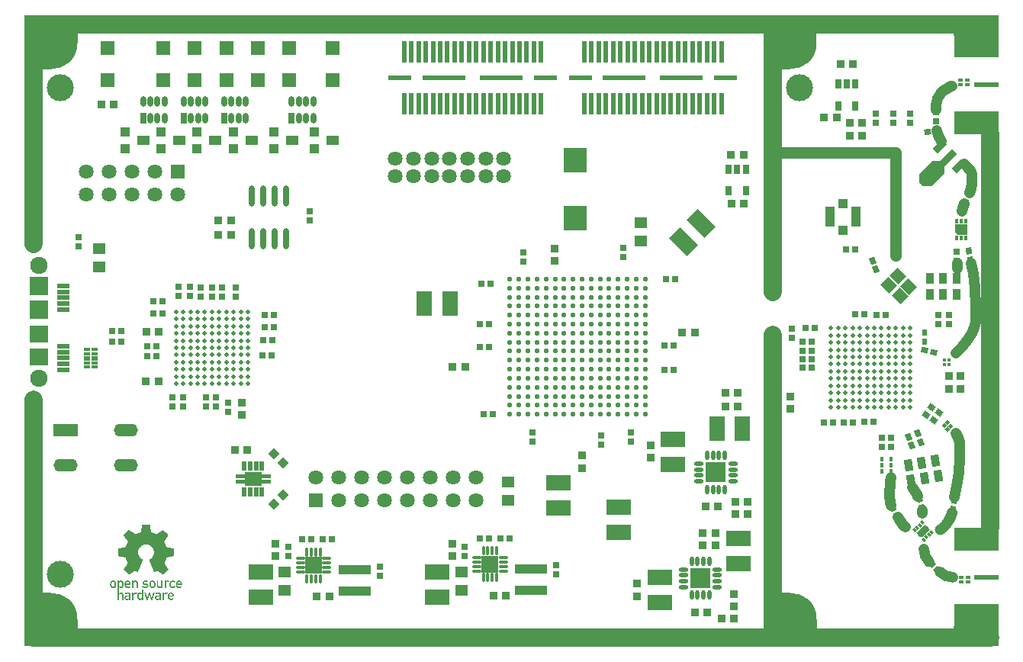
<source format=gts>
G04 Layer_Color=8388736*
%FSAX44Y44*%
%MOMM*%
G71*
G01*
G75*
%ADD44P,0.5657X4X90.0*%
%ADD94C,0.5080*%
%ADD146C,1.1430*%
%ADD147C,2.0000*%
%ADD148C,1.2700*%
%ADD149C,3.0000*%
%ADD150R,0.8890X0.8890*%
%ADD151R,2.6416X0.5334*%
%ADD152R,4.8006X0.5334*%
%ADD153R,0.5080X2.3749*%
%ADD154R,0.7270X1.0270*%
%ADD155R,2.8270X1.7270*%
%ADD156R,1.3970X1.1430*%
%ADD157R,0.8890X0.8890*%
%ADD158O,0.9900X0.4200*%
%ADD159O,0.4200X0.9900*%
%ADD160R,1.8400X1.8400*%
%ADD161R,0.6350X0.7620*%
%ADD162R,3.5270X1.1070*%
%ADD163R,0.7620X0.6350*%
%ADD164C,0.5770*%
%ADD165R,1.1270X1.1270*%
%ADD166R,1.1270X2.3270*%
G04:AMPARAMS|DCode=167|XSize=1.227mm|YSize=1.327mm|CornerRadius=0mm|HoleSize=0mm|Usage=FLASHONLY|Rotation=225.000|XOffset=0mm|YOffset=0mm|HoleType=Round|Shape=Rectangle|*
%AMROTATEDRECTD167*
4,1,4,-0.0354,0.9030,0.9030,-0.0354,0.0354,-0.9030,-0.9030,0.0354,-0.0354,0.9030,0.0*
%
%ADD167ROTATEDRECTD167*%

%ADD168R,1.4770X0.5270*%
%ADD169R,2.0270X2.0270*%
%ADD170R,2.0270X1.8270*%
G04:AMPARAMS|DCode=171|XSize=0.727mm|YSize=1.527mm|CornerRadius=0mm|HoleSize=0mm|Usage=FLASHONLY|Rotation=315.000|XOffset=0mm|YOffset=0mm|HoleType=Round|Shape=Rectangle|*
%AMROTATEDRECTD171*
4,1,4,-0.7969,-0.2828,0.2828,0.7969,0.7969,0.2828,-0.2828,-0.7969,-0.7969,-0.2828,0.0*
%
%ADD171ROTATEDRECTD171*%

G04:AMPARAMS|DCode=172|XSize=0.727mm|YSize=1.927mm|CornerRadius=0mm|HoleSize=0mm|Usage=FLASHONLY|Rotation=315.000|XOffset=0mm|YOffset=0mm|HoleType=Round|Shape=Rectangle|*
%AMROTATEDRECTD172*
4,1,4,-0.9383,-0.4243,0.4243,0.9383,0.9383,0.4243,-0.4243,-0.9383,-0.9383,-0.4243,0.0*
%
%ADD172ROTATEDRECTD172*%

%ADD173R,1.8770X1.6270*%
%ADD174R,0.4770X0.9770*%
G04:AMPARAMS|DCode=175|XSize=0.477mm|YSize=0.327mm|CornerRadius=0mm|HoleSize=0mm|Usage=FLASHONLY|Rotation=135.000|XOffset=0mm|YOffset=0mm|HoleType=Round|Shape=Rectangle|*
%AMROTATEDRECTD175*
4,1,4,0.2843,-0.0530,0.0530,-0.2843,-0.2843,0.0530,-0.0530,0.2843,0.2843,-0.0530,0.0*
%
%ADD175ROTATEDRECTD175*%

%ADD176C,0.4826*%
G04:AMPARAMS|DCode=177|XSize=0.762mm|YSize=0.635mm|CornerRadius=0mm|HoleSize=0mm|Usage=FLASHONLY|Rotation=145.000|XOffset=0mm|YOffset=0mm|HoleType=Round|Shape=Rectangle|*
%AMROTATEDRECTD177*
4,1,4,0.4942,0.0416,0.1300,-0.4786,-0.4942,-0.0416,-0.1300,0.4786,0.4942,0.0416,0.0*
%
%ADD177ROTATEDRECTD177*%

G04:AMPARAMS|DCode=178|XSize=0.762mm|YSize=0.635mm|CornerRadius=0mm|HoleSize=0mm|Usage=FLASHONLY|Rotation=110.000|XOffset=0mm|YOffset=0mm|HoleType=Round|Shape=Rectangle|*
%AMROTATEDRECTD178*
4,1,4,0.4287,-0.2494,-0.1680,-0.4666,-0.4287,0.2494,0.1680,0.4666,0.4287,-0.2494,0.0*
%
%ADD178ROTATEDRECTD178*%

%ADD179R,0.4170X0.4170*%
G04:AMPARAMS|DCode=180|XSize=0.627mm|YSize=0.727mm|CornerRadius=0mm|HoleSize=0mm|Usage=FLASHONLY|Rotation=255.000|XOffset=0mm|YOffset=0mm|HoleType=Round|Shape=Rectangle|*
%AMROTATEDRECTD180*
4,1,4,-0.2700,0.3969,0.4323,0.2087,0.2700,-0.3969,-0.4323,-0.2087,-0.2700,0.3969,0.0*
%
%ADD180ROTATEDRECTD180*%

%ADD181R,0.6270X0.7270*%
G04:AMPARAMS|DCode=182|XSize=0.627mm|YSize=0.727mm|CornerRadius=0mm|HoleSize=0mm|Usage=FLASHONLY|Rotation=278.000|XOffset=0mm|YOffset=0mm|HoleType=Round|Shape=Rectangle|*
%AMROTATEDRECTD182*
4,1,4,-0.4036,0.2599,0.3163,0.3610,0.4036,-0.2599,-0.3163,-0.3610,-0.4036,0.2599,0.0*
%
%ADD182ROTATEDRECTD182*%

%ADD183R,0.4570X0.5370*%
%ADD184R,0.4570X0.5370*%
G04:AMPARAMS|DCode=185|XSize=1.267mm|YSize=0.887mm|CornerRadius=0mm|HoleSize=0mm|Usage=FLASHONLY|Rotation=100.000|XOffset=0mm|YOffset=0mm|HoleType=Round|Shape=Rectangle|*
%AMROTATEDRECTD185*
4,1,4,0.5468,-0.5469,-0.3268,-0.7009,-0.5468,0.5469,0.3268,0.7009,0.5468,-0.5469,0.0*
%
%ADD185ROTATEDRECTD185*%

G04:AMPARAMS|DCode=186|XSize=0.762mm|YSize=0.635mm|CornerRadius=0mm|HoleSize=0mm|Usage=FLASHONLY|Rotation=80.000|XOffset=0mm|YOffset=0mm|HoleType=Round|Shape=Rectangle|*
%AMROTATEDRECTD186*
4,1,4,0.2465,-0.4303,-0.3788,-0.3201,-0.2465,0.4303,0.3788,0.3201,0.2465,-0.4303,0.0*
%
%ADD186ROTATEDRECTD186*%

%ADD187P,0.5897X4X355.0*%
%ADD188P,0.6463X4X175.0*%
%ADD189R,1.7270X2.8270*%
%ADD190P,1.2572X4X180.0*%
%ADD191P,1.2572X4X270.0*%
%ADD192C,0.4770*%
%ADD193R,0.6500X0.4000*%
%ADD194O,2.6670X1.3970*%
%ADD195R,2.6670X1.3970*%
%ADD196O,0.7270X2.3270*%
%ADD197R,0.6500X0.5000*%
G04:AMPARAMS|DCode=198|XSize=0.762mm|YSize=0.635mm|CornerRadius=0mm|HoleSize=0mm|Usage=FLASHONLY|Rotation=135.000|XOffset=0mm|YOffset=0mm|HoleType=Round|Shape=Rectangle|*
%AMROTATEDRECTD198*
4,1,4,0.4939,-0.0449,0.0449,-0.4939,-0.4939,0.0449,-0.0449,0.4939,0.4939,-0.0449,0.0*
%
%ADD198ROTATEDRECTD198*%

%ADD199R,2.5270X2.7270*%
%ADD200R,0.5270X0.4270*%
%ADD201R,0.4570X0.4570*%
%ADD202R,0.8870X1.2670*%
G04:AMPARAMS|DCode=203|XSize=0.762mm|YSize=0.635mm|CornerRadius=0mm|HoleSize=0mm|Usage=FLASHONLY|Rotation=120.000|XOffset=0mm|YOffset=0mm|HoleType=Round|Shape=Rectangle|*
%AMROTATEDRECTD203*
4,1,4,0.4655,-0.1712,-0.0845,-0.4887,-0.4655,0.1712,0.0845,0.4887,0.4655,-0.1712,0.0*
%
%ADD203ROTATEDRECTD203*%

G04:AMPARAMS|DCode=204|XSize=0.762mm|YSize=0.635mm|CornerRadius=0mm|HoleSize=0mm|Usage=FLASHONLY|Rotation=100.000|XOffset=0mm|YOffset=0mm|HoleType=Round|Shape=Rectangle|*
%AMROTATEDRECTD204*
4,1,4,0.3788,-0.3201,-0.2465,-0.4303,-0.3788,0.3201,0.2465,0.4303,0.3788,-0.3201,0.0*
%
%ADD204ROTATEDRECTD204*%

G04:AMPARAMS|DCode=205|XSize=0.762mm|YSize=0.635mm|CornerRadius=0mm|HoleSize=0mm|Usage=FLASHONLY|Rotation=62.000|XOffset=0mm|YOffset=0mm|HoleType=Round|Shape=Rectangle|*
%AMROTATEDRECTD205*
4,1,4,0.1015,-0.4855,-0.4592,-0.1873,-0.1015,0.4855,0.4592,0.1873,0.1015,-0.4855,0.0*
%
%ADD205ROTATEDRECTD205*%

G04:AMPARAMS|DCode=206|XSize=2.827mm|YSize=1.727mm|CornerRadius=0mm|HoleSize=0mm|Usage=FLASHONLY|Rotation=315.000|XOffset=0mm|YOffset=0mm|HoleType=Round|Shape=Rectangle|*
%AMROTATEDRECTD206*
4,1,4,-1.6101,0.3889,-0.3889,1.6101,1.6101,-0.3889,0.3889,-1.6101,-1.6101,0.3889,0.0*
%
%ADD206ROTATEDRECTD206*%

%ADD207O,0.6350X1.1430*%
%ADD208R,0.6350X1.1430*%
%ADD209R,1.3970X1.0414*%
%ADD210R,1.0414X1.0414*%
%ADD211R,1.6270X1.6270*%
%ADD212R,2.2270X2.2270*%
%ADD213O,0.4270X1.0770*%
%ADD214O,1.0770X0.4270*%
%ADD215R,0.5270X0.5270*%
%ADD216R,0.3770X0.5270*%
%ADD217R,2.6670X0.5588*%
%ADD218R,4.9530X2.5400*%
%ADD219C,0.1270*%
%ADD220R,1.6270X1.6270*%
%ADD221C,1.6270*%
%ADD222C,1.9270*%
%ADD223C,5.8420*%
G36*
X01591223Y01709648D02*
X01541473Y01709648D01*
X01541473Y01732148D01*
X01591223Y01732148D01*
X01591223Y01709648D01*
D02*
G37*
G36*
X01389223Y01702148D02*
X01359723Y01672648D01*
X01330473D01*
Y01732148D01*
X01389223D01*
Y01702148D01*
D02*
G37*
G36*
X00569473D02*
X00539973Y01672648D01*
X00509973D01*
Y01721898D01*
X00509973Y01721898D01*
Y01732148D01*
X00509973D01*
Y01732148D01*
X00569473D01*
Y01702148D01*
D02*
G37*
G36*
X01526551Y01570856D02*
X01526651Y01570848D01*
X01526748Y01570825D01*
X01526841Y01570787D01*
X01526926Y01570735D01*
X01527002Y01570670D01*
X01531244Y01566427D01*
X01531309Y01566351D01*
X01531362Y01566266D01*
X01531400Y01566173D01*
X01531423Y01566076D01*
X01531431Y01565977D01*
X01531431Y01557491D01*
X01531423Y01557392D01*
X01531400Y01557294D01*
X01531362Y01557202D01*
X01531309Y01557117D01*
X01531244Y01557041D01*
X01517102Y01542899D01*
X01517026Y01542834D01*
X01516941Y01542782D01*
X01516849Y01542743D01*
X01516751Y01542720D01*
X01516652Y01542712D01*
X01508167D01*
X01508067Y01542720D01*
X01507970Y01542743D01*
X01507877Y01542782D01*
X01507792Y01542834D01*
X01507716Y01542899D01*
X01503474Y01547141D01*
X01503409Y01547217D01*
X01503356Y01547303D01*
X01503318Y01547395D01*
X01503295Y01547492D01*
X01503287Y01547592D01*
Y01556077D01*
X01503295Y01556177D01*
X01503318Y01556274D01*
X01503356Y01556366D01*
X01503409Y01556451D01*
X01503474Y01556527D01*
X01517616Y01570670D01*
X01517692Y01570735D01*
X01517777Y01570787D01*
X01517869Y01570825D01*
X01517966Y01570848D01*
X01518066Y01570856D01*
X01526551Y01570856D01*
D02*
G37*
G36*
X01556100Y01500629D02*
X01556197Y01500606D01*
X01556289Y01500567D01*
X01556374Y01500515D01*
X01556450Y01500450D01*
X01556515Y01500374D01*
X01556568Y01500289D01*
X01556606Y01500197D01*
X01556629Y01500100D01*
X01556637Y01500000D01*
Y01489000D01*
X01556629Y01488900D01*
X01556606Y01488803D01*
X01556568Y01488711D01*
X01556515Y01488626D01*
X01556450Y01488550D01*
X01556374Y01488485D01*
X01556289Y01488432D01*
X01556197Y01488394D01*
X01556100Y01488371D01*
X01556000Y01488363D01*
X01546500D01*
X01546400Y01488371D01*
X01546303Y01488394D01*
X01546211Y01488432D01*
X01546126Y01488485D01*
X01546050Y01488550D01*
X01543550Y01491050D01*
X01543485Y01491126D01*
X01543432Y01491211D01*
X01543394Y01491303D01*
X01543371Y01491400D01*
X01543363Y01491500D01*
Y01500000D01*
X01543371Y01500100D01*
X01543394Y01500197D01*
X01543432Y01500289D01*
X01543485Y01500374D01*
X01543550Y01500450D01*
X01543626Y01500515D01*
X01543711Y01500567D01*
X01543803Y01500606D01*
X01543900Y01500629D01*
X01544000Y01500637D01*
X01556000D01*
X01556100Y01500629D01*
D02*
G37*
G36*
X00783066Y01222977D02*
X00783163Y01222954D01*
X00783255Y01222915D01*
X00783340Y01222863D01*
X00783416Y01222798D01*
X00783481Y01222722D01*
X00783534Y01222637D01*
X00783572Y01222545D01*
X00783595Y01222448D01*
X00783603Y01222348D01*
Y01219548D01*
X00783595Y01219448D01*
X00783572Y01219351D01*
X00783534Y01219259D01*
X00783481Y01219174D01*
X00783416Y01219098D01*
X00783340Y01219033D01*
X00783255Y01218980D01*
X00783163Y01218942D01*
X00783066Y01218919D01*
X00782966Y01218911D01*
X00772716D01*
X00772616Y01218919D01*
X00772519Y01218942D01*
X00772427Y01218980D01*
X00772342Y01219033D01*
X00772266Y01219098D01*
X00772201Y01219174D01*
X00772149Y01219259D01*
X00772110Y01219351D01*
X00772087Y01219448D01*
X00772079Y01219548D01*
Y01222348D01*
X00772087Y01222448D01*
X00772110Y01222545D01*
X00772149Y01222637D01*
X00772201Y01222722D01*
X00772266Y01222798D01*
X00772342Y01222863D01*
X00772427Y01222915D01*
X00772519Y01222954D01*
X00772616Y01222977D01*
X00772716Y01222985D01*
X00782966D01*
X00783066Y01222977D01*
D02*
G37*
G36*
X00755316D02*
X00755413Y01222954D01*
X00755505Y01222915D01*
X00755590Y01222863D01*
X00755666Y01222798D01*
X00755731Y01222722D01*
X00755784Y01222637D01*
X00755822Y01222545D01*
X00755845Y01222448D01*
X00755853Y01222348D01*
Y01219548D01*
X00755845Y01219448D01*
X00755822Y01219351D01*
X00755784Y01219259D01*
X00755731Y01219174D01*
X00755666Y01219098D01*
X00755590Y01219033D01*
X00755505Y01218980D01*
X00755413Y01218942D01*
X00755316Y01218919D01*
X00755216Y01218911D01*
X00744966D01*
X00744866Y01218919D01*
X00744769Y01218942D01*
X00744677Y01218980D01*
X00744592Y01219033D01*
X00744516Y01219098D01*
X00744451Y01219174D01*
X00744398Y01219259D01*
X00744360Y01219351D01*
X00744337Y01219448D01*
X00744329Y01219548D01*
Y01222348D01*
X00744337Y01222448D01*
X00744360Y01222545D01*
X00744398Y01222637D01*
X00744451Y01222722D01*
X00744516Y01222798D01*
X00744592Y01222863D01*
X00744677Y01222915D01*
X00744769Y01222954D01*
X00744866Y01222977D01*
X00744966Y01222985D01*
X00755216D01*
X00755316Y01222977D01*
D02*
G37*
G36*
X00783066Y01216477D02*
X00783163Y01216454D01*
X00783255Y01216415D01*
X00783340Y01216363D01*
X00783416Y01216298D01*
X00783481Y01216222D01*
X00783534Y01216137D01*
X00783572Y01216045D01*
X00783595Y01215948D01*
X00783603Y01215848D01*
Y01213048D01*
X00783595Y01212948D01*
X00783572Y01212851D01*
X00783534Y01212759D01*
X00783481Y01212674D01*
X00783416Y01212598D01*
X00783340Y01212533D01*
X00783255Y01212480D01*
X00783163Y01212442D01*
X00783066Y01212419D01*
X00782966Y01212411D01*
X00772716D01*
X00772616Y01212419D01*
X00772519Y01212442D01*
X00772427Y01212480D01*
X00772342Y01212533D01*
X00772266Y01212598D01*
X00772201Y01212674D01*
X00772149Y01212759D01*
X00772110Y01212851D01*
X00772087Y01212948D01*
X00772079Y01213048D01*
Y01215848D01*
X00772087Y01215948D01*
X00772110Y01216045D01*
X00772149Y01216137D01*
X00772201Y01216222D01*
X00772266Y01216298D01*
X00772342Y01216363D01*
X00772427Y01216415D01*
X00772519Y01216454D01*
X00772616Y01216477D01*
X00772716Y01216485D01*
X00782966D01*
X00783066Y01216477D01*
D02*
G37*
G36*
X00755316D02*
X00755413Y01216454D01*
X00755505Y01216415D01*
X00755590Y01216363D01*
X00755666Y01216298D01*
X00755731Y01216222D01*
X00755784Y01216137D01*
X00755822Y01216045D01*
X00755845Y01215948D01*
X00755853Y01215848D01*
Y01213048D01*
X00755845Y01212948D01*
X00755822Y01212851D01*
X00755784Y01212759D01*
X00755731Y01212674D01*
X00755666Y01212598D01*
X00755590Y01212533D01*
X00755505Y01212480D01*
X00755413Y01212442D01*
X00755316Y01212419D01*
X00755216Y01212411D01*
X00744966D01*
X00744866Y01212419D01*
X00744769Y01212442D01*
X00744677Y01212480D01*
X00744592Y01212533D01*
X00744516Y01212598D01*
X00744451Y01212674D01*
X00744398Y01212759D01*
X00744360Y01212851D01*
X00744337Y01212948D01*
X00744329Y01213048D01*
Y01215848D01*
X00744337Y01215948D01*
X00744360Y01216045D01*
X00744398Y01216137D01*
X00744451Y01216222D01*
X00744516Y01216298D01*
X00744592Y01216363D01*
X00744677Y01216415D01*
X00744769Y01216454D01*
X00744866Y01216477D01*
X00744966Y01216485D01*
X00755216D01*
X00755316Y01216477D01*
D02*
G37*
G36*
X00648930Y01167163D02*
X00649140D01*
Y01167058D01*
X00649245D01*
Y01166954D01*
Y01166849D01*
Y01166744D01*
X00649350D01*
Y01166639D01*
Y01166534D01*
Y01166429D01*
Y01166324D01*
Y01166219D01*
X00649455D01*
Y01166114D01*
Y01166009D01*
Y01165904D01*
Y01165799D01*
Y01165694D01*
Y01165589D01*
X00649560D01*
Y01165484D01*
Y01165379D01*
Y01165274D01*
Y01165169D01*
Y01165064D01*
X00649665D01*
Y01164959D01*
Y01164855D01*
Y01164750D01*
Y01164645D01*
Y01164540D01*
X00649770D01*
Y01164435D01*
Y01164330D01*
Y01164225D01*
Y01164120D01*
Y01164015D01*
Y01163910D01*
X00649875D01*
Y01163805D01*
Y01163700D01*
Y01163595D01*
Y01163490D01*
Y01163385D01*
X00649980D01*
Y01163280D01*
Y01163175D01*
Y01163070D01*
Y01162965D01*
Y01162860D01*
X00650085D01*
Y01162756D01*
Y01162651D01*
Y01162546D01*
Y01162441D01*
Y01162336D01*
Y01162231D01*
X00650190D01*
Y01162126D01*
Y01162021D01*
Y01161916D01*
Y01161811D01*
Y01161706D01*
X00650295D01*
Y01161601D01*
Y01161496D01*
Y01161391D01*
Y01161286D01*
Y01161181D01*
Y01161076D01*
X00650400D01*
Y01160971D01*
Y01160866D01*
Y01160761D01*
Y01160656D01*
Y01160552D01*
X00650505D01*
Y01160446D01*
Y01160342D01*
Y01160237D01*
Y01160132D01*
Y01160027D01*
X00650610D01*
Y01159922D01*
Y01159817D01*
Y01159712D01*
Y01159607D01*
Y01159502D01*
Y01159397D01*
X00650715D01*
Y01159292D01*
Y01159187D01*
Y01159082D01*
Y01158977D01*
X00650820D01*
Y01158872D01*
Y01158767D01*
X00650925D01*
Y01158662D01*
X00651030D01*
Y01158557D01*
X00651239D01*
Y01158452D01*
X00651449D01*
Y01158347D01*
X00651764D01*
Y01158242D01*
X00651974D01*
Y01158138D01*
X00652289D01*
Y01158033D01*
X00652499D01*
Y01157928D01*
X00652814D01*
Y01157823D01*
X00653024D01*
Y01157718D01*
X00653338D01*
Y01157613D01*
X00653548D01*
Y01157508D01*
X00653758D01*
Y01157403D01*
X00654073D01*
Y01157298D01*
X00654283D01*
Y01157193D01*
X00654598D01*
Y01157088D01*
X00654808D01*
Y01156983D01*
X00655123D01*
Y01156878D01*
X00655332D01*
Y01156773D01*
X00655647D01*
Y01156668D01*
X00655857D01*
Y01156563D01*
X00656067D01*
Y01156458D01*
X00656382D01*
Y01156353D01*
X00657012D01*
Y01156458D01*
X00657222D01*
Y01156563D01*
X00657432D01*
Y01156668D01*
X00657537D01*
Y01156773D01*
X00657642D01*
Y01156878D01*
X00657851D01*
Y01156983D01*
X00657956D01*
Y01157088D01*
X00658166D01*
Y01157193D01*
X00658271D01*
Y01157298D01*
X00658481D01*
Y01157403D01*
X00658586D01*
Y01157508D01*
X00658796D01*
Y01157613D01*
X00658901D01*
Y01157718D01*
X00659111D01*
Y01157823D01*
X00659216D01*
Y01157928D01*
X00659321D01*
Y01158033D01*
X00659531D01*
Y01158138D01*
X00659636D01*
Y01158242D01*
X00659846D01*
Y01158347D01*
X00659950D01*
Y01158452D01*
X00660160D01*
Y01158557D01*
X00660265D01*
Y01158662D01*
X00660475D01*
Y01158767D01*
X00660580D01*
Y01158872D01*
X00660790D01*
Y01158977D01*
X00660895D01*
Y01159082D01*
X00661000D01*
Y01159187D01*
X00661210D01*
Y01159292D01*
X00661315D01*
Y01159397D01*
X00661525D01*
Y01159502D01*
X00661630D01*
Y01159607D01*
X00661840D01*
Y01159712D01*
X00661945D01*
Y01159817D01*
X00662154D01*
Y01159922D01*
X00662259D01*
Y01160027D01*
X00662469D01*
Y01160132D01*
X00662574D01*
Y01160237D01*
X00662784D01*
Y01160342D01*
X00662889D01*
Y01160446D01*
X00662994D01*
Y01160552D01*
X00663204D01*
Y01160656D01*
X00663309D01*
Y01160761D01*
X00663519D01*
Y01160866D01*
X00663624D01*
Y01160971D01*
X00664044D01*
Y01160866D01*
X00664253D01*
Y01160761D01*
X00664359D01*
Y01160656D01*
X00664463D01*
Y01160552D01*
X00664568D01*
Y01160446D01*
X00664673D01*
Y01160342D01*
X00664778D01*
Y01160237D01*
X00664883D01*
Y01160132D01*
X00664988D01*
Y01160027D01*
X00665093D01*
Y01159922D01*
X00665198D01*
Y01159817D01*
X00665303D01*
Y01159712D01*
X00665408D01*
Y01159607D01*
X00665513D01*
Y01159502D01*
X00665618D01*
Y01159397D01*
X00665723D01*
Y01159292D01*
X00665828D01*
Y01159187D01*
X00665933D01*
Y01159082D01*
X00666038D01*
Y01158977D01*
X00666143D01*
Y01158872D01*
X00666248D01*
Y01158767D01*
X00666353D01*
Y01158662D01*
X00666458D01*
Y01158557D01*
X00666562D01*
Y01158452D01*
X00666667D01*
Y01158347D01*
X00666772D01*
Y01158242D01*
X00666877D01*
Y01158138D01*
X00666982D01*
Y01158033D01*
X00667087D01*
Y01157928D01*
X00667192D01*
Y01157823D01*
X00667297D01*
Y01157718D01*
X00667402D01*
Y01157613D01*
X00667507D01*
Y01157508D01*
X00667612D01*
Y01157403D01*
X00667717D01*
Y01157298D01*
X00667822D01*
Y01157193D01*
X00667927D01*
Y01157088D01*
X00668032D01*
Y01156983D01*
X00668137D01*
Y01156878D01*
X00668242D01*
Y01156773D01*
X00668347D01*
Y01156668D01*
X00668452D01*
Y01156563D01*
X00668557D01*
Y01156458D01*
X00668662D01*
Y01156353D01*
X00668766D01*
Y01156248D01*
X00668872D01*
Y01156143D01*
X00668976D01*
Y01156039D01*
X00669081D01*
Y01155934D01*
X00669186D01*
Y01155829D01*
X00669291D01*
Y01155724D01*
X00669396D01*
Y01155619D01*
X00669501D01*
Y01155514D01*
X00669606D01*
Y01155409D01*
X00669711D01*
Y01155304D01*
Y01155199D01*
Y01155094D01*
Y01154989D01*
Y01154884D01*
Y01154779D01*
X00669606D01*
Y01154674D01*
X00669501D01*
Y01154569D01*
X00669396D01*
Y01154464D01*
Y01154359D01*
X00669291D01*
Y01154254D01*
X00669186D01*
Y01154149D01*
Y01154044D01*
X00669081D01*
Y01153939D01*
X00668976D01*
Y01153835D01*
Y01153729D01*
X00668872D01*
Y01153625D01*
X00668766D01*
Y01153520D01*
Y01153415D01*
X00668662D01*
Y01153310D01*
X00668557D01*
Y01153205D01*
Y01153100D01*
X00668452D01*
Y01152995D01*
X00668347D01*
Y01152890D01*
X00668242D01*
Y01152785D01*
Y01152680D01*
X00668137D01*
Y01152575D01*
X00668032D01*
Y01152470D01*
Y01152365D01*
X00667927D01*
Y01152260D01*
X00667822D01*
Y01152155D01*
Y01152050D01*
X00667717D01*
Y01151945D01*
X00667612D01*
Y01151840D01*
Y01151735D01*
X00667507D01*
Y01151630D01*
X00667402D01*
Y01151525D01*
Y01151421D01*
X00667297D01*
Y01151316D01*
X00667192D01*
Y01151211D01*
X00667087D01*
Y01151106D01*
Y01151001D01*
X00666982D01*
Y01150896D01*
X00666877D01*
Y01150791D01*
Y01150686D01*
X00666772D01*
Y01150581D01*
X00666667D01*
Y01150476D01*
Y01150371D01*
X00666562D01*
Y01150266D01*
X00666458D01*
Y01150161D01*
Y01150056D01*
X00666353D01*
Y01149951D01*
X00666248D01*
Y01149846D01*
Y01149741D01*
X00666143D01*
Y01149636D01*
X00666038D01*
Y01149531D01*
Y01149426D01*
X00665933D01*
Y01149322D01*
X00665828D01*
Y01149217D01*
X00665723D01*
Y01149112D01*
Y01149007D01*
X00665618D01*
Y01148902D01*
X00665513D01*
Y01148797D01*
Y01148692D01*
X00665408D01*
Y01148587D01*
X00665303D01*
Y01148482D01*
Y01148377D01*
X00665198D01*
Y01148272D01*
Y01148167D01*
Y01148062D01*
Y01147957D01*
Y01147852D01*
Y01147747D01*
X00665303D01*
Y01147642D01*
Y01147537D01*
X00665408D01*
Y01147432D01*
Y01147327D01*
Y01147222D01*
X00665513D01*
Y01147117D01*
Y01147012D01*
X00665618D01*
Y01146908D01*
Y01146803D01*
X00665723D01*
Y01146698D01*
Y01146593D01*
Y01146488D01*
X00665828D01*
Y01146383D01*
Y01146278D01*
X00665933D01*
Y01146173D01*
Y01146068D01*
X00666038D01*
Y01145963D01*
Y01145858D01*
Y01145753D01*
X00666143D01*
Y01145648D01*
Y01145543D01*
X00666248D01*
Y01145438D01*
Y01145333D01*
X00666353D01*
Y01145228D01*
Y01145123D01*
Y01145018D01*
X00666458D01*
Y01144913D01*
Y01144809D01*
X00666562D01*
Y01144704D01*
Y01144599D01*
X00666667D01*
Y01144494D01*
Y01144389D01*
Y01144284D01*
X00666772D01*
Y01144179D01*
Y01144074D01*
X00666877D01*
Y01143969D01*
Y01143864D01*
X00666982D01*
Y01143759D01*
Y01143654D01*
Y01143549D01*
X00667087D01*
Y01143444D01*
Y01143339D01*
X00667192D01*
Y01143234D01*
Y01143129D01*
X00667297D01*
Y01143024D01*
Y01142919D01*
Y01142814D01*
X00667402D01*
Y01142710D01*
Y01142605D01*
X00667507D01*
Y01142500D01*
Y01142395D01*
X00667612D01*
Y01142290D01*
Y01142185D01*
X00667717D01*
Y01142080D01*
X00667822D01*
Y01141975D01*
X00668032D01*
Y01141870D01*
X00668557D01*
Y01141765D01*
X00669081D01*
Y01141660D01*
X00669711D01*
Y01141555D01*
X00670236D01*
Y01141450D01*
X00670761D01*
Y01141345D01*
X00671390D01*
Y01141240D01*
X00671915D01*
Y01141135D01*
X00672545D01*
Y01141030D01*
X00673070D01*
Y01140925D01*
X00673594D01*
Y01140820D01*
X00674224D01*
Y01140715D01*
X00674749D01*
Y01140610D01*
X00675274D01*
Y01140506D01*
X00675693D01*
Y01140400D01*
X00675903D01*
Y01140296D01*
Y01140191D01*
X00676008D01*
Y01140086D01*
Y01139981D01*
Y01139876D01*
Y01139771D01*
Y01139666D01*
Y01139561D01*
Y01139456D01*
Y01139351D01*
Y01139246D01*
Y01139141D01*
Y01139036D01*
Y01138931D01*
Y01138826D01*
Y01138721D01*
Y01138616D01*
Y01138511D01*
Y01138406D01*
Y01138301D01*
Y01138196D01*
Y01138092D01*
Y01137987D01*
Y01137882D01*
Y01137777D01*
Y01137672D01*
Y01137567D01*
Y01137462D01*
Y01137357D01*
Y01137252D01*
Y01137147D01*
Y01137042D01*
Y01136937D01*
Y01136832D01*
Y01136727D01*
Y01136622D01*
Y01136517D01*
Y01136412D01*
Y01136307D01*
Y01136202D01*
Y01136097D01*
Y01135993D01*
Y01135888D01*
Y01135783D01*
Y01135678D01*
Y01135573D01*
Y01135468D01*
Y01135363D01*
Y01135258D01*
Y01135153D01*
Y01135048D01*
Y01134943D01*
Y01134838D01*
Y01134733D01*
Y01134628D01*
Y01134523D01*
Y01134418D01*
Y01134313D01*
Y01134208D01*
Y01134103D01*
Y01133998D01*
Y01133893D01*
Y01133789D01*
Y01133683D01*
Y01133579D01*
Y01133474D01*
Y01133369D01*
Y01133264D01*
Y01133159D01*
Y01133054D01*
Y01132949D01*
Y01132844D01*
Y01132739D01*
Y01132634D01*
Y01132529D01*
Y01132424D01*
Y01132319D01*
Y01132214D01*
X00675903D01*
Y01132109D01*
Y01132004D01*
X00675693D01*
Y01131899D01*
X00675169D01*
Y01131794D01*
X00674644D01*
Y01131689D01*
X00674014D01*
Y01131584D01*
X00673489D01*
Y01131479D01*
X00672965D01*
Y01131375D01*
X00672335D01*
Y01131270D01*
X00671810D01*
Y01131165D01*
X00671285D01*
Y01131060D01*
X00670656D01*
Y01130955D01*
X00670131D01*
Y01130850D01*
X00669501D01*
Y01130745D01*
X00668976D01*
Y01130640D01*
X00668452D01*
Y01130535D01*
X00668137D01*
Y01130430D01*
X00667927D01*
Y01130325D01*
X00667822D01*
Y01130220D01*
Y01130115D01*
X00667717D01*
Y01130010D01*
Y01129905D01*
X00667612D01*
Y01129800D01*
Y01129695D01*
Y01129590D01*
X00667507D01*
Y01129485D01*
Y01129380D01*
X00667402D01*
Y01129276D01*
Y01129171D01*
Y01129066D01*
X00667297D01*
Y01128961D01*
Y01128856D01*
X00667192D01*
Y01128751D01*
Y01128646D01*
Y01128541D01*
X00667087D01*
Y01128436D01*
Y01128331D01*
X00666982D01*
Y01128226D01*
Y01128121D01*
Y01128016D01*
X00666877D01*
Y01127911D01*
Y01127806D01*
X00666772D01*
Y01127701D01*
Y01127596D01*
Y01127491D01*
X00666667D01*
Y01127386D01*
Y01127281D01*
X00666562D01*
Y01127177D01*
Y01127072D01*
Y01126967D01*
X00666458D01*
Y01126862D01*
Y01126757D01*
X00666353D01*
Y01126652D01*
Y01126547D01*
Y01126442D01*
X00666248D01*
Y01126337D01*
Y01126232D01*
X00666143D01*
Y01126127D01*
Y01126022D01*
Y01125917D01*
X00666038D01*
Y01125812D01*
Y01125707D01*
X00665933D01*
Y01125602D01*
Y01125497D01*
Y01125392D01*
X00665828D01*
Y01125287D01*
Y01125182D01*
X00665723D01*
Y01125077D01*
Y01124973D01*
Y01124867D01*
X00665618D01*
Y01124762D01*
Y01124658D01*
X00665513D01*
Y01124553D01*
Y01124448D01*
Y01124343D01*
X00665408D01*
Y01124238D01*
Y01124133D01*
Y01124028D01*
Y01123923D01*
Y01123818D01*
X00665513D01*
Y01123713D01*
Y01123608D01*
X00665618D01*
Y01123503D01*
Y01123398D01*
X00665723D01*
Y01123293D01*
X00665828D01*
Y01123188D01*
Y01123083D01*
X00665933D01*
Y01122978D01*
X00666038D01*
Y01122873D01*
Y01122768D01*
X00666143D01*
Y01122663D01*
X00666248D01*
Y01122559D01*
Y01122454D01*
X00666353D01*
Y01122349D01*
X00666458D01*
Y01122244D01*
Y01122139D01*
X00666562D01*
Y01122034D01*
X00666667D01*
Y01121929D01*
X00666772D01*
Y01121824D01*
Y01121719D01*
X00666877D01*
Y01121614D01*
X00666982D01*
Y01121509D01*
Y01121404D01*
X00667087D01*
Y01121299D01*
X00667192D01*
Y01121194D01*
Y01121089D01*
X00667297D01*
Y01120984D01*
X00667402D01*
Y01120879D01*
Y01120774D01*
X00667507D01*
Y01120669D01*
X00667612D01*
Y01120564D01*
Y01120460D01*
X00667717D01*
Y01120355D01*
X00667822D01*
Y01120250D01*
X00667927D01*
Y01120145D01*
Y01120040D01*
X00668032D01*
Y01119935D01*
X00668137D01*
Y01119830D01*
Y01119725D01*
X00668242D01*
Y01119620D01*
X00668347D01*
Y01119515D01*
Y01119410D01*
X00668452D01*
Y01119305D01*
X00668557D01*
Y01119200D01*
Y01119095D01*
X00668662D01*
Y01118990D01*
X00668766D01*
Y01118885D01*
Y01118780D01*
X00668872D01*
Y01118675D01*
X00668976D01*
Y01118570D01*
Y01118465D01*
X00669081D01*
Y01118360D01*
X00669186D01*
Y01118255D01*
X00669291D01*
Y01118150D01*
Y01118046D01*
X00669396D01*
Y01117941D01*
X00669501D01*
Y01117836D01*
Y01117731D01*
X00669606D01*
Y01117626D01*
X00669711D01*
Y01117521D01*
Y01117416D01*
Y01117311D01*
Y01117206D01*
Y01117101D01*
X00669606D01*
Y01116996D01*
X00669501D01*
Y01116891D01*
X00669396D01*
Y01116786D01*
X00669291D01*
Y01116681D01*
X00669186D01*
Y01116576D01*
X00669081D01*
Y01116471D01*
X00668976D01*
Y01116366D01*
X00668872D01*
Y01116261D01*
X00668766D01*
Y01116156D01*
X00668662D01*
Y01116051D01*
X00668557D01*
Y01115947D01*
X00668452D01*
Y01115842D01*
X00668347D01*
Y01115737D01*
X00668242D01*
Y01115632D01*
X00668137D01*
Y01115527D01*
X00668032D01*
Y01115422D01*
X00667927D01*
Y01115317D01*
X00667822D01*
Y01115212D01*
X00667717D01*
Y01115107D01*
X00667612D01*
Y01115002D01*
X00667507D01*
Y01114897D01*
X00667402D01*
Y01114792D01*
X00667297D01*
Y01114687D01*
X00667192D01*
Y01114582D01*
X00667087D01*
Y01114477D01*
X00666982D01*
Y01114372D01*
X00666877D01*
Y01114267D01*
X00666772D01*
Y01114162D01*
X00666667D01*
Y01114057D01*
X00666562D01*
Y01113952D01*
X00666458D01*
Y01113847D01*
X00666353D01*
Y01113743D01*
X00666248D01*
Y01113637D01*
X00666143D01*
Y01113533D01*
X00666038D01*
Y01113428D01*
X00665933D01*
Y01113323D01*
X00665828D01*
Y01113218D01*
X00665723D01*
Y01113113D01*
X00665618D01*
Y01113008D01*
X00665513D01*
Y01112903D01*
X00665408D01*
Y01112798D01*
X00665303D01*
Y01112693D01*
X00665198D01*
Y01112588D01*
X00665093D01*
Y01112483D01*
X00664988D01*
Y01112378D01*
X00664883D01*
Y01112273D01*
X00664778D01*
Y01112168D01*
X00664673D01*
Y01112063D01*
X00664568D01*
Y01111958D01*
X00664463D01*
Y01111853D01*
X00664359D01*
Y01111748D01*
X00664253D01*
Y01111643D01*
X00664149D01*
Y01111538D01*
X00664044D01*
Y01111433D01*
X00663729D01*
Y01111538D01*
X00663519D01*
Y01111643D01*
X00663414D01*
Y01111748D01*
X00663204D01*
Y01111853D01*
X00663099D01*
Y01111958D01*
X00662889D01*
Y01112063D01*
X00662784D01*
Y01112168D01*
X00662574D01*
Y01112273D01*
X00662469D01*
Y01112378D01*
X00662259D01*
Y01112483D01*
X00662154D01*
Y01112588D01*
X00662049D01*
Y01112693D01*
X00661840D01*
Y01112798D01*
X00661735D01*
Y01112903D01*
X00661525D01*
Y01113008D01*
X00661420D01*
Y01113113D01*
X00661210D01*
Y01113218D01*
X00661105D01*
Y01113323D01*
X00660895D01*
Y01113428D01*
X00660790D01*
Y01113533D01*
X00660580D01*
Y01113637D01*
X00660475D01*
Y01113743D01*
X00660370D01*
Y01113847D01*
X00660160D01*
Y01113952D01*
X00660055D01*
Y01114057D01*
X00659846D01*
Y01114162D01*
X00659741D01*
Y01114267D01*
X00659531D01*
Y01114372D01*
X00659426D01*
Y01114477D01*
X00659216D01*
Y01114582D01*
X00659111D01*
Y01114687D01*
X00658901D01*
Y01114792D01*
X00658796D01*
Y01114897D01*
X00658586D01*
Y01115002D01*
X00658481D01*
Y01115107D01*
X00658376D01*
Y01115212D01*
X00658166D01*
Y01115317D01*
X00658061D01*
Y01115422D01*
X00657851D01*
Y01115527D01*
X00657747D01*
Y01115632D01*
X00657432D01*
Y01115737D01*
X00657117D01*
Y01115632D01*
X00656802D01*
Y01115527D01*
X00656592D01*
Y01115422D01*
X00656487D01*
Y01115317D01*
X00656277D01*
Y01115212D01*
X00656067D01*
Y01115107D01*
X00655857D01*
Y01115002D01*
X00655647D01*
Y01114897D01*
X00655437D01*
Y01114792D01*
X00655228D01*
Y01114687D01*
X00655018D01*
Y01114582D01*
X00654913D01*
Y01114477D01*
X00654703D01*
Y01114372D01*
X00654493D01*
Y01114267D01*
X00654283D01*
Y01114162D01*
X00654178D01*
Y01114267D01*
X00653968D01*
Y01114372D01*
Y01114477D01*
X00653863D01*
Y01114582D01*
Y01114687D01*
Y01114792D01*
X00653758D01*
Y01114897D01*
Y01115002D01*
X00653653D01*
Y01115107D01*
Y01115212D01*
Y01115317D01*
X00653548D01*
Y01115422D01*
Y01115527D01*
X00653443D01*
Y01115632D01*
Y01115737D01*
X00653338D01*
Y01115842D01*
Y01115947D01*
Y01116051D01*
X00653233D01*
Y01116156D01*
Y01116261D01*
X00653129D01*
Y01116366D01*
Y01116471D01*
Y01116576D01*
X00653024D01*
Y01116681D01*
Y01116786D01*
X00652919D01*
Y01116891D01*
Y01116996D01*
X00652814D01*
Y01117101D01*
Y01117206D01*
Y01117311D01*
X00652709D01*
Y01117416D01*
Y01117521D01*
X00652604D01*
Y01117626D01*
Y01117731D01*
Y01117836D01*
X00652499D01*
Y01117941D01*
Y01118046D01*
X00652394D01*
Y01118150D01*
Y01118255D01*
Y01118360D01*
X00652289D01*
Y01118465D01*
Y01118570D01*
X00652184D01*
Y01118675D01*
Y01118780D01*
X00652079D01*
Y01118885D01*
Y01118990D01*
Y01119095D01*
X00651974D01*
Y01119200D01*
Y01119305D01*
X00651869D01*
Y01119410D01*
Y01119515D01*
Y01119620D01*
X00651764D01*
Y01119725D01*
Y01119830D01*
X00651659D01*
Y01119935D01*
Y01120040D01*
X00651554D01*
Y01120145D01*
Y01120250D01*
Y01120355D01*
X00651449D01*
Y01120460D01*
Y01120564D01*
X00651344D01*
Y01120669D01*
Y01120774D01*
Y01120879D01*
X00651239D01*
Y01120984D01*
Y01121089D01*
X00651134D01*
Y01121194D01*
Y01121299D01*
X00651030D01*
Y01121404D01*
Y01121509D01*
Y01121614D01*
X00650925D01*
Y01121719D01*
Y01121824D01*
X00650820D01*
Y01121929D01*
Y01122034D01*
Y01122139D01*
X00650715D01*
Y01122244D01*
Y01122349D01*
X00650610D01*
Y01122454D01*
Y01122559D01*
Y01122663D01*
X00650505D01*
Y01122768D01*
Y01122873D01*
X00650400D01*
Y01122978D01*
Y01123083D01*
X00650295D01*
Y01123188D01*
Y01123293D01*
Y01123398D01*
X00650190D01*
Y01123503D01*
Y01123608D01*
X00650085D01*
Y01123713D01*
Y01123818D01*
Y01123923D01*
X00649980D01*
Y01124028D01*
Y01124133D01*
X00649875D01*
Y01124238D01*
Y01124343D01*
X00649770D01*
Y01124448D01*
Y01124553D01*
Y01124658D01*
X00649665D01*
Y01124762D01*
Y01124867D01*
X00649560D01*
Y01124973D01*
Y01125077D01*
Y01125182D01*
X00649455D01*
Y01125287D01*
Y01125392D01*
X00649350D01*
Y01125497D01*
Y01125602D01*
Y01125707D01*
X00649245D01*
Y01125812D01*
Y01125917D01*
X00649140D01*
Y01126022D01*
Y01126127D01*
X00649035D01*
Y01126232D01*
Y01126337D01*
Y01126442D01*
X00648930D01*
Y01126547D01*
Y01126652D01*
X00648825D01*
Y01126757D01*
Y01126862D01*
Y01126967D01*
X00648720D01*
Y01127072D01*
Y01127177D01*
X00648615D01*
Y01127281D01*
Y01127386D01*
X00648511D01*
Y01127491D01*
Y01127596D01*
Y01127701D01*
Y01127806D01*
Y01127911D01*
Y01128016D01*
X00648615D01*
Y01128121D01*
X00648825D01*
Y01128226D01*
X00648930D01*
Y01128331D01*
X00649140D01*
Y01128436D01*
X00649245D01*
Y01128541D01*
X00649455D01*
Y01128646D01*
X00649560D01*
Y01128751D01*
X00649665D01*
Y01128856D01*
X00649875D01*
Y01128961D01*
X00649980D01*
Y01129066D01*
X00650085D01*
Y01129171D01*
X00650295D01*
Y01129276D01*
X00650400D01*
Y01129380D01*
X00650610D01*
Y01129485D01*
X00650715D01*
Y01129590D01*
X00650820D01*
Y01129695D01*
X00650925D01*
Y01129800D01*
X00651030D01*
Y01129905D01*
X00651134D01*
Y01130010D01*
X00651239D01*
Y01130115D01*
X00651344D01*
Y01130220D01*
X00651449D01*
Y01130325D01*
X00651554D01*
Y01130430D01*
X00651659D01*
Y01130535D01*
Y01130640D01*
X00651764D01*
Y01130745D01*
X00651869D01*
Y01130850D01*
X00651974D01*
Y01130955D01*
X00652079D01*
Y01131060D01*
Y01131165D01*
X00652184D01*
Y01131270D01*
X00652289D01*
Y01131375D01*
Y01131479D01*
X00652394D01*
Y01131584D01*
X00652499D01*
Y01131689D01*
Y01131794D01*
X00652604D01*
Y01131899D01*
Y01132004D01*
X00652709D01*
Y01132109D01*
Y01132214D01*
X00652814D01*
Y01132319D01*
Y01132424D01*
X00652919D01*
Y01132529D01*
Y01132634D01*
X00653024D01*
Y01132739D01*
Y01132844D01*
X00653129D01*
Y01132949D01*
Y01133054D01*
Y01133159D01*
X00653233D01*
Y01133264D01*
Y01133369D01*
Y01133474D01*
X00653338D01*
Y01133579D01*
Y01133683D01*
Y01133789D01*
X00653443D01*
Y01133893D01*
Y01133998D01*
Y01134103D01*
Y01134208D01*
X00653548D01*
Y01134313D01*
Y01134418D01*
Y01134523D01*
Y01134628D01*
Y01134733D01*
X00653653D01*
Y01134838D01*
Y01134943D01*
Y01135048D01*
Y01135153D01*
Y01135258D01*
Y01135363D01*
Y01135468D01*
Y01135573D01*
Y01135678D01*
Y01135783D01*
Y01135888D01*
X00653758D01*
Y01135993D01*
Y01136097D01*
Y01136202D01*
Y01136307D01*
Y01136412D01*
Y01136517D01*
X00653653D01*
Y01136622D01*
Y01136727D01*
Y01136832D01*
Y01136937D01*
Y01137042D01*
Y01137147D01*
Y01137252D01*
Y01137357D01*
Y01137462D01*
Y01137567D01*
X00653548D01*
Y01137672D01*
Y01137777D01*
Y01137882D01*
Y01137987D01*
Y01138092D01*
Y01138196D01*
X00653443D01*
Y01138301D01*
Y01138406D01*
Y01138511D01*
X00653338D01*
Y01138616D01*
Y01138721D01*
Y01138826D01*
Y01138931D01*
X00653233D01*
Y01139036D01*
Y01139141D01*
Y01139246D01*
X00653129D01*
Y01139351D01*
Y01139456D01*
X00653024D01*
Y01139561D01*
Y01139666D01*
Y01139771D01*
X00652919D01*
Y01139876D01*
Y01139981D01*
X00652814D01*
Y01140086D01*
Y01140191D01*
X00652709D01*
Y01140296D01*
Y01140400D01*
X00652604D01*
Y01140506D01*
X00652499D01*
Y01140610D01*
Y01140715D01*
X00652394D01*
Y01140820D01*
Y01140925D01*
X00652289D01*
Y01141030D01*
X00652184D01*
Y01141135D01*
Y01141240D01*
X00652079D01*
Y01141345D01*
X00651974D01*
Y01141450D01*
X00651869D01*
Y01141555D01*
Y01141660D01*
X00651764D01*
Y01141765D01*
X00651659D01*
Y01141870D01*
X00651554D01*
Y01141975D01*
X00651449D01*
Y01142080D01*
X00651344D01*
Y01142185D01*
X00651239D01*
Y01142290D01*
Y01142395D01*
X00651030D01*
Y01142500D01*
X00650925D01*
Y01142605D01*
X00650820D01*
Y01142710D01*
X00650715D01*
Y01142814D01*
X00650610D01*
Y01142919D01*
X00650505D01*
Y01143024D01*
X00650295D01*
Y01143129D01*
X00650190D01*
Y01143234D01*
X00650085D01*
Y01143339D01*
X00649875D01*
Y01143444D01*
X00649770D01*
Y01143549D01*
X00649560D01*
Y01143654D01*
X00649455D01*
Y01143759D01*
X00649245D01*
Y01143864D01*
X00649035D01*
Y01143969D01*
X00648825D01*
Y01144074D01*
X00648615D01*
Y01144179D01*
X00648406D01*
Y01144284D01*
X00648091D01*
Y01144389D01*
X00647776D01*
Y01144494D01*
X00647461D01*
Y01144599D01*
X00647041D01*
Y01144704D01*
X00646621D01*
Y01144809D01*
X00645782D01*
Y01144913D01*
X00644208D01*
Y01144809D01*
X00643368D01*
Y01144704D01*
X00642948D01*
Y01144599D01*
X00642528D01*
Y01144494D01*
X00642213D01*
Y01144389D01*
X00641899D01*
Y01144284D01*
X00641584D01*
Y01144179D01*
X00641374D01*
Y01144074D01*
X00641164D01*
Y01143969D01*
X00640954D01*
Y01143864D01*
X00640744D01*
Y01143759D01*
X00640534D01*
Y01143654D01*
X00640429D01*
Y01143549D01*
X00640219D01*
Y01143444D01*
X00640114D01*
Y01143339D01*
X00639905D01*
Y01143234D01*
X00639799D01*
Y01143129D01*
X00639695D01*
Y01143024D01*
X00639485D01*
Y01142919D01*
X00639380D01*
Y01142814D01*
X00639275D01*
Y01142710D01*
X00639170D01*
Y01142605D01*
X00639065D01*
Y01142500D01*
X00638960D01*
Y01142395D01*
X00638750D01*
Y01142290D01*
Y01142185D01*
X00638645D01*
Y01142080D01*
X00638540D01*
Y01141975D01*
X00638435D01*
Y01141870D01*
X00638330D01*
Y01141765D01*
X00638225D01*
Y01141660D01*
X00638120D01*
Y01141555D01*
Y01141450D01*
X00638015D01*
Y01141345D01*
X00637910D01*
Y01141240D01*
X00637805D01*
Y01141135D01*
Y01141030D01*
X00637701D01*
Y01140925D01*
X00637595D01*
Y01140820D01*
Y01140715D01*
X00637491D01*
Y01140610D01*
Y01140506D01*
X00637386D01*
Y01140400D01*
X00637281D01*
Y01140296D01*
Y01140191D01*
X00637176D01*
Y01140086D01*
Y01139981D01*
X00637071D01*
Y01139876D01*
Y01139771D01*
X00636966D01*
Y01139666D01*
Y01139561D01*
Y01139456D01*
X00636861D01*
Y01139351D01*
Y01139246D01*
X00636756D01*
Y01139141D01*
Y01139036D01*
Y01138931D01*
X00636651D01*
Y01138826D01*
Y01138721D01*
Y01138616D01*
X00636546D01*
Y01138511D01*
Y01138406D01*
Y01138301D01*
Y01138196D01*
X00636441D01*
Y01138092D01*
Y01137987D01*
Y01137882D01*
Y01137777D01*
Y01137672D01*
Y01137567D01*
X00636336D01*
Y01137462D01*
Y01137357D01*
Y01137252D01*
Y01137147D01*
Y01137042D01*
Y01136937D01*
Y01136832D01*
Y01136727D01*
Y01136622D01*
Y01136517D01*
X00636231D01*
Y01136412D01*
Y01136307D01*
Y01136202D01*
Y01136097D01*
Y01135993D01*
Y01135888D01*
X00636336D01*
Y01135783D01*
Y01135678D01*
Y01135573D01*
Y01135468D01*
Y01135363D01*
Y01135258D01*
Y01135153D01*
Y01135048D01*
Y01134943D01*
Y01134838D01*
Y01134733D01*
X00636441D01*
Y01134628D01*
Y01134523D01*
Y01134418D01*
Y01134313D01*
Y01134208D01*
X00636546D01*
Y01134103D01*
Y01133998D01*
Y01133893D01*
Y01133789D01*
X00636651D01*
Y01133683D01*
Y01133579D01*
Y01133474D01*
X00636756D01*
Y01133369D01*
Y01133264D01*
Y01133159D01*
X00636861D01*
Y01133054D01*
Y01132949D01*
Y01132844D01*
X00636966D01*
Y01132739D01*
Y01132634D01*
X00637071D01*
Y01132529D01*
Y01132424D01*
X00637176D01*
Y01132319D01*
Y01132214D01*
X00637281D01*
Y01132109D01*
Y01132004D01*
X00637386D01*
Y01131899D01*
Y01131794D01*
X00637491D01*
Y01131689D01*
Y01131584D01*
X00637595D01*
Y01131479D01*
X00637701D01*
Y01131375D01*
Y01131270D01*
X00637805D01*
Y01131165D01*
X00637910D01*
Y01131060D01*
Y01130955D01*
X00638015D01*
Y01130850D01*
X00638120D01*
Y01130745D01*
X00638225D01*
Y01130640D01*
X00638330D01*
Y01130535D01*
Y01130430D01*
X00638435D01*
Y01130325D01*
X00638540D01*
Y01130220D01*
X00638645D01*
Y01130115D01*
X00638750D01*
Y01130010D01*
X00638855D01*
Y01129905D01*
X00638960D01*
Y01129800D01*
X00639065D01*
Y01129695D01*
X00639170D01*
Y01129590D01*
X00639275D01*
Y01129485D01*
X00639380D01*
Y01129380D01*
X00639590D01*
Y01129276D01*
X00639695D01*
Y01129171D01*
X00639905D01*
Y01129066D01*
X00640009D01*
Y01128961D01*
X00640114D01*
Y01128856D01*
X00640324D01*
Y01128751D01*
X00640429D01*
Y01128646D01*
X00640534D01*
Y01128541D01*
X00640744D01*
Y01128436D01*
X00640849D01*
Y01128331D01*
X00641059D01*
Y01128226D01*
X00641164D01*
Y01128121D01*
X00641374D01*
Y01128016D01*
X00641479D01*
Y01127911D01*
Y01127806D01*
Y01127701D01*
Y01127596D01*
Y01127491D01*
Y01127386D01*
X00641374D01*
Y01127281D01*
Y01127177D01*
X00641269D01*
Y01127072D01*
Y01126967D01*
X00641164D01*
Y01126862D01*
Y01126757D01*
Y01126652D01*
X00641059D01*
Y01126547D01*
Y01126442D01*
X00640954D01*
Y01126337D01*
Y01126232D01*
Y01126127D01*
X00640849D01*
Y01126022D01*
Y01125917D01*
X00640744D01*
Y01125812D01*
Y01125707D01*
X00640639D01*
Y01125602D01*
Y01125497D01*
Y01125392D01*
X00640534D01*
Y01125287D01*
Y01125182D01*
X00640429D01*
Y01125077D01*
Y01124973D01*
Y01124867D01*
X00640324D01*
Y01124762D01*
Y01124658D01*
X00640219D01*
Y01124553D01*
Y01124448D01*
Y01124343D01*
X00640114D01*
Y01124238D01*
Y01124133D01*
X00640009D01*
Y01124028D01*
Y01123923D01*
X00639905D01*
Y01123818D01*
Y01123713D01*
Y01123608D01*
X00639799D01*
Y01123503D01*
Y01123398D01*
X00639695D01*
Y01123293D01*
Y01123188D01*
Y01123083D01*
X00639590D01*
Y01122978D01*
Y01122873D01*
X00639485D01*
Y01122768D01*
Y01122663D01*
X00639380D01*
Y01122559D01*
Y01122454D01*
Y01122349D01*
X00639275D01*
Y01122244D01*
Y01122139D01*
X00639170D01*
Y01122034D01*
Y01121929D01*
Y01121824D01*
X00639065D01*
Y01121719D01*
Y01121614D01*
X00638960D01*
Y01121509D01*
Y01121404D01*
Y01121299D01*
X00638855D01*
Y01121194D01*
Y01121089D01*
X00638750D01*
Y01120984D01*
Y01120879D01*
X00638645D01*
Y01120774D01*
Y01120669D01*
Y01120564D01*
X00638540D01*
Y01120460D01*
Y01120355D01*
X00638435D01*
Y01120250D01*
Y01120145D01*
Y01120040D01*
X00638330D01*
Y01119935D01*
Y01119830D01*
X00638225D01*
Y01119725D01*
Y01119620D01*
X00638120D01*
Y01119515D01*
Y01119410D01*
Y01119305D01*
X00638015D01*
Y01119200D01*
Y01119095D01*
X00637910D01*
Y01118990D01*
Y01118885D01*
Y01118780D01*
X00637805D01*
Y01118675D01*
Y01118570D01*
X00637701D01*
Y01118465D01*
Y01118360D01*
X00637595D01*
Y01118255D01*
Y01118150D01*
Y01118046D01*
X00637491D01*
Y01117941D01*
Y01117836D01*
X00637386D01*
Y01117731D01*
Y01117626D01*
Y01117521D01*
X00637281D01*
Y01117416D01*
Y01117311D01*
X00637176D01*
Y01117206D01*
Y01117101D01*
Y01116996D01*
X00637071D01*
Y01116891D01*
Y01116786D01*
X00636966D01*
Y01116681D01*
Y01116576D01*
X00636861D01*
Y01116471D01*
Y01116366D01*
Y01116261D01*
X00636756D01*
Y01116156D01*
Y01116051D01*
X00636651D01*
Y01115947D01*
Y01115842D01*
Y01115737D01*
X00636546D01*
Y01115632D01*
Y01115527D01*
X00636441D01*
Y01115422D01*
Y01115317D01*
X00636336D01*
Y01115212D01*
Y01115107D01*
Y01115002D01*
X00636231D01*
Y01114897D01*
Y01114792D01*
X00636126D01*
Y01114687D01*
Y01114582D01*
Y01114477D01*
X00636021D01*
Y01114372D01*
Y01114267D01*
X00635811D01*
Y01114162D01*
X00635706D01*
Y01114267D01*
X00635496D01*
Y01114372D01*
X00635286D01*
Y01114477D01*
X00635077D01*
Y01114582D01*
X00634972D01*
Y01114687D01*
X00634762D01*
Y01114792D01*
X00634552D01*
Y01114897D01*
X00634342D01*
Y01115002D01*
X00634132D01*
Y01115107D01*
X00633922D01*
Y01115212D01*
X00633712D01*
Y01115317D01*
X00633502D01*
Y01115422D01*
X00633397D01*
Y01115527D01*
X00633187D01*
Y01115632D01*
X00632873D01*
Y01115737D01*
X00632558D01*
Y01115632D01*
X00632243D01*
Y01115527D01*
X00632138D01*
Y01115422D01*
X00631928D01*
Y01115317D01*
X00631823D01*
Y01115212D01*
X00631613D01*
Y01115107D01*
X00631508D01*
Y01115002D01*
X00631403D01*
Y01114897D01*
X00631193D01*
Y01114792D01*
X00631088D01*
Y01114687D01*
X00630878D01*
Y01114582D01*
X00630774D01*
Y01114477D01*
X00630564D01*
Y01114372D01*
X00630459D01*
Y01114267D01*
X00630249D01*
Y01114162D01*
X00630144D01*
Y01114057D01*
X00629934D01*
Y01113952D01*
X00629829D01*
Y01113847D01*
X00629619D01*
Y01113743D01*
X00629514D01*
Y01113637D01*
X00629409D01*
Y01113533D01*
X00629199D01*
Y01113428D01*
X00629094D01*
Y01113323D01*
X00628884D01*
Y01113218D01*
X00628779D01*
Y01113113D01*
X00628570D01*
Y01113008D01*
X00628465D01*
Y01112903D01*
X00628255D01*
Y01112798D01*
X00628150D01*
Y01112693D01*
X00627940D01*
Y01112588D01*
X00627835D01*
Y01112483D01*
X00627730D01*
Y01112378D01*
X00627520D01*
Y01112273D01*
X00627415D01*
Y01112168D01*
X00627205D01*
Y01112063D01*
X00627100D01*
Y01111958D01*
X00626890D01*
Y01111853D01*
X00626785D01*
Y01111748D01*
X00626576D01*
Y01111643D01*
X00626470D01*
Y01111538D01*
X00626261D01*
Y01111433D01*
X00625946D01*
Y01111538D01*
X00625841D01*
Y01111643D01*
X00625736D01*
Y01111748D01*
X00625631D01*
Y01111853D01*
X00625526D01*
Y01111958D01*
X00625421D01*
Y01112063D01*
X00625316D01*
Y01112168D01*
X00625211D01*
Y01112273D01*
X00625106D01*
Y01112378D01*
X00625001D01*
Y01112483D01*
X00624896D01*
Y01112588D01*
X00624791D01*
Y01112693D01*
X00624686D01*
Y01112798D01*
X00624581D01*
Y01112903D01*
X00624476D01*
Y01113008D01*
X00624371D01*
Y01113113D01*
X00624267D01*
Y01113218D01*
X00624161D01*
Y01113323D01*
X00624057D01*
Y01113428D01*
X00623952D01*
Y01113533D01*
X00623847D01*
Y01113637D01*
X00623742D01*
Y01113743D01*
X00623637D01*
Y01113847D01*
X00623532D01*
Y01113952D01*
X00623427D01*
Y01114057D01*
X00623322D01*
Y01114162D01*
X00623217D01*
Y01114267D01*
X00623112D01*
Y01114372D01*
X00623007D01*
Y01114477D01*
X00622902D01*
Y01114582D01*
X00622797D01*
Y01114687D01*
X00622692D01*
Y01114792D01*
X00622587D01*
Y01114897D01*
X00622482D01*
Y01115002D01*
X00622377D01*
Y01115107D01*
X00622272D01*
Y01115212D01*
X00622167D01*
Y01115317D01*
X00622062D01*
Y01115422D01*
X00621958D01*
Y01115527D01*
X00621853D01*
Y01115632D01*
X00621748D01*
Y01115737D01*
X00621643D01*
Y01115842D01*
X00621538D01*
Y01115947D01*
X00621433D01*
Y01116051D01*
X00621328D01*
Y01116156D01*
X00621223D01*
Y01116261D01*
X00621118D01*
Y01116366D01*
X00621013D01*
Y01116471D01*
X00620908D01*
Y01116576D01*
X00620803D01*
Y01116681D01*
X00620698D01*
Y01116786D01*
X00620593D01*
Y01116891D01*
X00620488D01*
Y01116996D01*
X00620383D01*
Y01117101D01*
X00620278D01*
Y01117206D01*
Y01117311D01*
Y01117416D01*
Y01117521D01*
Y01117626D01*
X00620383D01*
Y01117731D01*
X00620488D01*
Y01117836D01*
Y01117941D01*
X00620593D01*
Y01118046D01*
X00620698D01*
Y01118150D01*
Y01118255D01*
X00620803D01*
Y01118360D01*
X00620908D01*
Y01118465D01*
X00621013D01*
Y01118570D01*
Y01118675D01*
X00621118D01*
Y01118780D01*
X00621223D01*
Y01118885D01*
Y01118990D01*
X00621328D01*
Y01119095D01*
X00621433D01*
Y01119200D01*
Y01119305D01*
X00621538D01*
Y01119410D01*
X00621643D01*
Y01119515D01*
Y01119620D01*
X00621748D01*
Y01119725D01*
X00621853D01*
Y01119830D01*
Y01119935D01*
X00621958D01*
Y01120040D01*
X00622062D01*
Y01120145D01*
Y01120250D01*
X00622167D01*
Y01120355D01*
X00622272D01*
Y01120460D01*
X00622377D01*
Y01120564D01*
Y01120669D01*
X00622482D01*
Y01120774D01*
X00622587D01*
Y01120879D01*
Y01120984D01*
X00622692D01*
Y01121089D01*
X00622797D01*
Y01121194D01*
Y01121299D01*
X00622902D01*
Y01121404D01*
X00623007D01*
Y01121509D01*
Y01121614D01*
X00623112D01*
Y01121719D01*
X00623217D01*
Y01121824D01*
Y01121929D01*
X00623322D01*
Y01122034D01*
X00623427D01*
Y01122139D01*
X00623532D01*
Y01122244D01*
Y01122349D01*
X00623637D01*
Y01122454D01*
X00623742D01*
Y01122559D01*
Y01122663D01*
X00623847D01*
Y01122768D01*
X00623952D01*
Y01122873D01*
Y01122978D01*
X00624057D01*
Y01123083D01*
X00624161D01*
Y01123188D01*
Y01123293D01*
X00624267D01*
Y01123398D01*
X00624371D01*
Y01123503D01*
Y01123608D01*
X00624476D01*
Y01123713D01*
Y01123818D01*
X00624581D01*
Y01123923D01*
Y01124028D01*
Y01124133D01*
Y01124238D01*
Y01124343D01*
X00624476D01*
Y01124448D01*
Y01124553D01*
Y01124658D01*
X00624371D01*
Y01124762D01*
Y01124867D01*
X00624267D01*
Y01124973D01*
Y01125077D01*
Y01125182D01*
X00624161D01*
Y01125287D01*
Y01125392D01*
X00624057D01*
Y01125497D01*
Y01125602D01*
Y01125707D01*
X00623952D01*
Y01125812D01*
Y01125917D01*
X00623847D01*
Y01126022D01*
Y01126127D01*
Y01126232D01*
X00623742D01*
Y01126337D01*
Y01126442D01*
X00623637D01*
Y01126547D01*
Y01126652D01*
Y01126757D01*
X00623532D01*
Y01126862D01*
Y01126967D01*
X00623427D01*
Y01127072D01*
Y01127177D01*
Y01127281D01*
X00623322D01*
Y01127386D01*
Y01127491D01*
X00623217D01*
Y01127596D01*
Y01127701D01*
Y01127806D01*
X00623112D01*
Y01127911D01*
Y01128016D01*
X00623007D01*
Y01128121D01*
Y01128226D01*
Y01128331D01*
X00622902D01*
Y01128436D01*
Y01128541D01*
X00622797D01*
Y01128646D01*
Y01128751D01*
Y01128856D01*
X00622692D01*
Y01128961D01*
Y01129066D01*
X00622587D01*
Y01129171D01*
Y01129276D01*
Y01129380D01*
X00622482D01*
Y01129485D01*
Y01129590D01*
X00622377D01*
Y01129695D01*
Y01129800D01*
Y01129905D01*
X00622272D01*
Y01130010D01*
Y01130115D01*
X00622167D01*
Y01130220D01*
Y01130325D01*
X00622062D01*
Y01130430D01*
X00621853D01*
Y01130535D01*
X00621538D01*
Y01130640D01*
X00621013D01*
Y01130745D01*
X00620383D01*
Y01130850D01*
X00619859D01*
Y01130955D01*
X00619334D01*
Y01131060D01*
X00618704D01*
Y01131165D01*
X00618179D01*
Y01131270D01*
X00617654D01*
Y01131375D01*
X00617025D01*
Y01131479D01*
X00616500D01*
Y01131584D01*
X00615975D01*
Y01131689D01*
X00615345D01*
Y01131794D01*
X00614821D01*
Y01131899D01*
X00614296D01*
Y01132004D01*
X00614086D01*
Y01132109D01*
Y01132214D01*
X00613981D01*
Y01132319D01*
Y01132424D01*
Y01132529D01*
Y01132634D01*
Y01132739D01*
Y01132844D01*
Y01132949D01*
Y01133054D01*
Y01133159D01*
Y01133264D01*
Y01133369D01*
Y01133474D01*
Y01133579D01*
Y01133683D01*
Y01133789D01*
Y01133893D01*
Y01133998D01*
Y01134103D01*
Y01134208D01*
Y01134313D01*
Y01134418D01*
Y01134523D01*
Y01134628D01*
Y01134733D01*
Y01134838D01*
Y01134943D01*
Y01135048D01*
Y01135153D01*
Y01135258D01*
Y01135363D01*
Y01135468D01*
Y01135573D01*
Y01135678D01*
Y01135783D01*
Y01135888D01*
Y01135993D01*
Y01136097D01*
Y01136202D01*
Y01136307D01*
Y01136412D01*
Y01136517D01*
Y01136622D01*
Y01136727D01*
Y01136832D01*
Y01136937D01*
Y01137042D01*
Y01137147D01*
Y01137252D01*
Y01137357D01*
Y01137462D01*
Y01137567D01*
Y01137672D01*
Y01137777D01*
Y01137882D01*
Y01137987D01*
Y01138092D01*
Y01138196D01*
Y01138301D01*
Y01138406D01*
Y01138511D01*
Y01138616D01*
Y01138721D01*
Y01138826D01*
Y01138931D01*
Y01139036D01*
Y01139141D01*
Y01139246D01*
Y01139351D01*
Y01139456D01*
Y01139561D01*
Y01139666D01*
Y01139771D01*
Y01139876D01*
Y01139981D01*
Y01140086D01*
Y01140191D01*
X00614086D01*
Y01140296D01*
Y01140400D01*
X00614296D01*
Y01140506D01*
X00614716D01*
Y01140610D01*
X00615241D01*
Y01140715D01*
X00615765D01*
Y01140820D01*
X00616395D01*
Y01140925D01*
X00616920D01*
Y01141030D01*
X00617444D01*
Y01141135D01*
X00618074D01*
Y01141240D01*
X00618599D01*
Y01141345D01*
X00619229D01*
Y01141450D01*
X00619753D01*
Y01141555D01*
X00620278D01*
Y01141660D01*
X00620908D01*
Y01141765D01*
X00621433D01*
Y01141870D01*
X00621958D01*
Y01141975D01*
X00622167D01*
Y01142080D01*
X00622272D01*
Y01142185D01*
X00622377D01*
Y01142290D01*
Y01142395D01*
X00622482D01*
Y01142500D01*
Y01142605D01*
X00622587D01*
Y01142710D01*
Y01142814D01*
X00622692D01*
Y01142919D01*
Y01143024D01*
Y01143129D01*
X00622797D01*
Y01143234D01*
Y01143339D01*
X00622902D01*
Y01143444D01*
Y01143549D01*
X00623007D01*
Y01143654D01*
Y01143759D01*
Y01143864D01*
X00623112D01*
Y01143969D01*
Y01144074D01*
X00623217D01*
Y01144179D01*
Y01144284D01*
X00623322D01*
Y01144389D01*
Y01144494D01*
Y01144599D01*
X00623427D01*
Y01144704D01*
Y01144809D01*
X00623532D01*
Y01144913D01*
Y01145018D01*
X00623637D01*
Y01145123D01*
Y01145228D01*
Y01145333D01*
X00623742D01*
Y01145438D01*
Y01145543D01*
X00623847D01*
Y01145648D01*
Y01145753D01*
X00623952D01*
Y01145858D01*
Y01145963D01*
Y01146068D01*
X00624057D01*
Y01146173D01*
Y01146278D01*
X00624161D01*
Y01146383D01*
Y01146488D01*
X00624267D01*
Y01146593D01*
Y01146698D01*
Y01146803D01*
X00624371D01*
Y01146908D01*
Y01147012D01*
X00624476D01*
Y01147117D01*
Y01147222D01*
X00624581D01*
Y01147327D01*
Y01147432D01*
Y01147537D01*
X00624686D01*
Y01147642D01*
Y01147747D01*
X00624791D01*
Y01147852D01*
Y01147957D01*
Y01148062D01*
Y01148167D01*
Y01148272D01*
Y01148377D01*
X00624686D01*
Y01148482D01*
Y01148587D01*
X00624581D01*
Y01148692D01*
X00624476D01*
Y01148797D01*
Y01148902D01*
X00624371D01*
Y01149007D01*
X00624267D01*
Y01149112D01*
Y01149217D01*
X00624161D01*
Y01149322D01*
X00624057D01*
Y01149426D01*
X00623952D01*
Y01149531D01*
Y01149636D01*
X00623847D01*
Y01149741D01*
X00623742D01*
Y01149846D01*
Y01149951D01*
X00623637D01*
Y01150056D01*
X00623532D01*
Y01150161D01*
Y01150266D01*
X00623427D01*
Y01150371D01*
X00623322D01*
Y01150476D01*
Y01150581D01*
X00623217D01*
Y01150686D01*
X00623112D01*
Y01150791D01*
Y01150896D01*
X00623007D01*
Y01151001D01*
X00622902D01*
Y01151106D01*
Y01151211D01*
X00622797D01*
Y01151316D01*
X00622692D01*
Y01151421D01*
X00622587D01*
Y01151525D01*
Y01151630D01*
X00622482D01*
Y01151735D01*
X00622377D01*
Y01151840D01*
Y01151945D01*
X00622272D01*
Y01152050D01*
X00622167D01*
Y01152155D01*
Y01152260D01*
X00622062D01*
Y01152365D01*
X00621958D01*
Y01152470D01*
Y01152575D01*
X00621853D01*
Y01152680D01*
X00621748D01*
Y01152785D01*
Y01152890D01*
X00621643D01*
Y01152995D01*
X00621538D01*
Y01153100D01*
X00621433D01*
Y01153205D01*
Y01153310D01*
X00621328D01*
Y01153415D01*
X00621223D01*
Y01153520D01*
Y01153625D01*
X00621118D01*
Y01153729D01*
X00621013D01*
Y01153835D01*
Y01153939D01*
X00620908D01*
Y01154044D01*
X00620803D01*
Y01154149D01*
Y01154254D01*
X00620698D01*
Y01154359D01*
X00620593D01*
Y01154464D01*
Y01154569D01*
X00620488D01*
Y01154674D01*
X00620383D01*
Y01154779D01*
X00620278D01*
Y01154884D01*
Y01154989D01*
Y01155094D01*
Y01155199D01*
Y01155304D01*
Y01155409D01*
X00620383D01*
Y01155514D01*
X00620488D01*
Y01155619D01*
X00620593D01*
Y01155724D01*
X00620698D01*
Y01155829D01*
X00620803D01*
Y01155934D01*
X00620908D01*
Y01156039D01*
X00621013D01*
Y01156143D01*
X00621118D01*
Y01156248D01*
X00621223D01*
Y01156353D01*
X00621328D01*
Y01156458D01*
X00621433D01*
Y01156563D01*
X00621538D01*
Y01156668D01*
X00621643D01*
Y01156773D01*
X00621748D01*
Y01156878D01*
X00621853D01*
Y01156983D01*
X00621958D01*
Y01157088D01*
X00622062D01*
Y01157193D01*
X00622167D01*
Y01157298D01*
X00622272D01*
Y01157403D01*
X00622377D01*
Y01157508D01*
X00622482D01*
Y01157613D01*
X00622587D01*
Y01157718D01*
X00622692D01*
Y01157823D01*
X00622797D01*
Y01157928D01*
X00622902D01*
Y01158033D01*
X00623007D01*
Y01158138D01*
X00623112D01*
Y01158242D01*
X00623217D01*
Y01158347D01*
X00623322D01*
Y01158452D01*
X00623427D01*
Y01158557D01*
X00623532D01*
Y01158662D01*
X00623637D01*
Y01158767D01*
X00623742D01*
Y01158872D01*
X00623847D01*
Y01158977D01*
X00623952D01*
Y01159082D01*
X00624057D01*
Y01159187D01*
X00624161D01*
Y01159292D01*
X00624267D01*
Y01159397D01*
X00624371D01*
Y01159502D01*
X00624476D01*
Y01159607D01*
X00624581D01*
Y01159712D01*
X00624686D01*
Y01159817D01*
X00624791D01*
Y01159922D01*
X00624896D01*
Y01160027D01*
X00625001D01*
Y01160132D01*
X00625106D01*
Y01160237D01*
X00625211D01*
Y01160342D01*
X00625316D01*
Y01160446D01*
X00625421D01*
Y01160552D01*
X00625526D01*
Y01160656D01*
X00625631D01*
Y01160761D01*
X00625736D01*
Y01160866D01*
X00625946D01*
Y01160971D01*
X00626366D01*
Y01160866D01*
X00626470D01*
Y01160761D01*
X00626680D01*
Y01160656D01*
X00626785D01*
Y01160552D01*
X00626995D01*
Y01160446D01*
X00627100D01*
Y01160342D01*
X00627310D01*
Y01160237D01*
X00627415D01*
Y01160132D01*
X00627520D01*
Y01160027D01*
X00627730D01*
Y01159922D01*
X00627835D01*
Y01159817D01*
X00628045D01*
Y01159712D01*
X00628150D01*
Y01159607D01*
X00628360D01*
Y01159502D01*
X00628465D01*
Y01159397D01*
X00628675D01*
Y01159292D01*
X00628779D01*
Y01159187D01*
X00628989D01*
Y01159082D01*
X00629094D01*
Y01158977D01*
X00629199D01*
Y01158872D01*
X00629409D01*
Y01158767D01*
X00629514D01*
Y01158662D01*
X00629724D01*
Y01158557D01*
X00629829D01*
Y01158452D01*
X00630039D01*
Y01158347D01*
X00630144D01*
Y01158242D01*
X00630354D01*
Y01158138D01*
X00630459D01*
Y01158033D01*
X00630669D01*
Y01157928D01*
X00630774D01*
Y01157823D01*
X00630878D01*
Y01157718D01*
X00631088D01*
Y01157613D01*
X00631193D01*
Y01157508D01*
X00631403D01*
Y01157403D01*
X00631508D01*
Y01157298D01*
X00631718D01*
Y01157193D01*
X00631823D01*
Y01157088D01*
X00632033D01*
Y01156983D01*
X00632138D01*
Y01156878D01*
X00632348D01*
Y01156773D01*
X00632453D01*
Y01156668D01*
X00632558D01*
Y01156563D01*
X00632768D01*
Y01156458D01*
X00632978D01*
Y01156353D01*
X00633607D01*
Y01156458D01*
X00633922D01*
Y01156563D01*
X00634132D01*
Y01156668D01*
X00634447D01*
Y01156773D01*
X00634657D01*
Y01156878D01*
X00634867D01*
Y01156983D01*
X00635182D01*
Y01157088D01*
X00635392D01*
Y01157193D01*
X00635706D01*
Y01157298D01*
X00635916D01*
Y01157403D01*
X00636231D01*
Y01157508D01*
X00636441D01*
Y01157613D01*
X00636651D01*
Y01157718D01*
X00636966D01*
Y01157823D01*
X00637176D01*
Y01157928D01*
X00637491D01*
Y01158033D01*
X00637701D01*
Y01158138D01*
X00638015D01*
Y01158242D01*
X00638225D01*
Y01158347D01*
X00638540D01*
Y01158452D01*
X00638750D01*
Y01158557D01*
X00638960D01*
Y01158662D01*
X00639065D01*
Y01158767D01*
X00639170D01*
Y01158872D01*
Y01158977D01*
X00639275D01*
Y01159082D01*
Y01159187D01*
Y01159292D01*
Y01159397D01*
X00639380D01*
Y01159502D01*
Y01159607D01*
Y01159712D01*
Y01159817D01*
Y01159922D01*
Y01160027D01*
X00639485D01*
Y01160132D01*
Y01160237D01*
Y01160342D01*
Y01160446D01*
Y01160552D01*
X00639590D01*
Y01160656D01*
Y01160761D01*
Y01160866D01*
Y01160971D01*
Y01161076D01*
X00639695D01*
Y01161181D01*
Y01161286D01*
Y01161391D01*
Y01161496D01*
Y01161601D01*
Y01161706D01*
X00639799D01*
Y01161811D01*
Y01161916D01*
Y01162021D01*
Y01162126D01*
Y01162231D01*
X00639905D01*
Y01162336D01*
Y01162441D01*
Y01162546D01*
Y01162651D01*
Y01162756D01*
X00640009D01*
Y01162860D01*
Y01162965D01*
Y01163070D01*
Y01163175D01*
Y01163280D01*
Y01163385D01*
X00640114D01*
Y01163490D01*
Y01163595D01*
Y01163700D01*
Y01163805D01*
Y01163910D01*
X00640219D01*
Y01164015D01*
Y01164120D01*
Y01164225D01*
Y01164330D01*
Y01164435D01*
Y01164540D01*
X00640324D01*
Y01164645D01*
Y01164750D01*
Y01164855D01*
Y01164959D01*
Y01165064D01*
X00640429D01*
Y01165169D01*
Y01165274D01*
Y01165379D01*
Y01165484D01*
Y01165589D01*
X00640534D01*
Y01165694D01*
Y01165799D01*
Y01165904D01*
Y01166009D01*
Y01166114D01*
Y01166219D01*
X00640639D01*
Y01166324D01*
Y01166429D01*
Y01166534D01*
Y01166639D01*
Y01166744D01*
X00640744D01*
Y01166849D01*
Y01166954D01*
Y01167058D01*
X00640849D01*
Y01167163D01*
X00641059D01*
Y01167269D01*
X00648930D01*
Y01167163D01*
D02*
G37*
G36*
X01509234Y01166966D02*
X01509331Y01166943D01*
X01509423Y01166904D01*
X01509508Y01166852D01*
X01509584Y01166787D01*
X01510914Y01165458D01*
X01510966Y01165490D01*
X01511058Y01165528D01*
X01511156Y01165552D01*
X01511255Y01165559D01*
X01511355Y01165552D01*
X01511452Y01165528D01*
X01511544Y01165490D01*
X01511630Y01165438D01*
X01511706Y01165373D01*
X01513120Y01163959D01*
X01513185Y01163883D01*
X01513237Y01163797D01*
X01513275Y01163705D01*
X01513299Y01163608D01*
X01513306Y01163508D01*
X01513299Y01163409D01*
X01513275Y01163311D01*
X01513237Y01163219D01*
X01513205Y01163167D01*
X01514534Y01161837D01*
X01514599Y01161761D01*
X01514651Y01161676D01*
X01514689Y01161584D01*
X01514713Y01161487D01*
X01514721Y01161387D01*
X01514713Y01161287D01*
X01514689Y01161190D01*
X01514651Y01161098D01*
X01514599Y01161012D01*
X01514534Y01160937D01*
X01506756Y01153158D01*
X01506680Y01153093D01*
X01506595Y01153041D01*
X01506502Y01153003D01*
X01506405Y01152980D01*
X01506305Y01152972D01*
X01504891D01*
X01504792Y01152980D01*
X01504694Y01153003D01*
X01504602Y01153041D01*
X01504517Y01153093D01*
X01504441Y01153158D01*
X01503819Y01153781D01*
X01503766Y01153748D01*
X01503712Y01153726D01*
X01503674Y01153710D01*
X01503651Y01153704D01*
X01503577Y01153687D01*
X01503485Y01153680D01*
X01503477Y01153679D01*
D01*
X01503477D01*
X01503377Y01153687D01*
X01503280Y01153710D01*
X01503188Y01153748D01*
X01503103Y01153801D01*
X01503027Y01153865D01*
Y01153866D01*
X01503027D01*
X01501612Y01155280D01*
Y01155280D01*
X01501612D01*
X01501603Y01155291D01*
X01501548Y01155356D01*
X01501495Y01155441D01*
X01501457Y01155533D01*
X01501434Y01155630D01*
X01501426Y01155730D01*
D01*
Y01155730D01*
X01501427Y01155738D01*
X01501434Y01155830D01*
X01501451Y01155904D01*
X01501457Y01155927D01*
X01501473Y01155965D01*
X01501495Y01156019D01*
X01501528Y01156072D01*
X01500198Y01157401D01*
X01500133Y01157477D01*
X01500081Y01157562D01*
X01500043Y01157655D01*
X01500020Y01157752D01*
X01500012Y01157851D01*
X01500020Y01157951D01*
X01500043Y01158048D01*
X01500081Y01158141D01*
X01500133Y01158226D01*
X01500198Y01158302D01*
X01508683Y01166787D01*
X01508759Y01166852D01*
X01508845Y01166904D01*
X01508937Y01166943D01*
X01509034Y01166966D01*
X01509134Y01166974D01*
X01509234Y01166966D01*
D02*
G37*
G36*
X00669816Y01104821D02*
X00670236D01*
Y01104716D01*
X00670446D01*
Y01104612D01*
X00670656D01*
Y01104507D01*
X00670761D01*
Y01104402D01*
X00670971D01*
Y01104297D01*
X00670866D01*
Y01104192D01*
X00670761D01*
Y01104087D01*
Y01103982D01*
X00670656D01*
Y01103877D01*
X00670551D01*
Y01103772D01*
X00670446D01*
Y01103667D01*
X00670341D01*
Y01103562D01*
X00670236D01*
Y01103457D01*
Y01103352D01*
X00670131D01*
Y01103247D01*
X00670026D01*
Y01103142D01*
X00669921D01*
Y01103037D01*
X00669711D01*
Y01103142D01*
X00669501D01*
Y01103247D01*
X00669291D01*
Y01103352D01*
X00668242D01*
Y01103247D01*
X00667927D01*
Y01103142D01*
X00667822D01*
Y01103037D01*
X00667612D01*
Y01102932D01*
X00667507D01*
Y01102827D01*
X00667402D01*
Y01102722D01*
Y01102617D01*
X00667297D01*
Y01102513D01*
Y01102408D01*
X00667192D01*
Y01102303D01*
Y01102198D01*
Y01102093D01*
X00667087D01*
Y01101988D01*
Y01101883D01*
Y01101778D01*
Y01101673D01*
Y01101568D01*
Y01101463D01*
Y01101358D01*
Y01101253D01*
Y01101148D01*
Y01101043D01*
Y01100938D01*
Y01100833D01*
Y01100728D01*
Y01100623D01*
Y01100518D01*
Y01100414D01*
Y01100309D01*
Y01100204D01*
Y01100099D01*
Y01099994D01*
Y01099889D01*
Y01099784D01*
Y01099679D01*
Y01099574D01*
Y01099469D01*
Y01099364D01*
Y01099259D01*
Y01099154D01*
Y01099049D01*
Y01098944D01*
Y01098839D01*
Y01098734D01*
Y01098629D01*
Y01098524D01*
Y01098419D01*
Y01098314D01*
Y01098210D01*
Y01098104D01*
Y01098000D01*
Y01097895D01*
Y01097790D01*
Y01097685D01*
Y01097580D01*
Y01097475D01*
Y01097370D01*
Y01097265D01*
Y01097160D01*
Y01097055D01*
Y01096950D01*
Y01096845D01*
Y01096740D01*
Y01096635D01*
X00665513D01*
Y01096740D01*
Y01096845D01*
Y01096950D01*
Y01097055D01*
Y01097160D01*
Y01097265D01*
Y01097370D01*
Y01097475D01*
Y01097580D01*
Y01097685D01*
Y01097790D01*
Y01097895D01*
Y01098000D01*
Y01098104D01*
Y01098210D01*
Y01098314D01*
Y01098419D01*
Y01098524D01*
Y01098629D01*
Y01098734D01*
Y01098839D01*
Y01098944D01*
Y01099049D01*
Y01099154D01*
Y01099259D01*
Y01099364D01*
Y01099469D01*
Y01099574D01*
Y01099679D01*
Y01099784D01*
Y01099889D01*
Y01099994D01*
Y01100099D01*
Y01100204D01*
Y01100309D01*
Y01100414D01*
Y01100518D01*
Y01100623D01*
Y01100728D01*
Y01100833D01*
Y01100938D01*
Y01101043D01*
Y01101148D01*
Y01101253D01*
Y01101358D01*
Y01101463D01*
Y01101568D01*
Y01101673D01*
Y01101778D01*
Y01101883D01*
Y01101988D01*
Y01102093D01*
Y01102198D01*
Y01102303D01*
Y01102408D01*
Y01102513D01*
Y01102617D01*
Y01102722D01*
Y01102827D01*
Y01102932D01*
Y01103037D01*
Y01103142D01*
Y01103247D01*
Y01103352D01*
Y01103457D01*
Y01103562D01*
Y01103667D01*
Y01103772D01*
Y01103877D01*
Y01103982D01*
Y01104087D01*
Y01104192D01*
Y01104297D01*
Y01104402D01*
Y01104507D01*
Y01104612D01*
Y01104716D01*
Y01104821D01*
X00667087D01*
Y01104716D01*
Y01104612D01*
Y01104507D01*
Y01104402D01*
Y01104297D01*
Y01104192D01*
Y01104087D01*
Y01103982D01*
X00667297D01*
Y01104087D01*
X00667402D01*
Y01104192D01*
X00667507D01*
Y01104297D01*
X00667612D01*
Y01104402D01*
X00667717D01*
Y01104507D01*
X00667927D01*
Y01104612D01*
X00668137D01*
Y01104716D01*
X00668347D01*
Y01104821D01*
X00668766D01*
Y01104926D01*
X00669816D01*
Y01104821D01*
D02*
G37*
G36*
X00633817D02*
X00634237D01*
Y01104716D01*
X00634447D01*
Y01104612D01*
X00634657D01*
Y01104507D01*
X00634762D01*
Y01104402D01*
X00634972D01*
Y01104297D01*
X00635077D01*
Y01104192D01*
X00635182D01*
Y01104087D01*
X00635286D01*
Y01103982D01*
X00635392D01*
Y01103877D01*
X00635496D01*
Y01103772D01*
Y01103667D01*
X00635601D01*
Y01103562D01*
X00635706D01*
Y01103457D01*
Y01103352D01*
X00635811D01*
Y01103247D01*
Y01103142D01*
Y01103037D01*
X00635916D01*
Y01102932D01*
Y01102827D01*
Y01102722D01*
X00636021D01*
Y01102617D01*
Y01102513D01*
Y01102408D01*
Y01102303D01*
Y01102198D01*
Y01102093D01*
Y01101988D01*
Y01101883D01*
Y01101778D01*
Y01101673D01*
Y01101568D01*
Y01101463D01*
Y01101358D01*
Y01101253D01*
Y01101148D01*
Y01101043D01*
Y01100938D01*
Y01100833D01*
Y01100728D01*
Y01100623D01*
Y01100518D01*
Y01100414D01*
Y01100309D01*
Y01100204D01*
Y01100099D01*
Y01099994D01*
Y01099889D01*
Y01099784D01*
Y01099679D01*
Y01099574D01*
Y01099469D01*
Y01099364D01*
Y01099259D01*
Y01099154D01*
Y01099049D01*
Y01098944D01*
Y01098839D01*
Y01098734D01*
Y01098629D01*
Y01098524D01*
Y01098419D01*
Y01098314D01*
Y01098210D01*
Y01098104D01*
Y01098000D01*
Y01097895D01*
Y01097790D01*
Y01097685D01*
Y01097580D01*
Y01097475D01*
Y01097370D01*
Y01097265D01*
Y01097160D01*
Y01097055D01*
Y01096950D01*
Y01096845D01*
Y01096740D01*
Y01096635D01*
X00634447D01*
Y01096740D01*
Y01096845D01*
Y01096950D01*
Y01097055D01*
Y01097160D01*
Y01097265D01*
Y01097370D01*
Y01097475D01*
Y01097580D01*
Y01097685D01*
Y01097790D01*
Y01097895D01*
Y01098000D01*
Y01098104D01*
Y01098210D01*
Y01098314D01*
Y01098419D01*
Y01098524D01*
Y01098629D01*
Y01098734D01*
Y01098839D01*
Y01098944D01*
Y01099049D01*
Y01099154D01*
Y01099259D01*
Y01099364D01*
Y01099469D01*
Y01099574D01*
Y01099679D01*
Y01099784D01*
Y01099889D01*
Y01099994D01*
Y01100099D01*
Y01100204D01*
Y01100309D01*
Y01100414D01*
Y01100518D01*
Y01100623D01*
Y01100728D01*
Y01100833D01*
Y01100938D01*
Y01101043D01*
Y01101148D01*
Y01101253D01*
Y01101358D01*
Y01101463D01*
Y01101568D01*
Y01101673D01*
Y01101778D01*
Y01101883D01*
Y01101988D01*
Y01102093D01*
X00634342D01*
Y01102198D01*
Y01102303D01*
Y01102408D01*
X00634237D01*
Y01102513D01*
Y01102617D01*
X00634132D01*
Y01102722D01*
X00634027D01*
Y01102827D01*
Y01102932D01*
X00633922D01*
Y01103037D01*
X00633712D01*
Y01103142D01*
X00633502D01*
Y01103247D01*
X00633292D01*
Y01103352D01*
X00632243D01*
Y01103247D01*
X00631928D01*
Y01103142D01*
X00631718D01*
Y01103037D01*
X00631613D01*
Y01102932D01*
X00631508D01*
Y01102827D01*
X00631403D01*
Y01102722D01*
Y01102617D01*
X00631298D01*
Y01102513D01*
X00631193D01*
Y01102408D01*
Y01102303D01*
Y01102198D01*
X00631088D01*
Y01102093D01*
Y01101988D01*
Y01101883D01*
Y01101778D01*
Y01101673D01*
Y01101568D01*
Y01101463D01*
Y01101358D01*
Y01101253D01*
Y01101148D01*
Y01101043D01*
Y01100938D01*
Y01100833D01*
Y01100728D01*
Y01100623D01*
Y01100518D01*
Y01100414D01*
Y01100309D01*
Y01100204D01*
Y01100099D01*
Y01099994D01*
Y01099889D01*
Y01099784D01*
Y01099679D01*
Y01099574D01*
Y01099469D01*
Y01099364D01*
Y01099259D01*
Y01099154D01*
Y01099049D01*
Y01098944D01*
Y01098839D01*
Y01098734D01*
Y01098629D01*
Y01098524D01*
Y01098419D01*
Y01098314D01*
Y01098210D01*
Y01098104D01*
Y01098000D01*
Y01097895D01*
Y01097790D01*
Y01097685D01*
Y01097580D01*
Y01097475D01*
Y01097370D01*
Y01097265D01*
Y01097160D01*
Y01097055D01*
Y01096950D01*
Y01096845D01*
Y01096740D01*
Y01096635D01*
X00629514D01*
Y01096740D01*
Y01096845D01*
Y01096950D01*
Y01097055D01*
Y01097160D01*
Y01097265D01*
Y01097370D01*
Y01097475D01*
Y01097580D01*
Y01097685D01*
Y01097790D01*
Y01097895D01*
Y01098000D01*
Y01098104D01*
Y01098210D01*
Y01098314D01*
Y01098419D01*
Y01098524D01*
Y01098629D01*
Y01098734D01*
Y01098839D01*
Y01098944D01*
Y01099049D01*
Y01099154D01*
Y01099259D01*
Y01099364D01*
Y01099469D01*
Y01099574D01*
Y01099679D01*
Y01099784D01*
Y01099889D01*
Y01099994D01*
Y01100099D01*
Y01100204D01*
Y01100309D01*
Y01100414D01*
Y01100518D01*
Y01100623D01*
Y01100728D01*
Y01100833D01*
Y01100938D01*
Y01101043D01*
Y01101148D01*
Y01101253D01*
Y01101358D01*
Y01101463D01*
Y01101568D01*
Y01101673D01*
Y01101778D01*
Y01101883D01*
Y01101988D01*
Y01102093D01*
Y01102198D01*
Y01102303D01*
Y01102408D01*
Y01102513D01*
Y01102617D01*
Y01102722D01*
Y01102827D01*
Y01102932D01*
Y01103037D01*
Y01103142D01*
Y01103247D01*
Y01103352D01*
Y01103457D01*
Y01103562D01*
Y01103667D01*
Y01103772D01*
Y01103877D01*
Y01103982D01*
Y01104087D01*
Y01104192D01*
Y01104297D01*
Y01104402D01*
Y01104507D01*
Y01104612D01*
Y01104716D01*
Y01104821D01*
X00631088D01*
Y01104716D01*
Y01104612D01*
Y01104507D01*
Y01104402D01*
Y01104297D01*
Y01104192D01*
Y01104087D01*
Y01103982D01*
X00631298D01*
Y01104087D01*
X00631403D01*
Y01104192D01*
X00631508D01*
Y01104297D01*
X00631613D01*
Y01104402D01*
X00631718D01*
Y01104507D01*
X00631928D01*
Y01104612D01*
X00632033D01*
Y01104716D01*
X00632348D01*
Y01104821D01*
X00632663D01*
Y01104926D01*
X00633817D01*
Y01104821D01*
D02*
G37*
G36*
X00617654D02*
X00618074D01*
Y01104716D01*
X00618389D01*
Y01104612D01*
X00618599D01*
Y01104507D01*
X00618704D01*
Y01104402D01*
X00618914D01*
Y01104297D01*
X00619019D01*
Y01104192D01*
X00619124D01*
Y01104087D01*
X00619229D01*
Y01103982D01*
X00619334D01*
Y01103877D01*
X00619439D01*
Y01103772D01*
Y01103667D01*
X00619544D01*
Y01103562D01*
Y01103457D01*
X00619649D01*
Y01103352D01*
Y01103247D01*
X00619753D01*
Y01103142D01*
Y01103037D01*
Y01102932D01*
X00619859D01*
Y01102827D01*
Y01102722D01*
Y01102617D01*
Y01102513D01*
Y01102408D01*
Y01102303D01*
Y01102198D01*
Y01102093D01*
X00619963D01*
Y01101988D01*
Y01101883D01*
Y01101778D01*
Y01101673D01*
Y01101568D01*
Y01101463D01*
Y01101358D01*
Y01101253D01*
Y01101148D01*
Y01101043D01*
Y01100938D01*
Y01100833D01*
Y01100728D01*
Y01100623D01*
Y01100518D01*
Y01100414D01*
Y01100309D01*
Y01100204D01*
Y01100099D01*
Y01099994D01*
Y01099889D01*
Y01099784D01*
Y01099679D01*
Y01099574D01*
Y01099469D01*
Y01099364D01*
X00619859D01*
Y01099259D01*
Y01099154D01*
Y01099049D01*
Y01098944D01*
Y01098839D01*
Y01098734D01*
Y01098629D01*
Y01098524D01*
X00619753D01*
Y01098419D01*
Y01098314D01*
Y01098210D01*
X00619649D01*
Y01098104D01*
Y01098000D01*
X00619544D01*
Y01097895D01*
Y01097790D01*
X00619439D01*
Y01097685D01*
Y01097580D01*
X00619334D01*
Y01097475D01*
X00619229D01*
Y01097370D01*
X00619124D01*
Y01097265D01*
X00619019D01*
Y01097160D01*
X00618914D01*
Y01097055D01*
X00618704D01*
Y01096950D01*
X00618599D01*
Y01096845D01*
X00618389D01*
Y01096740D01*
X00618074D01*
Y01096635D01*
X00617759D01*
Y01096530D01*
X00616605D01*
Y01096635D01*
X00616290D01*
Y01096740D01*
X00616080D01*
Y01096845D01*
X00615870D01*
Y01096950D01*
X00615660D01*
Y01097055D01*
X00615555D01*
Y01097160D01*
X00615450D01*
Y01097265D01*
X00615241D01*
Y01097370D01*
X00615136D01*
Y01097475D01*
X00615031D01*
Y01097370D01*
Y01097265D01*
Y01097160D01*
Y01097055D01*
X00614926D01*
Y01096950D01*
Y01096845D01*
Y01096740D01*
Y01096635D01*
Y01096530D01*
Y01096425D01*
Y01096320D01*
Y01096215D01*
Y01096110D01*
Y01096005D01*
Y01095900D01*
Y01095796D01*
Y01095691D01*
Y01095586D01*
Y01095481D01*
Y01095376D01*
Y01095271D01*
Y01095166D01*
Y01095061D01*
Y01094956D01*
Y01094851D01*
Y01094746D01*
Y01094641D01*
Y01094536D01*
Y01094431D01*
Y01094326D01*
Y01094221D01*
Y01094116D01*
Y01094011D01*
Y01093906D01*
Y01093801D01*
Y01093697D01*
Y01093592D01*
Y01093487D01*
Y01093382D01*
Y01093277D01*
Y01093172D01*
Y01093067D01*
Y01092962D01*
Y01092857D01*
Y01092752D01*
Y01092647D01*
Y01092542D01*
Y01092437D01*
Y01092332D01*
Y01092227D01*
Y01092122D01*
Y01092017D01*
Y01091912D01*
Y01091807D01*
Y01091702D01*
Y01091597D01*
Y01091492D01*
Y01091387D01*
Y01091283D01*
Y01091178D01*
Y01091073D01*
Y01090968D01*
Y01090863D01*
Y01090758D01*
X00615136D01*
Y01090863D01*
X00615241D01*
Y01090968D01*
X00615345D01*
Y01091073D01*
X00615450D01*
Y01091178D01*
X00615555D01*
Y01091283D01*
X00615660D01*
Y01091387D01*
X00615870D01*
Y01091492D01*
X00616080D01*
Y01091597D01*
X00616395D01*
Y01091702D01*
X00617025D01*
Y01091807D01*
X00617444D01*
Y01091702D01*
X00617969D01*
Y01091597D01*
X00618284D01*
Y01091492D01*
X00618494D01*
Y01091387D01*
X00618704D01*
Y01091283D01*
X00618809D01*
Y01091178D01*
X00618914D01*
Y01091073D01*
X00619124D01*
Y01090968D01*
Y01090863D01*
X00619229D01*
Y01090758D01*
X00619334D01*
Y01090653D01*
X00619439D01*
Y01090548D01*
X00619544D01*
Y01090443D01*
Y01090338D01*
X00619649D01*
Y01090233D01*
Y01090128D01*
X00619753D01*
Y01090023D01*
Y01089918D01*
Y01089813D01*
X00619859D01*
Y01089708D01*
Y01089603D01*
Y01089498D01*
Y01089393D01*
Y01089288D01*
X00619963D01*
Y01089184D01*
Y01089079D01*
Y01088974D01*
Y01088869D01*
Y01088764D01*
Y01088659D01*
Y01088554D01*
Y01088449D01*
Y01088344D01*
Y01088239D01*
Y01088134D01*
Y01088029D01*
Y01087924D01*
Y01087819D01*
Y01087714D01*
Y01087609D01*
Y01087504D01*
Y01087399D01*
Y01087294D01*
Y01087189D01*
Y01087085D01*
Y01086980D01*
Y01086875D01*
Y01086770D01*
Y01086665D01*
Y01086560D01*
Y01086455D01*
Y01086350D01*
Y01086245D01*
Y01086140D01*
Y01086035D01*
Y01085930D01*
Y01085825D01*
Y01085720D01*
Y01085615D01*
Y01085510D01*
Y01085405D01*
Y01085300D01*
Y01085195D01*
Y01085090D01*
Y01084985D01*
Y01084881D01*
Y01084775D01*
Y01084670D01*
Y01084566D01*
Y01084461D01*
Y01084356D01*
Y01084251D01*
Y01084146D01*
Y01084041D01*
Y01083936D01*
Y01083831D01*
Y01083726D01*
Y01083621D01*
Y01083516D01*
Y01083411D01*
X00618389D01*
Y01083516D01*
Y01083621D01*
Y01083726D01*
Y01083831D01*
Y01083936D01*
Y01084041D01*
Y01084146D01*
Y01084251D01*
Y01084356D01*
Y01084461D01*
Y01084566D01*
Y01084670D01*
Y01084775D01*
Y01084881D01*
Y01084985D01*
Y01085090D01*
Y01085195D01*
Y01085300D01*
Y01085405D01*
Y01085510D01*
Y01085615D01*
Y01085720D01*
Y01085825D01*
Y01085930D01*
Y01086035D01*
Y01086140D01*
Y01086245D01*
Y01086350D01*
Y01086455D01*
Y01086560D01*
Y01086665D01*
Y01086770D01*
Y01086875D01*
Y01086980D01*
Y01087085D01*
Y01087189D01*
Y01087294D01*
Y01087399D01*
Y01087504D01*
Y01087609D01*
Y01087714D01*
Y01087819D01*
Y01087924D01*
Y01088029D01*
Y01088134D01*
Y01088239D01*
Y01088344D01*
Y01088449D01*
Y01088554D01*
Y01088659D01*
Y01088764D01*
Y01088869D01*
X00618284D01*
Y01088974D01*
Y01089079D01*
Y01089184D01*
X00618179D01*
Y01089288D01*
Y01089393D01*
X00618074D01*
Y01089498D01*
Y01089603D01*
X00617969D01*
Y01089708D01*
X00617864D01*
Y01089813D01*
X00617759D01*
Y01089918D01*
X00617550D01*
Y01090023D01*
X00617444D01*
Y01090128D01*
X00617025D01*
Y01090233D01*
X00616290D01*
Y01090128D01*
X00615975D01*
Y01090023D01*
X00615765D01*
Y01089918D01*
X00615555D01*
Y01089813D01*
X00615450D01*
Y01089708D01*
X00615345D01*
Y01089603D01*
Y01089498D01*
X00615241D01*
Y01089393D01*
X00615136D01*
Y01089288D01*
Y01089184D01*
Y01089079D01*
X00615031D01*
Y01088974D01*
Y01088869D01*
Y01088764D01*
Y01088659D01*
Y01088554D01*
Y01088449D01*
X00614926D01*
Y01088344D01*
Y01088239D01*
Y01088134D01*
Y01088029D01*
Y01087924D01*
Y01087819D01*
Y01087714D01*
Y01087609D01*
Y01087504D01*
Y01087399D01*
Y01087294D01*
Y01087189D01*
Y01087085D01*
Y01086980D01*
Y01086875D01*
Y01086770D01*
Y01086665D01*
Y01086560D01*
Y01086455D01*
Y01086350D01*
Y01086245D01*
Y01086140D01*
Y01086035D01*
Y01085930D01*
Y01085825D01*
Y01085720D01*
Y01085615D01*
Y01085510D01*
Y01085405D01*
Y01085300D01*
Y01085195D01*
Y01085090D01*
Y01084985D01*
Y01084881D01*
Y01084775D01*
Y01084670D01*
Y01084566D01*
Y01084461D01*
Y01084356D01*
Y01084251D01*
Y01084146D01*
Y01084041D01*
Y01083936D01*
Y01083831D01*
Y01083726D01*
Y01083621D01*
Y01083516D01*
Y01083411D01*
X00613351D01*
Y01083516D01*
Y01083621D01*
Y01083726D01*
Y01083831D01*
Y01083936D01*
Y01084041D01*
Y01084146D01*
Y01084251D01*
Y01084356D01*
Y01084461D01*
Y01084566D01*
Y01084670D01*
Y01084775D01*
Y01084881D01*
Y01084985D01*
Y01085090D01*
Y01085195D01*
Y01085300D01*
Y01085405D01*
Y01085510D01*
Y01085615D01*
Y01085720D01*
Y01085825D01*
Y01085930D01*
Y01086035D01*
Y01086140D01*
Y01086245D01*
Y01086350D01*
Y01086455D01*
Y01086560D01*
Y01086665D01*
Y01086770D01*
Y01086875D01*
Y01086980D01*
Y01087085D01*
Y01087189D01*
Y01087294D01*
Y01087399D01*
Y01087504D01*
Y01087609D01*
Y01087714D01*
Y01087819D01*
Y01087924D01*
Y01088029D01*
Y01088134D01*
Y01088239D01*
Y01088344D01*
Y01088449D01*
Y01088554D01*
Y01088659D01*
Y01088764D01*
Y01088869D01*
Y01088974D01*
Y01089079D01*
Y01089184D01*
Y01089288D01*
Y01089393D01*
Y01089498D01*
Y01089603D01*
Y01089708D01*
Y01089813D01*
Y01089918D01*
Y01090023D01*
Y01090128D01*
Y01090233D01*
Y01090338D01*
Y01090443D01*
Y01090548D01*
Y01090653D01*
Y01090758D01*
Y01090863D01*
Y01090968D01*
Y01091073D01*
Y01091178D01*
Y01091283D01*
Y01091387D01*
Y01091492D01*
Y01091597D01*
Y01091702D01*
Y01091807D01*
Y01091912D01*
Y01092017D01*
Y01092122D01*
Y01092227D01*
Y01092332D01*
Y01092437D01*
Y01092542D01*
Y01092647D01*
Y01092752D01*
Y01092857D01*
Y01092962D01*
Y01093067D01*
Y01093172D01*
Y01093277D01*
Y01093382D01*
Y01093487D01*
Y01093592D01*
Y01093697D01*
Y01093801D01*
Y01093906D01*
Y01094011D01*
Y01094116D01*
Y01094221D01*
Y01094326D01*
Y01094431D01*
Y01094536D01*
Y01094641D01*
Y01094746D01*
Y01094851D01*
Y01094956D01*
Y01095061D01*
Y01095166D01*
Y01095271D01*
Y01095376D01*
Y01095481D01*
Y01095586D01*
Y01095691D01*
Y01095796D01*
Y01095900D01*
Y01096005D01*
Y01096110D01*
Y01096215D01*
Y01096320D01*
Y01096425D01*
Y01096530D01*
Y01096635D01*
Y01096740D01*
Y01096845D01*
Y01096950D01*
Y01097055D01*
Y01097160D01*
Y01097265D01*
Y01097370D01*
Y01097475D01*
Y01097580D01*
Y01097685D01*
Y01097790D01*
Y01097895D01*
Y01098000D01*
Y01098104D01*
Y01098210D01*
Y01098314D01*
Y01098419D01*
Y01098524D01*
Y01098629D01*
Y01098734D01*
Y01098839D01*
Y01098944D01*
Y01099049D01*
Y01099154D01*
Y01099259D01*
Y01099364D01*
Y01099469D01*
Y01099574D01*
Y01099679D01*
Y01099784D01*
Y01099889D01*
Y01099994D01*
Y01100099D01*
Y01100204D01*
Y01100309D01*
Y01100414D01*
Y01100518D01*
Y01100623D01*
Y01100728D01*
Y01100833D01*
Y01100938D01*
Y01101043D01*
Y01101148D01*
Y01101253D01*
Y01101358D01*
Y01101463D01*
Y01101568D01*
Y01101673D01*
Y01101778D01*
Y01101883D01*
Y01101988D01*
Y01102093D01*
Y01102198D01*
Y01102303D01*
Y01102408D01*
Y01102513D01*
Y01102617D01*
Y01102722D01*
Y01102827D01*
Y01102932D01*
Y01103037D01*
Y01103142D01*
Y01103247D01*
Y01103352D01*
Y01103457D01*
Y01103562D01*
Y01103667D01*
Y01103772D01*
Y01103877D01*
Y01103982D01*
Y01104087D01*
Y01104192D01*
Y01104297D01*
Y01104402D01*
Y01104507D01*
Y01104612D01*
Y01104716D01*
Y01104821D01*
X00615031D01*
Y01104716D01*
Y01104612D01*
Y01104507D01*
Y01104402D01*
Y01104297D01*
Y01104192D01*
Y01104087D01*
Y01103982D01*
X00615136D01*
Y01104087D01*
X00615241D01*
Y01104192D01*
X00615345D01*
Y01104297D01*
X00615450D01*
Y01104402D01*
X00615660D01*
Y01104507D01*
X00615870D01*
Y01104612D01*
X00615975D01*
Y01104716D01*
X00616290D01*
Y01104821D01*
X00616605D01*
Y01104926D01*
X00617654D01*
Y01104821D01*
D02*
G37*
G36*
X00645047D02*
X00645572D01*
Y01104716D01*
X00645992D01*
Y01104612D01*
X00646202D01*
Y01104507D01*
X00646412D01*
Y01104402D01*
X00646621D01*
Y01104297D01*
X00646831D01*
Y01104192D01*
X00647041D01*
Y01104087D01*
X00647146D01*
Y01103982D01*
X00647356D01*
Y01103877D01*
X00647461D01*
Y01103772D01*
X00647356D01*
Y01103667D01*
X00647251D01*
Y01103562D01*
X00647146D01*
Y01103457D01*
X00647041D01*
Y01103352D01*
X00646936D01*
Y01103247D01*
X00646831D01*
Y01103142D01*
Y01103037D01*
X00646726D01*
Y01102932D01*
X00646621D01*
Y01102827D01*
X00646516D01*
Y01102722D01*
X00646412D01*
Y01102827D01*
X00646202D01*
Y01102932D01*
X00646097D01*
Y01103037D01*
X00645887D01*
Y01103142D01*
X00645572D01*
Y01103247D01*
X00645362D01*
Y01103352D01*
X00644942D01*
Y01103457D01*
X00643683D01*
Y01103352D01*
X00643368D01*
Y01103247D01*
X00643158D01*
Y01103142D01*
X00643053D01*
Y01103037D01*
X00642948D01*
Y01102932D01*
X00642843D01*
Y01102827D01*
Y01102722D01*
Y01102617D01*
Y01102513D01*
X00642738D01*
Y01102408D01*
Y01102303D01*
X00642843D01*
Y01102198D01*
Y01102093D01*
Y01101988D01*
X00642948D01*
Y01101883D01*
X00643053D01*
Y01101778D01*
X00643263D01*
Y01101673D01*
X00643578D01*
Y01101568D01*
X00644627D01*
Y01101463D01*
X00645677D01*
Y01101358D01*
X00646097D01*
Y01101253D01*
X00646412D01*
Y01101148D01*
X00646621D01*
Y01101043D01*
X00646726D01*
Y01100938D01*
X00646936D01*
Y01100833D01*
X00647041D01*
Y01100728D01*
X00647146D01*
Y01100623D01*
Y01100518D01*
X00647251D01*
Y01100414D01*
X00647356D01*
Y01100309D01*
Y01100204D01*
X00647461D01*
Y01100099D01*
Y01099994D01*
X00647566D01*
Y01099889D01*
Y01099784D01*
Y01099679D01*
Y01099574D01*
X00647671D01*
Y01099469D01*
Y01099364D01*
Y01099259D01*
Y01099154D01*
Y01099049D01*
Y01098944D01*
Y01098839D01*
Y01098734D01*
Y01098629D01*
X00647566D01*
Y01098524D01*
Y01098419D01*
Y01098314D01*
X00647461D01*
Y01098210D01*
Y01098104D01*
Y01098000D01*
X00647356D01*
Y01097895D01*
X00647251D01*
Y01097790D01*
Y01097685D01*
X00647146D01*
Y01097580D01*
X00647041D01*
Y01097475D01*
X00646936D01*
Y01097370D01*
X00646831D01*
Y01097265D01*
X00646726D01*
Y01097160D01*
X00646516D01*
Y01097055D01*
X00646412D01*
Y01096950D01*
X00646202D01*
Y01096845D01*
X00645887D01*
Y01096740D01*
X00645572D01*
Y01096635D01*
X00645047D01*
Y01096530D01*
X00643578D01*
Y01096635D01*
X00643053D01*
Y01096740D01*
X00642738D01*
Y01096845D01*
X00642318D01*
Y01096950D01*
X00642109D01*
Y01097055D01*
X00642003D01*
Y01097160D01*
X00641794D01*
Y01097265D01*
X00641584D01*
Y01097370D01*
X00641374D01*
Y01097475D01*
X00641269D01*
Y01097580D01*
X00641164D01*
Y01097685D01*
X00640954D01*
Y01097790D01*
X00640849D01*
Y01097895D01*
X00640744D01*
Y01098000D01*
X00640849D01*
Y01098104D01*
X00640954D01*
Y01098210D01*
X00641059D01*
Y01098314D01*
X00641164D01*
Y01098419D01*
X00641269D01*
Y01098524D01*
X00641374D01*
Y01098629D01*
X00641479D01*
Y01098734D01*
X00641584D01*
Y01098839D01*
X00641689D01*
Y01098944D01*
X00641899D01*
Y01098839D01*
X00642003D01*
Y01098734D01*
X00642213D01*
Y01098629D01*
X00642318D01*
Y01098524D01*
X00642528D01*
Y01098419D01*
X00642738D01*
Y01098314D01*
X00642843D01*
Y01098210D01*
X00643263D01*
Y01098104D01*
X00643683D01*
Y01098000D01*
X00645047D01*
Y01098104D01*
X00645362D01*
Y01098210D01*
X00645677D01*
Y01098314D01*
X00645782D01*
Y01098419D01*
X00645887D01*
Y01098524D01*
X00645992D01*
Y01098629D01*
Y01098734D01*
X00646097D01*
Y01098839D01*
Y01098944D01*
Y01099049D01*
Y01099154D01*
Y01099259D01*
Y01099364D01*
X00645992D01*
Y01099469D01*
Y01099574D01*
X00645887D01*
Y01099679D01*
X00645782D01*
Y01099784D01*
X00645677D01*
Y01099889D01*
X00645257D01*
Y01099994D01*
X00644313D01*
Y01100099D01*
X00643368D01*
Y01100204D01*
X00642843D01*
Y01100309D01*
X00642528D01*
Y01100414D01*
X00642318D01*
Y01100518D01*
X00642213D01*
Y01100623D01*
X00642003D01*
Y01100728D01*
X00641899D01*
Y01100833D01*
X00641794D01*
Y01100938D01*
X00641689D01*
Y01101043D01*
X00641584D01*
Y01101148D01*
Y01101253D01*
X00641479D01*
Y01101358D01*
Y01101463D01*
X00641374D01*
Y01101568D01*
Y01101673D01*
X00641269D01*
Y01101778D01*
Y01101883D01*
Y01101988D01*
Y01102093D01*
Y01102198D01*
Y01102303D01*
X00641164D01*
Y01102408D01*
Y01102513D01*
X00641269D01*
Y01102617D01*
Y01102722D01*
Y01102827D01*
Y01102932D01*
Y01103037D01*
Y01103142D01*
X00641374D01*
Y01103247D01*
Y01103352D01*
Y01103457D01*
X00641479D01*
Y01103562D01*
Y01103667D01*
X00641584D01*
Y01103772D01*
X00641689D01*
Y01103877D01*
Y01103982D01*
X00641794D01*
Y01104087D01*
X00641899D01*
Y01104192D01*
X00642003D01*
Y01104297D01*
X00642213D01*
Y01104402D01*
X00642318D01*
Y01104507D01*
X00642528D01*
Y01104612D01*
X00642738D01*
Y01104716D01*
X00643053D01*
Y01104821D01*
X00643578D01*
Y01104926D01*
X00645047D01*
Y01104821D01*
D02*
G37*
G36*
X00675274D02*
X00675693D01*
Y01104716D01*
X00675903D01*
Y01104612D01*
X00676218D01*
Y01104507D01*
X00676428D01*
Y01104402D01*
X00676533D01*
Y01104297D01*
X00676743D01*
Y01104192D01*
X00676848D01*
Y01104087D01*
X00677058D01*
Y01103982D01*
X00677163D01*
Y01103877D01*
X00677268D01*
Y01103772D01*
X00677373D01*
Y01103667D01*
X00677478D01*
Y01103562D01*
Y01103457D01*
X00677373D01*
Y01103352D01*
X00677268D01*
Y01103247D01*
X00677163D01*
Y01103142D01*
X00677058D01*
Y01103037D01*
X00676953D01*
Y01102932D01*
X00676743D01*
Y01102827D01*
X00676638D01*
Y01102722D01*
X00676533D01*
Y01102617D01*
X00676323D01*
Y01102722D01*
X00676218D01*
Y01102827D01*
X00676113D01*
Y01102932D01*
X00675903D01*
Y01103037D01*
X00675798D01*
Y01103142D01*
X00675483D01*
Y01103247D01*
X00675274D01*
Y01103352D01*
X00674119D01*
Y01103247D01*
X00673699D01*
Y01103142D01*
X00673489D01*
Y01103037D01*
X00673384D01*
Y01102932D01*
X00673175D01*
Y01102827D01*
X00673070D01*
Y01102722D01*
Y01102617D01*
X00672965D01*
Y01102513D01*
X00672860D01*
Y01102408D01*
Y01102303D01*
X00672755D01*
Y01102198D01*
Y01102093D01*
X00672650D01*
Y01101988D01*
Y01101883D01*
Y01101778D01*
Y01101673D01*
X00672545D01*
Y01101568D01*
Y01101463D01*
Y01101358D01*
Y01101253D01*
Y01101148D01*
Y01101043D01*
Y01100938D01*
Y01100833D01*
Y01100728D01*
Y01100623D01*
Y01100518D01*
Y01100414D01*
Y01100309D01*
Y01100204D01*
Y01100099D01*
Y01099994D01*
Y01099889D01*
Y01099784D01*
X00672650D01*
Y01099679D01*
Y01099574D01*
Y01099469D01*
Y01099364D01*
X00672755D01*
Y01099259D01*
Y01099154D01*
X00672860D01*
Y01099049D01*
Y01098944D01*
X00672965D01*
Y01098839D01*
Y01098734D01*
X00673070D01*
Y01098629D01*
X00673175D01*
Y01098524D01*
X00673384D01*
Y01098419D01*
X00673489D01*
Y01098314D01*
X00673699D01*
Y01098210D01*
X00674119D01*
Y01098104D01*
X00675274D01*
Y01098210D01*
X00675483D01*
Y01098314D01*
X00675798D01*
Y01098419D01*
X00675903D01*
Y01098524D01*
X00676113D01*
Y01098629D01*
X00676218D01*
Y01098734D01*
X00676323D01*
Y01098839D01*
X00676533D01*
Y01098734D01*
X00676638D01*
Y01098629D01*
X00676743D01*
Y01098524D01*
X00676953D01*
Y01098419D01*
X00677058D01*
Y01098314D01*
X00677163D01*
Y01098210D01*
X00677268D01*
Y01098104D01*
X00677373D01*
Y01098000D01*
X00677478D01*
Y01097895D01*
Y01097790D01*
X00677373D01*
Y01097685D01*
X00677268D01*
Y01097580D01*
X00677163D01*
Y01097475D01*
X00677058D01*
Y01097370D01*
X00676953D01*
Y01097265D01*
X00676743D01*
Y01097160D01*
X00676533D01*
Y01097055D01*
X00676428D01*
Y01096950D01*
X00676218D01*
Y01096845D01*
X00676008D01*
Y01096740D01*
X00675693D01*
Y01096635D01*
X00675274D01*
Y01096530D01*
X00673909D01*
Y01096635D01*
X00673489D01*
Y01096740D01*
X00673175D01*
Y01096845D01*
X00672965D01*
Y01096950D01*
X00672755D01*
Y01097055D01*
X00672545D01*
Y01097160D01*
X00672440D01*
Y01097265D01*
X00672335D01*
Y01097370D01*
X00672230D01*
Y01097475D01*
X00672020D01*
Y01097580D01*
Y01097685D01*
X00671915D01*
Y01097790D01*
X00671810D01*
Y01097895D01*
X00671705D01*
Y01098000D01*
X00671600D01*
Y01098104D01*
Y01098210D01*
X00671495D01*
Y01098314D01*
Y01098419D01*
X00671390D01*
Y01098524D01*
Y01098629D01*
X00671285D01*
Y01098734D01*
Y01098839D01*
X00671180D01*
Y01098944D01*
Y01099049D01*
Y01099154D01*
Y01099259D01*
X00671076D01*
Y01099364D01*
Y01099469D01*
Y01099574D01*
Y01099679D01*
X00670971D01*
Y01099784D01*
Y01099889D01*
Y01099994D01*
Y01100099D01*
Y01100204D01*
Y01100309D01*
Y01100414D01*
Y01100518D01*
Y01100623D01*
Y01100728D01*
Y01100833D01*
Y01100938D01*
Y01101043D01*
Y01101148D01*
Y01101253D01*
Y01101358D01*
Y01101463D01*
Y01101568D01*
Y01101673D01*
Y01101778D01*
X00671076D01*
Y01101883D01*
Y01101988D01*
Y01102093D01*
Y01102198D01*
X00671180D01*
Y01102303D01*
Y01102408D01*
Y01102513D01*
Y01102617D01*
X00671285D01*
Y01102722D01*
Y01102827D01*
X00671390D01*
Y01102932D01*
Y01103037D01*
X00671495D01*
Y01103142D01*
Y01103247D01*
X00671600D01*
Y01103352D01*
Y01103457D01*
X00671705D01*
Y01103562D01*
X00671810D01*
Y01103667D01*
X00671915D01*
Y01103772D01*
X00672020D01*
Y01103877D01*
Y01103982D01*
X00672230D01*
Y01104087D01*
X00672335D01*
Y01104192D01*
X00672440D01*
Y01104297D01*
X00672650D01*
Y01104402D01*
X00672755D01*
Y01104507D01*
X00672965D01*
Y01104612D01*
X00673175D01*
Y01104716D01*
X00673594D01*
Y01104821D01*
X00673909D01*
Y01104926D01*
X00675274D01*
Y01104821D01*
D02*
G37*
G36*
X00663519Y01104716D02*
Y01104612D01*
Y01104507D01*
Y01104402D01*
Y01104297D01*
Y01104192D01*
Y01104087D01*
Y01103982D01*
Y01103877D01*
Y01103772D01*
Y01103667D01*
Y01103562D01*
Y01103457D01*
Y01103352D01*
Y01103247D01*
Y01103142D01*
Y01103037D01*
Y01102932D01*
Y01102827D01*
Y01102722D01*
Y01102617D01*
Y01102513D01*
Y01102408D01*
Y01102303D01*
Y01102198D01*
Y01102093D01*
Y01101988D01*
Y01101883D01*
Y01101778D01*
Y01101673D01*
Y01101568D01*
Y01101463D01*
Y01101358D01*
Y01101253D01*
Y01101148D01*
Y01101043D01*
Y01100938D01*
Y01100833D01*
Y01100728D01*
Y01100623D01*
Y01100518D01*
Y01100414D01*
Y01100309D01*
Y01100204D01*
Y01100099D01*
Y01099994D01*
Y01099889D01*
Y01099784D01*
Y01099679D01*
Y01099574D01*
Y01099469D01*
Y01099364D01*
Y01099259D01*
Y01099154D01*
Y01099049D01*
Y01098944D01*
Y01098839D01*
Y01098734D01*
Y01098629D01*
Y01098524D01*
Y01098419D01*
Y01098314D01*
Y01098210D01*
Y01098104D01*
Y01098000D01*
Y01097895D01*
Y01097790D01*
Y01097685D01*
Y01097580D01*
Y01097475D01*
Y01097370D01*
Y01097265D01*
Y01097160D01*
Y01097055D01*
Y01096950D01*
Y01096845D01*
Y01096740D01*
Y01096635D01*
X00661945D01*
Y01096740D01*
Y01096845D01*
Y01096950D01*
Y01097055D01*
Y01097160D01*
Y01097265D01*
Y01097370D01*
Y01097475D01*
X00661840D01*
Y01097370D01*
X00661630D01*
Y01097265D01*
X00661525D01*
Y01097160D01*
X00661420D01*
Y01097055D01*
X00661315D01*
Y01096950D01*
X00661105D01*
Y01096845D01*
X00661000D01*
Y01096740D01*
X00660685D01*
Y01096635D01*
X00660370D01*
Y01096530D01*
X00659216D01*
Y01096635D01*
X00658901D01*
Y01096740D01*
X00658586D01*
Y01096845D01*
X00658376D01*
Y01096950D01*
X00658271D01*
Y01097055D01*
X00658061D01*
Y01097160D01*
X00657956D01*
Y01097265D01*
X00657851D01*
Y01097370D01*
X00657747D01*
Y01097475D01*
X00657642D01*
Y01097580D01*
X00657537D01*
Y01097685D01*
Y01097790D01*
X00657432D01*
Y01097895D01*
Y01098000D01*
X00657327D01*
Y01098104D01*
X00657222D01*
Y01098210D01*
Y01098314D01*
Y01098419D01*
X00657117D01*
Y01098524D01*
Y01098629D01*
Y01098734D01*
Y01098839D01*
Y01098944D01*
X00657012D01*
Y01099049D01*
Y01099154D01*
Y01099259D01*
Y01099364D01*
Y01099469D01*
Y01099574D01*
Y01099679D01*
Y01099784D01*
Y01099889D01*
Y01099994D01*
Y01100099D01*
Y01100204D01*
Y01100309D01*
Y01100414D01*
Y01100518D01*
Y01100623D01*
Y01100728D01*
Y01100833D01*
Y01100938D01*
Y01101043D01*
Y01101148D01*
Y01101253D01*
Y01101358D01*
Y01101463D01*
Y01101568D01*
Y01101673D01*
Y01101778D01*
Y01101883D01*
Y01101988D01*
Y01102093D01*
Y01102198D01*
Y01102303D01*
Y01102408D01*
Y01102513D01*
Y01102617D01*
Y01102722D01*
Y01102827D01*
Y01102932D01*
Y01103037D01*
Y01103142D01*
Y01103247D01*
Y01103352D01*
Y01103457D01*
Y01103562D01*
Y01103667D01*
Y01103772D01*
Y01103877D01*
Y01103982D01*
Y01104087D01*
Y01104192D01*
Y01104297D01*
Y01104402D01*
Y01104507D01*
Y01104612D01*
Y01104716D01*
Y01104821D01*
X00658586D01*
Y01104716D01*
Y01104612D01*
Y01104507D01*
Y01104402D01*
Y01104297D01*
Y01104192D01*
Y01104087D01*
Y01103982D01*
Y01103877D01*
Y01103772D01*
Y01103667D01*
Y01103562D01*
Y01103457D01*
Y01103352D01*
Y01103247D01*
Y01103142D01*
Y01103037D01*
Y01102932D01*
Y01102827D01*
Y01102722D01*
Y01102617D01*
Y01102513D01*
Y01102408D01*
Y01102303D01*
Y01102198D01*
Y01102093D01*
Y01101988D01*
Y01101883D01*
Y01101778D01*
Y01101673D01*
Y01101568D01*
Y01101463D01*
Y01101358D01*
Y01101253D01*
Y01101148D01*
Y01101043D01*
Y01100938D01*
Y01100833D01*
Y01100728D01*
Y01100623D01*
Y01100518D01*
Y01100414D01*
Y01100309D01*
Y01100204D01*
Y01100099D01*
Y01099994D01*
Y01099889D01*
Y01099784D01*
Y01099679D01*
Y01099574D01*
Y01099469D01*
X00658691D01*
Y01099364D01*
Y01099259D01*
Y01099154D01*
Y01099049D01*
X00658796D01*
Y01098944D01*
Y01098839D01*
X00658901D01*
Y01098734D01*
X00659006D01*
Y01098629D01*
Y01098524D01*
X00659216D01*
Y01098419D01*
X00659321D01*
Y01098314D01*
X00659531D01*
Y01098210D01*
X00659741D01*
Y01098104D01*
X00660790D01*
Y01098210D01*
X00661105D01*
Y01098314D01*
X00661315D01*
Y01098419D01*
X00661420D01*
Y01098524D01*
X00661525D01*
Y01098629D01*
X00661630D01*
Y01098734D01*
X00661735D01*
Y01098839D01*
Y01098944D01*
X00661840D01*
Y01099049D01*
Y01099154D01*
Y01099259D01*
X00661945D01*
Y01099364D01*
Y01099469D01*
Y01099574D01*
Y01099679D01*
Y01099784D01*
Y01099889D01*
Y01099994D01*
Y01100099D01*
Y01100204D01*
Y01100309D01*
Y01100414D01*
Y01100518D01*
Y01100623D01*
Y01100728D01*
Y01100833D01*
Y01100938D01*
Y01101043D01*
Y01101148D01*
Y01101253D01*
Y01101358D01*
Y01101463D01*
Y01101568D01*
Y01101673D01*
Y01101778D01*
Y01101883D01*
Y01101988D01*
Y01102093D01*
Y01102198D01*
Y01102303D01*
Y01102408D01*
Y01102513D01*
Y01102617D01*
Y01102722D01*
Y01102827D01*
Y01102932D01*
Y01103037D01*
Y01103142D01*
Y01103247D01*
Y01103352D01*
Y01103457D01*
Y01103562D01*
Y01103667D01*
Y01103772D01*
Y01103877D01*
Y01103982D01*
Y01104087D01*
Y01104192D01*
Y01104297D01*
Y01104402D01*
Y01104507D01*
Y01104612D01*
Y01104716D01*
Y01104821D01*
X00663519D01*
Y01104716D01*
D02*
G37*
G36*
X00682095Y01104821D02*
X00682515D01*
Y01104716D01*
X00682830D01*
Y01104612D01*
X00683040D01*
Y01104507D01*
X00683250D01*
Y01104402D01*
X00683355D01*
Y01104297D01*
X00683565D01*
Y01104192D01*
X00683670D01*
Y01104087D01*
X00683775D01*
Y01103982D01*
X00683880D01*
Y01103877D01*
X00683985D01*
Y01103772D01*
X00684090D01*
Y01103667D01*
X00684195D01*
Y01103562D01*
X00684299D01*
Y01103457D01*
Y01103352D01*
X00684405D01*
Y01103247D01*
Y01103142D01*
X00684509D01*
Y01103037D01*
Y01102932D01*
X00684614D01*
Y01102827D01*
Y01102722D01*
Y01102617D01*
X00684719D01*
Y01102513D01*
Y01102408D01*
Y01102303D01*
X00684824D01*
Y01102198D01*
Y01102093D01*
Y01101988D01*
Y01101883D01*
Y01101778D01*
Y01101673D01*
Y01101568D01*
Y01101463D01*
X00684929D01*
Y01101358D01*
Y01101253D01*
Y01101148D01*
Y01101043D01*
Y01100938D01*
Y01100833D01*
Y01100728D01*
Y01100623D01*
Y01100518D01*
Y01100414D01*
Y01100309D01*
Y01100204D01*
Y01100099D01*
X00679682D01*
Y01099994D01*
Y01099889D01*
Y01099784D01*
Y01099679D01*
Y01099574D01*
X00679787D01*
Y01099469D01*
Y01099364D01*
Y01099259D01*
Y01099154D01*
X00679892D01*
Y01099049D01*
Y01098944D01*
X00679996D01*
Y01098839D01*
Y01098734D01*
X00680101D01*
Y01098629D01*
X00680206D01*
Y01098524D01*
X00680311D01*
Y01098419D01*
X00680416D01*
Y01098314D01*
X00680626D01*
Y01098210D01*
X00680836D01*
Y01098104D01*
X00681151D01*
Y01098000D01*
X00682305D01*
Y01098104D01*
X00682620D01*
Y01098210D01*
X00682830D01*
Y01098314D01*
X00683040D01*
Y01098419D01*
X00683250D01*
Y01098524D01*
X00683355D01*
Y01098629D01*
X00683460D01*
Y01098734D01*
X00683670D01*
Y01098629D01*
X00683775D01*
Y01098524D01*
X00683880D01*
Y01098419D01*
X00683985D01*
Y01098314D01*
X00684090D01*
Y01098210D01*
X00684299D01*
Y01098104D01*
X00684405D01*
Y01098000D01*
X00684509D01*
Y01097895D01*
X00684614D01*
Y01097790D01*
Y01097685D01*
X00684509D01*
Y01097580D01*
X00684405D01*
Y01097475D01*
X00684299D01*
Y01097370D01*
X00684090D01*
Y01097265D01*
X00683985D01*
Y01097160D01*
X00683775D01*
Y01097055D01*
X00683670D01*
Y01096950D01*
X00683460D01*
Y01096845D01*
X00683250D01*
Y01096740D01*
X00682830D01*
Y01096635D01*
X00682410D01*
Y01096530D01*
X00681046D01*
Y01096635D01*
X00680521D01*
Y01096740D01*
X00680311D01*
Y01096845D01*
X00679996D01*
Y01096950D01*
X00679787D01*
Y01097055D01*
X00679682D01*
Y01097160D01*
X00679472D01*
Y01097265D01*
X00679367D01*
Y01097370D01*
X00679262D01*
Y01097475D01*
X00679157D01*
Y01097580D01*
X00679052D01*
Y01097685D01*
X00678947D01*
Y01097790D01*
X00678842D01*
Y01097895D01*
Y01098000D01*
X00678737D01*
Y01098104D01*
Y01098210D01*
X00678632D01*
Y01098314D01*
Y01098419D01*
X00678527D01*
Y01098524D01*
Y01098629D01*
X00678422D01*
Y01098734D01*
Y01098839D01*
Y01098944D01*
X00678317D01*
Y01099049D01*
Y01099154D01*
Y01099259D01*
Y01099364D01*
X00678212D01*
Y01099469D01*
Y01099574D01*
Y01099679D01*
Y01099784D01*
Y01099889D01*
Y01099994D01*
Y01100099D01*
Y01100204D01*
X00678107D01*
Y01100309D01*
Y01100414D01*
Y01100518D01*
Y01100623D01*
Y01100728D01*
Y01100833D01*
Y01100938D01*
Y01101043D01*
Y01101148D01*
Y01101253D01*
X00678212D01*
Y01101358D01*
Y01101463D01*
Y01101568D01*
Y01101673D01*
Y01101778D01*
Y01101883D01*
Y01101988D01*
Y01102093D01*
X00678317D01*
Y01102198D01*
Y01102303D01*
Y01102408D01*
Y01102513D01*
X00678422D01*
Y01102617D01*
Y01102722D01*
Y01102827D01*
X00678527D01*
Y01102932D01*
Y01103037D01*
X00678632D01*
Y01103142D01*
Y01103247D01*
X00678737D01*
Y01103352D01*
Y01103457D01*
X00678842D01*
Y01103562D01*
X00678947D01*
Y01103667D01*
Y01103772D01*
X00679052D01*
Y01103877D01*
X00679157D01*
Y01103982D01*
X00679262D01*
Y01104087D01*
X00679367D01*
Y01104192D01*
X00679472D01*
Y01104297D01*
X00679682D01*
Y01104402D01*
X00679787D01*
Y01104507D01*
X00679996D01*
Y01104612D01*
X00680206D01*
Y01104716D01*
X00680521D01*
Y01104821D01*
X00680836D01*
Y01104926D01*
X00682095D01*
Y01104821D01*
D02*
G37*
G36*
X00652814D02*
X00653129D01*
Y01104716D01*
X00653443D01*
Y01104612D01*
X00653653D01*
Y01104507D01*
X00653863D01*
Y01104402D01*
X00654073D01*
Y01104297D01*
X00654178D01*
Y01104192D01*
X00654283D01*
Y01104087D01*
X00654388D01*
Y01103982D01*
X00654493D01*
Y01103877D01*
X00654598D01*
Y01103772D01*
X00654703D01*
Y01103667D01*
X00654808D01*
Y01103562D01*
X00654913D01*
Y01103457D01*
Y01103352D01*
X00655018D01*
Y01103247D01*
Y01103142D01*
X00655123D01*
Y01103037D01*
Y01102932D01*
X00655228D01*
Y01102827D01*
Y01102722D01*
Y01102617D01*
X00655332D01*
Y01102513D01*
Y01102408D01*
Y01102303D01*
Y01102198D01*
Y01102093D01*
X00655437D01*
Y01101988D01*
Y01101883D01*
Y01101778D01*
Y01101673D01*
Y01101568D01*
Y01101463D01*
Y01101358D01*
Y01101253D01*
Y01101148D01*
Y01101043D01*
Y01100938D01*
Y01100833D01*
Y01100728D01*
Y01100623D01*
Y01100518D01*
Y01100414D01*
Y01100309D01*
Y01100204D01*
Y01100099D01*
Y01099994D01*
Y01099889D01*
Y01099784D01*
Y01099679D01*
Y01099574D01*
Y01099469D01*
Y01099364D01*
X00655332D01*
Y01099259D01*
Y01099154D01*
Y01099049D01*
Y01098944D01*
Y01098839D01*
X00655228D01*
Y01098734D01*
Y01098629D01*
Y01098524D01*
X00655123D01*
Y01098419D01*
Y01098314D01*
X00655018D01*
Y01098210D01*
Y01098104D01*
X00654913D01*
Y01098000D01*
Y01097895D01*
X00654808D01*
Y01097790D01*
X00654703D01*
Y01097685D01*
X00654598D01*
Y01097580D01*
X00654493D01*
Y01097475D01*
X00654388D01*
Y01097370D01*
X00654283D01*
Y01097265D01*
X00654178D01*
Y01097160D01*
X00654073D01*
Y01097055D01*
X00653863D01*
Y01096950D01*
X00653653D01*
Y01096845D01*
X00653443D01*
Y01096740D01*
X00653129D01*
Y01096635D01*
X00652709D01*
Y01096530D01*
X00651554D01*
Y01096635D01*
X00651030D01*
Y01096740D01*
X00650715D01*
Y01096845D01*
X00650505D01*
Y01096950D01*
X00650295D01*
Y01097055D01*
X00650190D01*
Y01097160D01*
X00649980D01*
Y01097265D01*
X00649875D01*
Y01097370D01*
X00649770D01*
Y01097475D01*
X00649665D01*
Y01097580D01*
X00649560D01*
Y01097685D01*
X00649455D01*
Y01097790D01*
Y01097895D01*
X00649350D01*
Y01098000D01*
X00649245D01*
Y01098104D01*
Y01098210D01*
X00649140D01*
Y01098314D01*
Y01098419D01*
X00649035D01*
Y01098524D01*
Y01098629D01*
X00648930D01*
Y01098734D01*
Y01098839D01*
Y01098944D01*
Y01099049D01*
X00648825D01*
Y01099154D01*
Y01099259D01*
Y01099364D01*
Y01099469D01*
Y01099574D01*
Y01099679D01*
X00648720D01*
Y01099784D01*
Y01099889D01*
Y01099994D01*
Y01100099D01*
Y01100204D01*
Y01100309D01*
Y01100414D01*
Y01100518D01*
Y01100623D01*
Y01100728D01*
Y01100833D01*
Y01100938D01*
Y01101043D01*
Y01101148D01*
Y01101253D01*
Y01101358D01*
Y01101463D01*
Y01101568D01*
Y01101673D01*
Y01101778D01*
X00648825D01*
Y01101883D01*
Y01101988D01*
Y01102093D01*
Y01102198D01*
Y01102303D01*
Y01102408D01*
X00648930D01*
Y01102513D01*
Y01102617D01*
Y01102722D01*
Y01102827D01*
X00649035D01*
Y01102932D01*
Y01103037D01*
X00649140D01*
Y01103142D01*
Y01103247D01*
X00649245D01*
Y01103352D01*
Y01103457D01*
X00649350D01*
Y01103562D01*
X00649455D01*
Y01103667D01*
Y01103772D01*
X00649560D01*
Y01103877D01*
X00649665D01*
Y01103982D01*
X00649770D01*
Y01104087D01*
X00649875D01*
Y01104192D01*
X00649980D01*
Y01104297D01*
X00650190D01*
Y01104402D01*
X00650295D01*
Y01104507D01*
X00650505D01*
Y01104612D01*
X00650715D01*
Y01104716D01*
X00651030D01*
Y01104821D01*
X00651449D01*
Y01104926D01*
X00652814D01*
Y01104821D01*
D02*
G37*
G36*
X00625211D02*
X00625526D01*
Y01104716D01*
X00625841D01*
Y01104612D01*
X00626051D01*
Y01104507D01*
X00626261D01*
Y01104402D01*
X00626470D01*
Y01104297D01*
X00626576D01*
Y01104192D01*
X00626785D01*
Y01104087D01*
X00626890D01*
Y01103982D01*
X00626995D01*
Y01103877D01*
X00627100D01*
Y01103772D01*
Y01103667D01*
X00627205D01*
Y01103562D01*
X00627310D01*
Y01103457D01*
X00627415D01*
Y01103352D01*
Y01103247D01*
X00627520D01*
Y01103142D01*
Y01103037D01*
X00627625D01*
Y01102932D01*
Y01102827D01*
X00627730D01*
Y01102722D01*
Y01102617D01*
Y01102513D01*
X00627835D01*
Y01102408D01*
Y01102303D01*
Y01102198D01*
Y01102093D01*
X00627940D01*
Y01101988D01*
Y01101883D01*
Y01101778D01*
Y01101673D01*
Y01101568D01*
Y01101463D01*
Y01101358D01*
Y01101253D01*
Y01101148D01*
Y01101043D01*
Y01100938D01*
Y01100833D01*
Y01100728D01*
Y01100623D01*
Y01100518D01*
Y01100414D01*
Y01100309D01*
Y01100204D01*
Y01100099D01*
X00622797D01*
Y01099994D01*
Y01099889D01*
Y01099784D01*
Y01099679D01*
Y01099574D01*
Y01099469D01*
Y01099364D01*
X00622902D01*
Y01099259D01*
Y01099154D01*
Y01099049D01*
X00623007D01*
Y01098944D01*
Y01098839D01*
X00623112D01*
Y01098734D01*
X00623217D01*
Y01098629D01*
Y01098524D01*
X00623322D01*
Y01098419D01*
X00623532D01*
Y01098314D01*
X00623637D01*
Y01098210D01*
X00623847D01*
Y01098104D01*
X00624267D01*
Y01098000D01*
X00625316D01*
Y01098104D01*
X00625631D01*
Y01098210D01*
X00625946D01*
Y01098314D01*
X00626156D01*
Y01098419D01*
X00626261D01*
Y01098524D01*
X00626366D01*
Y01098629D01*
X00626576D01*
Y01098734D01*
X00626680D01*
Y01098629D01*
X00626785D01*
Y01098524D01*
X00626995D01*
Y01098419D01*
X00627100D01*
Y01098314D01*
X00627205D01*
Y01098210D01*
X00627310D01*
Y01098104D01*
X00627415D01*
Y01098000D01*
X00627520D01*
Y01097895D01*
X00627730D01*
Y01097790D01*
X00627625D01*
Y01097685D01*
X00627520D01*
Y01097580D01*
X00627415D01*
Y01097475D01*
X00627310D01*
Y01097370D01*
X00627205D01*
Y01097265D01*
X00627100D01*
Y01097160D01*
X00626890D01*
Y01097055D01*
X00626680D01*
Y01096950D01*
X00626470D01*
Y01096845D01*
X00626261D01*
Y01096740D01*
X00625946D01*
Y01096635D01*
X00625526D01*
Y01096530D01*
X00624057D01*
Y01096635D01*
X00623637D01*
Y01096740D01*
X00623322D01*
Y01096845D01*
X00623112D01*
Y01096950D01*
X00622902D01*
Y01097055D01*
X00622692D01*
Y01097160D01*
X00622587D01*
Y01097265D01*
X00622482D01*
Y01097370D01*
X00622272D01*
Y01097475D01*
Y01097580D01*
X00622167D01*
Y01097685D01*
X00622062D01*
Y01097790D01*
X00621958D01*
Y01097895D01*
X00621853D01*
Y01098000D01*
Y01098104D01*
X00621748D01*
Y01098210D01*
Y01098314D01*
X00621643D01*
Y01098419D01*
Y01098524D01*
X00621538D01*
Y01098629D01*
Y01098734D01*
X00621433D01*
Y01098839D01*
Y01098944D01*
Y01099049D01*
Y01099154D01*
X00621328D01*
Y01099259D01*
Y01099364D01*
Y01099469D01*
Y01099574D01*
X00621223D01*
Y01099679D01*
Y01099784D01*
Y01099889D01*
Y01099994D01*
Y01100099D01*
Y01100204D01*
Y01100309D01*
Y01100414D01*
Y01100518D01*
Y01100623D01*
Y01100728D01*
Y01100833D01*
Y01100938D01*
Y01101043D01*
Y01101148D01*
Y01101253D01*
Y01101358D01*
Y01101463D01*
Y01101568D01*
Y01101673D01*
Y01101778D01*
X00621328D01*
Y01101883D01*
Y01101988D01*
Y01102093D01*
Y01102198D01*
X00621433D01*
Y01102303D01*
Y01102408D01*
Y01102513D01*
Y01102617D01*
X00621538D01*
Y01102722D01*
Y01102827D01*
Y01102932D01*
X00621643D01*
Y01103037D01*
Y01103142D01*
X00621748D01*
Y01103247D01*
Y01103352D01*
X00621853D01*
Y01103457D01*
Y01103562D01*
X00621958D01*
Y01103667D01*
X00622062D01*
Y01103772D01*
X00622167D01*
Y01103877D01*
X00622272D01*
Y01103982D01*
Y01104087D01*
X00622482D01*
Y01104192D01*
X00622587D01*
Y01104297D01*
X00622692D01*
Y01104402D01*
X00622902D01*
Y01104507D01*
X00623112D01*
Y01104612D01*
X00623322D01*
Y01104716D01*
X00623532D01*
Y01104821D01*
X00623952D01*
Y01104926D01*
X00625211D01*
Y01104821D01*
D02*
G37*
G36*
X00609153D02*
X00609573D01*
Y01104716D01*
X00609888D01*
Y01104612D01*
X00610098D01*
Y01104507D01*
X00610203D01*
Y01104402D01*
X00610413D01*
Y01104297D01*
X00610623D01*
Y01104192D01*
X00610728D01*
Y01104087D01*
X00610832D01*
Y01103982D01*
X00610938D01*
Y01103877D01*
X00611042D01*
Y01103772D01*
Y01103667D01*
X00611147D01*
Y01103562D01*
X00611252D01*
Y01103457D01*
X00611357D01*
Y01103352D01*
Y01103247D01*
X00611462D01*
Y01103142D01*
Y01103037D01*
X00611567D01*
Y01102932D01*
Y01102827D01*
X00611672D01*
Y01102722D01*
Y01102617D01*
Y01102513D01*
Y01102408D01*
X00611777D01*
Y01102303D01*
Y01102198D01*
Y01102093D01*
Y01101988D01*
Y01101883D01*
Y01101778D01*
Y01101673D01*
X00611882D01*
Y01101568D01*
Y01101463D01*
Y01101358D01*
Y01101253D01*
Y01101148D01*
Y01101043D01*
Y01100938D01*
Y01100833D01*
Y01100728D01*
Y01100623D01*
Y01100518D01*
Y01100414D01*
Y01100309D01*
Y01100204D01*
Y01100099D01*
Y01099994D01*
Y01099889D01*
Y01099784D01*
X00611777D01*
Y01099679D01*
Y01099574D01*
Y01099469D01*
Y01099364D01*
Y01099259D01*
Y01099154D01*
Y01099049D01*
X00611672D01*
Y01098944D01*
Y01098839D01*
Y01098734D01*
Y01098629D01*
X00611567D01*
Y01098524D01*
Y01098419D01*
X00611462D01*
Y01098314D01*
Y01098210D01*
X00611357D01*
Y01098104D01*
Y01098000D01*
X00611252D01*
Y01097895D01*
X00611147D01*
Y01097790D01*
X00611042D01*
Y01097685D01*
Y01097580D01*
X00610938D01*
Y01097475D01*
X00610832D01*
Y01097370D01*
X00610728D01*
Y01097265D01*
X00610623D01*
Y01097160D01*
X00610413D01*
Y01097055D01*
X00610308D01*
Y01096950D01*
X00610098D01*
Y01096845D01*
X00609888D01*
Y01096740D01*
X00609573D01*
Y01096635D01*
X00609048D01*
Y01096530D01*
X00607894D01*
Y01096635D01*
X00607474D01*
Y01096740D01*
X00607159D01*
Y01096845D01*
X00606844D01*
Y01096950D01*
X00606739D01*
Y01097055D01*
X00606529D01*
Y01097160D01*
X00606424D01*
Y01097265D01*
X00606320D01*
Y01097370D01*
X00606215D01*
Y01097475D01*
X00606110D01*
Y01097580D01*
X00606005D01*
Y01097685D01*
X00605900D01*
Y01097790D01*
X00605795D01*
Y01097895D01*
X00605690D01*
Y01098000D01*
Y01098104D01*
X00605585D01*
Y01098210D01*
Y01098314D01*
X00605480D01*
Y01098419D01*
Y01098524D01*
X00605375D01*
Y01098629D01*
Y01098734D01*
X00605270D01*
Y01098839D01*
Y01098944D01*
Y01099049D01*
Y01099154D01*
Y01099259D01*
Y01099364D01*
X00605165D01*
Y01099469D01*
Y01099574D01*
Y01099679D01*
Y01099784D01*
Y01099889D01*
Y01099994D01*
Y01100099D01*
Y01100204D01*
Y01100309D01*
Y01100414D01*
Y01100518D01*
Y01100623D01*
Y01100728D01*
Y01100833D01*
Y01100938D01*
Y01101043D01*
Y01101148D01*
Y01101253D01*
Y01101358D01*
Y01101463D01*
Y01101568D01*
Y01101673D01*
Y01101778D01*
Y01101883D01*
Y01101988D01*
Y01102093D01*
X00605270D01*
Y01102198D01*
Y01102303D01*
Y01102408D01*
Y01102513D01*
Y01102617D01*
Y01102722D01*
X00605375D01*
Y01102827D01*
Y01102932D01*
X00605480D01*
Y01103037D01*
Y01103142D01*
X00605585D01*
Y01103247D01*
Y01103352D01*
X00605690D01*
Y01103457D01*
Y01103562D01*
X00605795D01*
Y01103667D01*
X00605900D01*
Y01103772D01*
X00606005D01*
Y01103877D01*
X00606110D01*
Y01103982D01*
X00606215D01*
Y01104087D01*
X00606320D01*
Y01104192D01*
X00606424D01*
Y01104297D01*
X00606529D01*
Y01104402D01*
X00606739D01*
Y01104507D01*
X00606949D01*
Y01104612D01*
X00607159D01*
Y01104716D01*
X00607474D01*
Y01104821D01*
X00607789D01*
Y01104926D01*
X00609153D01*
Y01104821D01*
D02*
G37*
G36*
X00667507Y01091702D02*
X00668032D01*
Y01091597D01*
X00668242D01*
Y01091492D01*
X00668452D01*
Y01091387D01*
X00668662D01*
Y01091283D01*
X00668872D01*
Y01091178D01*
Y01091073D01*
X00668766D01*
Y01090968D01*
X00668662D01*
Y01090863D01*
X00668557D01*
Y01090758D01*
X00668452D01*
Y01090653D01*
Y01090548D01*
X00668347D01*
Y01090443D01*
X00668242D01*
Y01090338D01*
X00668137D01*
Y01090233D01*
X00668032D01*
Y01090128D01*
X00667927D01*
Y01090023D01*
Y01089918D01*
X00667822D01*
Y01089813D01*
X00667717D01*
Y01089918D01*
X00667507D01*
Y01090023D01*
X00667402D01*
Y01090128D01*
X00667087D01*
Y01090233D01*
X00666353D01*
Y01090128D01*
X00665933D01*
Y01090023D01*
X00665723D01*
Y01089918D01*
X00665618D01*
Y01089813D01*
X00665513D01*
Y01089708D01*
X00665408D01*
Y01089603D01*
X00665303D01*
Y01089498D01*
X00665198D01*
Y01089393D01*
Y01089288D01*
X00665093D01*
Y01089184D01*
Y01089079D01*
Y01088974D01*
Y01088869D01*
X00664988D01*
Y01088764D01*
Y01088659D01*
Y01088554D01*
Y01088449D01*
Y01088344D01*
Y01088239D01*
Y01088134D01*
Y01088029D01*
Y01087924D01*
Y01087819D01*
Y01087714D01*
Y01087609D01*
Y01087504D01*
Y01087399D01*
Y01087294D01*
Y01087189D01*
Y01087085D01*
Y01086980D01*
Y01086875D01*
Y01086770D01*
Y01086665D01*
Y01086560D01*
Y01086455D01*
Y01086350D01*
Y01086245D01*
Y01086140D01*
Y01086035D01*
Y01085930D01*
Y01085825D01*
Y01085720D01*
Y01085615D01*
Y01085510D01*
Y01085405D01*
Y01085300D01*
Y01085195D01*
Y01085090D01*
Y01084985D01*
Y01084881D01*
Y01084775D01*
Y01084670D01*
Y01084566D01*
Y01084461D01*
Y01084356D01*
Y01084251D01*
Y01084146D01*
Y01084041D01*
Y01083936D01*
Y01083831D01*
Y01083726D01*
Y01083621D01*
Y01083516D01*
Y01083411D01*
X00663414D01*
Y01083516D01*
Y01083621D01*
Y01083726D01*
Y01083831D01*
Y01083936D01*
Y01084041D01*
Y01084146D01*
Y01084251D01*
Y01084356D01*
Y01084461D01*
Y01084566D01*
Y01084670D01*
Y01084775D01*
Y01084881D01*
Y01084985D01*
Y01085090D01*
Y01085195D01*
Y01085300D01*
Y01085405D01*
Y01085510D01*
Y01085615D01*
Y01085720D01*
Y01085825D01*
Y01085930D01*
Y01086035D01*
Y01086140D01*
Y01086245D01*
Y01086350D01*
Y01086455D01*
Y01086560D01*
Y01086665D01*
Y01086770D01*
Y01086875D01*
Y01086980D01*
Y01087085D01*
Y01087189D01*
Y01087294D01*
Y01087399D01*
Y01087504D01*
Y01087609D01*
Y01087714D01*
Y01087819D01*
Y01087924D01*
Y01088029D01*
Y01088134D01*
Y01088239D01*
Y01088344D01*
Y01088449D01*
Y01088554D01*
Y01088659D01*
Y01088764D01*
Y01088869D01*
Y01088974D01*
Y01089079D01*
Y01089184D01*
Y01089288D01*
Y01089393D01*
Y01089498D01*
Y01089603D01*
Y01089708D01*
Y01089813D01*
Y01089918D01*
Y01090023D01*
Y01090128D01*
Y01090233D01*
Y01090338D01*
Y01090443D01*
Y01090548D01*
Y01090653D01*
Y01090758D01*
Y01090863D01*
Y01090968D01*
Y01091073D01*
Y01091178D01*
Y01091283D01*
Y01091387D01*
Y01091492D01*
Y01091597D01*
Y01091702D01*
X00664988D01*
Y01091597D01*
Y01091492D01*
Y01091387D01*
Y01091283D01*
Y01091178D01*
Y01091073D01*
Y01090968D01*
Y01090863D01*
Y01090758D01*
X00665198D01*
Y01090863D01*
X00665303D01*
Y01090968D01*
X00665408D01*
Y01091073D01*
X00665513D01*
Y01091178D01*
X00665618D01*
Y01091283D01*
X00665723D01*
Y01091387D01*
X00665933D01*
Y01091492D01*
X00666143D01*
Y01091597D01*
X00666458D01*
Y01091702D01*
X00666982D01*
Y01091807D01*
X00667507D01*
Y01091702D01*
D02*
G37*
G36*
X00642003Y01094956D02*
Y01094851D01*
Y01094746D01*
Y01094641D01*
Y01094536D01*
Y01094431D01*
Y01094326D01*
Y01094221D01*
Y01094116D01*
Y01094011D01*
Y01093906D01*
Y01093801D01*
Y01093697D01*
Y01093592D01*
Y01093487D01*
Y01093382D01*
Y01093277D01*
Y01093172D01*
Y01093067D01*
Y01092962D01*
Y01092857D01*
Y01092752D01*
Y01092647D01*
Y01092542D01*
Y01092437D01*
Y01092332D01*
Y01092227D01*
Y01092122D01*
Y01092017D01*
Y01091912D01*
Y01091807D01*
Y01091702D01*
Y01091597D01*
Y01091492D01*
Y01091387D01*
Y01091283D01*
Y01091178D01*
Y01091073D01*
Y01090968D01*
Y01090863D01*
Y01090758D01*
Y01090653D01*
Y01090548D01*
Y01090443D01*
Y01090338D01*
Y01090233D01*
Y01090128D01*
Y01090023D01*
Y01089918D01*
Y01089813D01*
Y01089708D01*
Y01089603D01*
Y01089498D01*
Y01089393D01*
Y01089288D01*
Y01089184D01*
Y01089079D01*
Y01088974D01*
Y01088869D01*
Y01088764D01*
Y01088659D01*
Y01088554D01*
Y01088449D01*
Y01088344D01*
Y01088239D01*
Y01088134D01*
Y01088029D01*
Y01087924D01*
Y01087819D01*
Y01087714D01*
Y01087609D01*
Y01087504D01*
Y01087399D01*
Y01087294D01*
Y01087189D01*
Y01087085D01*
Y01086980D01*
Y01086875D01*
Y01086770D01*
Y01086665D01*
Y01086560D01*
Y01086455D01*
Y01086350D01*
Y01086245D01*
Y01086140D01*
Y01086035D01*
Y01085930D01*
Y01085825D01*
Y01085720D01*
Y01085615D01*
Y01085510D01*
Y01085405D01*
Y01085300D01*
Y01085195D01*
Y01085090D01*
Y01084985D01*
Y01084881D01*
Y01084775D01*
Y01084670D01*
Y01084566D01*
Y01084461D01*
Y01084356D01*
Y01084251D01*
Y01084146D01*
Y01084041D01*
Y01083936D01*
Y01083831D01*
Y01083726D01*
Y01083621D01*
Y01083516D01*
Y01083411D01*
X00640429D01*
Y01083516D01*
Y01083621D01*
Y01083726D01*
Y01083831D01*
Y01083936D01*
Y01084041D01*
Y01084146D01*
Y01084251D01*
Y01084356D01*
X00640324D01*
Y01084251D01*
X00640114D01*
Y01084146D01*
X00640009D01*
Y01084041D01*
X00639905D01*
Y01083936D01*
X00639799D01*
Y01083831D01*
X00639590D01*
Y01083726D01*
X00639380D01*
Y01083621D01*
X00639170D01*
Y01083516D01*
X00638855D01*
Y01083411D01*
X00637491D01*
Y01083516D01*
X00637176D01*
Y01083621D01*
X00636861D01*
Y01083726D01*
X00636756D01*
Y01083831D01*
X00636546D01*
Y01083936D01*
X00636441D01*
Y01084041D01*
X00636336D01*
Y01084146D01*
X00636231D01*
Y01084251D01*
X00636126D01*
Y01084356D01*
X00636021D01*
Y01084461D01*
X00635916D01*
Y01084566D01*
Y01084670D01*
X00635811D01*
Y01084775D01*
Y01084881D01*
X00635706D01*
Y01084985D01*
Y01085090D01*
X00635601D01*
Y01085195D01*
Y01085300D01*
Y01085405D01*
Y01085510D01*
X00635496D01*
Y01085615D01*
Y01085720D01*
Y01085825D01*
Y01085930D01*
Y01086035D01*
Y01086140D01*
Y01086245D01*
Y01086350D01*
Y01086455D01*
Y01086560D01*
X00635392D01*
Y01086665D01*
Y01086770D01*
Y01086875D01*
Y01086980D01*
Y01087085D01*
Y01087189D01*
Y01087294D01*
Y01087399D01*
Y01087504D01*
Y01087609D01*
Y01087714D01*
Y01087819D01*
Y01087924D01*
Y01088029D01*
Y01088134D01*
Y01088239D01*
Y01088344D01*
Y01088449D01*
Y01088554D01*
X00635496D01*
Y01088659D01*
Y01088764D01*
Y01088869D01*
Y01088974D01*
Y01089079D01*
Y01089184D01*
Y01089288D01*
Y01089393D01*
Y01089498D01*
Y01089603D01*
Y01089708D01*
X00635601D01*
Y01089813D01*
Y01089918D01*
Y01090023D01*
X00635706D01*
Y01090128D01*
Y01090233D01*
Y01090338D01*
X00635811D01*
Y01090443D01*
X00635916D01*
Y01090548D01*
Y01090653D01*
X00636021D01*
Y01090758D01*
X00636126D01*
Y01090863D01*
X00636231D01*
Y01090968D01*
X00636336D01*
Y01091073D01*
X00636441D01*
Y01091178D01*
X00636546D01*
Y01091283D01*
X00636756D01*
Y01091387D01*
X00636861D01*
Y01091492D01*
X00637071D01*
Y01091597D01*
X00637386D01*
Y01091702D01*
X00638015D01*
Y01091807D01*
X00638435D01*
Y01091702D01*
X00638960D01*
Y01091597D01*
X00639170D01*
Y01091492D01*
X00639380D01*
Y01091387D01*
X00639590D01*
Y01091283D01*
X00639799D01*
Y01091178D01*
X00639905D01*
Y01091073D01*
X00640009D01*
Y01090968D01*
X00640114D01*
Y01090863D01*
X00640324D01*
Y01090758D01*
X00640429D01*
Y01090863D01*
Y01090968D01*
Y01091073D01*
Y01091178D01*
Y01091283D01*
Y01091387D01*
Y01091492D01*
Y01091597D01*
Y01091702D01*
Y01091807D01*
Y01091912D01*
Y01092017D01*
Y01092122D01*
Y01092227D01*
Y01092332D01*
Y01092437D01*
Y01092542D01*
Y01092647D01*
Y01092752D01*
Y01092857D01*
Y01092962D01*
Y01093067D01*
Y01093172D01*
Y01093277D01*
Y01093382D01*
Y01093487D01*
Y01093592D01*
Y01093697D01*
Y01093801D01*
Y01093906D01*
Y01094011D01*
Y01094116D01*
Y01094221D01*
Y01094326D01*
Y01094431D01*
Y01094536D01*
Y01094641D01*
Y01094746D01*
Y01094851D01*
Y01094956D01*
Y01095061D01*
X00642003D01*
Y01094956D01*
D02*
G37*
G36*
X00633817Y01091702D02*
X00634342D01*
Y01091597D01*
X00634657D01*
Y01091492D01*
X00634867D01*
Y01091387D01*
X00634972D01*
Y01091283D01*
X00635182D01*
Y01091178D01*
Y01091073D01*
X00635077D01*
Y01090968D01*
X00634972D01*
Y01090863D01*
Y01090758D01*
X00634867D01*
Y01090653D01*
X00634762D01*
Y01090548D01*
X00634657D01*
Y01090443D01*
X00634552D01*
Y01090338D01*
X00634447D01*
Y01090233D01*
Y01090128D01*
X00634342D01*
Y01090023D01*
X00634237D01*
Y01089918D01*
X00634132D01*
Y01089813D01*
X00634027D01*
Y01089918D01*
X00633922D01*
Y01090023D01*
X00633712D01*
Y01090128D01*
X00633397D01*
Y01090233D01*
X00632663D01*
Y01090128D01*
X00632348D01*
Y01090023D01*
X00632138D01*
Y01089918D01*
X00631928D01*
Y01089813D01*
X00631823D01*
Y01089708D01*
X00631718D01*
Y01089603D01*
X00631613D01*
Y01089498D01*
Y01089393D01*
X00631508D01*
Y01089288D01*
Y01089184D01*
X00631403D01*
Y01089079D01*
Y01088974D01*
Y01088869D01*
Y01088764D01*
Y01088659D01*
Y01088554D01*
X00631298D01*
Y01088449D01*
Y01088344D01*
Y01088239D01*
Y01088134D01*
Y01088029D01*
Y01087924D01*
Y01087819D01*
Y01087714D01*
Y01087609D01*
Y01087504D01*
Y01087399D01*
Y01087294D01*
Y01087189D01*
Y01087085D01*
Y01086980D01*
Y01086875D01*
Y01086770D01*
Y01086665D01*
Y01086560D01*
Y01086455D01*
Y01086350D01*
Y01086245D01*
Y01086140D01*
Y01086035D01*
Y01085930D01*
Y01085825D01*
Y01085720D01*
Y01085615D01*
Y01085510D01*
Y01085405D01*
Y01085300D01*
Y01085195D01*
Y01085090D01*
Y01084985D01*
Y01084881D01*
Y01084775D01*
Y01084670D01*
Y01084566D01*
Y01084461D01*
Y01084356D01*
Y01084251D01*
Y01084146D01*
Y01084041D01*
Y01083936D01*
Y01083831D01*
Y01083726D01*
Y01083621D01*
Y01083516D01*
Y01083411D01*
X00629724D01*
Y01083516D01*
Y01083621D01*
Y01083726D01*
Y01083831D01*
Y01083936D01*
Y01084041D01*
Y01084146D01*
Y01084251D01*
Y01084356D01*
Y01084461D01*
Y01084566D01*
Y01084670D01*
Y01084775D01*
Y01084881D01*
Y01084985D01*
Y01085090D01*
Y01085195D01*
Y01085300D01*
Y01085405D01*
Y01085510D01*
Y01085615D01*
Y01085720D01*
Y01085825D01*
Y01085930D01*
Y01086035D01*
Y01086140D01*
Y01086245D01*
Y01086350D01*
Y01086455D01*
Y01086560D01*
Y01086665D01*
Y01086770D01*
Y01086875D01*
Y01086980D01*
Y01087085D01*
Y01087189D01*
Y01087294D01*
Y01087399D01*
Y01087504D01*
Y01087609D01*
Y01087714D01*
Y01087819D01*
Y01087924D01*
Y01088029D01*
Y01088134D01*
Y01088239D01*
Y01088344D01*
Y01088449D01*
Y01088554D01*
Y01088659D01*
Y01088764D01*
Y01088869D01*
Y01088974D01*
Y01089079D01*
Y01089184D01*
Y01089288D01*
Y01089393D01*
Y01089498D01*
Y01089603D01*
Y01089708D01*
Y01089813D01*
Y01089918D01*
Y01090023D01*
Y01090128D01*
Y01090233D01*
Y01090338D01*
Y01090443D01*
Y01090548D01*
Y01090653D01*
Y01090758D01*
Y01090863D01*
Y01090968D01*
Y01091073D01*
Y01091178D01*
Y01091283D01*
Y01091387D01*
Y01091492D01*
Y01091597D01*
Y01091702D01*
X00631298D01*
Y01091597D01*
Y01091492D01*
Y01091387D01*
Y01091283D01*
Y01091178D01*
Y01091073D01*
Y01090968D01*
Y01090863D01*
Y01090758D01*
X00631508D01*
Y01090863D01*
X00631613D01*
Y01090968D01*
X00631718D01*
Y01091073D01*
X00631823D01*
Y01091178D01*
X00631928D01*
Y01091283D01*
X00632033D01*
Y01091387D01*
X00632243D01*
Y01091492D01*
X00632453D01*
Y01091597D01*
X00632768D01*
Y01091702D01*
X00633397D01*
Y01091807D01*
X00633817D01*
Y01091702D01*
D02*
G37*
G36*
X00654598Y01091597D02*
Y01091492D01*
Y01091387D01*
X00654493D01*
Y01091283D01*
Y01091178D01*
Y01091073D01*
X00654388D01*
Y01090968D01*
Y01090863D01*
Y01090758D01*
X00654283D01*
Y01090653D01*
Y01090548D01*
Y01090443D01*
X00654178D01*
Y01090338D01*
Y01090233D01*
Y01090128D01*
X00654073D01*
Y01090023D01*
Y01089918D01*
Y01089813D01*
X00653968D01*
Y01089708D01*
Y01089603D01*
Y01089498D01*
X00653863D01*
Y01089393D01*
Y01089288D01*
Y01089184D01*
Y01089079D01*
X00653758D01*
Y01088974D01*
Y01088869D01*
Y01088764D01*
X00653653D01*
Y01088659D01*
Y01088554D01*
Y01088449D01*
X00653548D01*
Y01088344D01*
Y01088239D01*
Y01088134D01*
X00653443D01*
Y01088029D01*
Y01087924D01*
Y01087819D01*
X00653338D01*
Y01087714D01*
Y01087609D01*
Y01087504D01*
X00653233D01*
Y01087399D01*
Y01087294D01*
Y01087189D01*
X00653129D01*
Y01087085D01*
Y01086980D01*
Y01086875D01*
Y01086770D01*
X00653024D01*
Y01086665D01*
Y01086560D01*
Y01086455D01*
X00652919D01*
Y01086350D01*
Y01086245D01*
Y01086140D01*
X00652814D01*
Y01086035D01*
Y01085930D01*
Y01085825D01*
X00652709D01*
Y01085720D01*
Y01085615D01*
Y01085510D01*
X00652604D01*
Y01085405D01*
Y01085300D01*
Y01085195D01*
X00652499D01*
Y01085090D01*
Y01084985D01*
Y01084881D01*
X00652394D01*
Y01084775D01*
Y01084670D01*
Y01084566D01*
X00652289D01*
Y01084461D01*
Y01084356D01*
Y01084251D01*
Y01084146D01*
X00652184D01*
Y01084041D01*
Y01083936D01*
Y01083831D01*
X00652079D01*
Y01083726D01*
Y01083621D01*
Y01083516D01*
X00651974D01*
Y01083411D01*
X00650610D01*
Y01083516D01*
Y01083621D01*
X00650505D01*
Y01083726D01*
Y01083831D01*
Y01083936D01*
Y01084041D01*
X00650400D01*
Y01084146D01*
Y01084251D01*
Y01084356D01*
X00650295D01*
Y01084461D01*
Y01084566D01*
Y01084670D01*
X00650190D01*
Y01084775D01*
Y01084881D01*
Y01084985D01*
Y01085090D01*
X00650085D01*
Y01085195D01*
Y01085300D01*
Y01085405D01*
X00649980D01*
Y01085510D01*
Y01085615D01*
Y01085720D01*
X00649875D01*
Y01085825D01*
Y01085930D01*
Y01086035D01*
Y01086140D01*
X00649770D01*
Y01086245D01*
Y01086350D01*
Y01086455D01*
X00649665D01*
Y01086560D01*
Y01086665D01*
Y01086770D01*
Y01086875D01*
X00649560D01*
Y01086980D01*
Y01087085D01*
Y01087189D01*
X00649455D01*
Y01087294D01*
Y01087399D01*
Y01087504D01*
X00649350D01*
Y01087609D01*
Y01087714D01*
Y01087819D01*
Y01087924D01*
X00649245D01*
Y01088029D01*
Y01088134D01*
Y01088239D01*
X00649140D01*
Y01088344D01*
Y01088449D01*
Y01088554D01*
X00649035D01*
Y01088659D01*
Y01088764D01*
Y01088869D01*
Y01088974D01*
X00648930D01*
Y01089079D01*
Y01089184D01*
Y01089288D01*
X00648720D01*
Y01089184D01*
Y01089079D01*
Y01088974D01*
X00648615D01*
Y01088869D01*
Y01088764D01*
Y01088659D01*
X00648511D01*
Y01088554D01*
Y01088449D01*
Y01088344D01*
X00648406D01*
Y01088239D01*
Y01088134D01*
Y01088029D01*
Y01087924D01*
X00648301D01*
Y01087819D01*
Y01087714D01*
Y01087609D01*
X00648196D01*
Y01087504D01*
Y01087399D01*
Y01087294D01*
X00648091D01*
Y01087189D01*
Y01087085D01*
Y01086980D01*
Y01086875D01*
X00647986D01*
Y01086770D01*
Y01086665D01*
Y01086560D01*
X00647881D01*
Y01086455D01*
Y01086350D01*
Y01086245D01*
X00647776D01*
Y01086140D01*
Y01086035D01*
Y01085930D01*
Y01085825D01*
X00647671D01*
Y01085720D01*
Y01085615D01*
Y01085510D01*
X00647566D01*
Y01085405D01*
Y01085300D01*
Y01085195D01*
X00647461D01*
Y01085090D01*
Y01084985D01*
Y01084881D01*
Y01084775D01*
X00647356D01*
Y01084670D01*
Y01084566D01*
Y01084461D01*
X00647251D01*
Y01084356D01*
Y01084251D01*
Y01084146D01*
X00647146D01*
Y01084041D01*
Y01083936D01*
Y01083831D01*
Y01083726D01*
X00647041D01*
Y01083621D01*
Y01083516D01*
Y01083411D01*
X00645572D01*
Y01083516D01*
Y01083621D01*
Y01083726D01*
Y01083831D01*
X00645467D01*
Y01083936D01*
Y01084041D01*
Y01084146D01*
X00645362D01*
Y01084251D01*
Y01084356D01*
Y01084461D01*
X00645257D01*
Y01084566D01*
Y01084670D01*
Y01084775D01*
X00645152D01*
Y01084881D01*
Y01084985D01*
Y01085090D01*
X00645047D01*
Y01085195D01*
Y01085300D01*
Y01085405D01*
X00644942D01*
Y01085510D01*
Y01085615D01*
Y01085720D01*
X00644837D01*
Y01085825D01*
Y01085930D01*
Y01086035D01*
Y01086140D01*
X00644732D01*
Y01086245D01*
Y01086350D01*
Y01086455D01*
X00644627D01*
Y01086560D01*
Y01086665D01*
Y01086770D01*
X00644522D01*
Y01086875D01*
Y01086980D01*
Y01087085D01*
X00644417D01*
Y01087189D01*
Y01087294D01*
Y01087399D01*
X00644313D01*
Y01087504D01*
Y01087609D01*
Y01087714D01*
X00644208D01*
Y01087819D01*
Y01087924D01*
Y01088029D01*
X00644103D01*
Y01088134D01*
Y01088239D01*
Y01088344D01*
X00643998D01*
Y01088449D01*
Y01088554D01*
Y01088659D01*
Y01088764D01*
X00643893D01*
Y01088869D01*
Y01088974D01*
Y01089079D01*
X00643788D01*
Y01089184D01*
Y01089288D01*
Y01089393D01*
X00643683D01*
Y01089498D01*
Y01089603D01*
Y01089708D01*
X00643578D01*
Y01089813D01*
Y01089918D01*
Y01090023D01*
X00643473D01*
Y01090128D01*
Y01090233D01*
Y01090338D01*
X00643368D01*
Y01090443D01*
Y01090548D01*
Y01090653D01*
X00643263D01*
Y01090758D01*
Y01090863D01*
Y01090968D01*
Y01091073D01*
X00643158D01*
Y01091178D01*
Y01091283D01*
Y01091387D01*
X00643053D01*
Y01091492D01*
Y01091597D01*
Y01091702D01*
X00644627D01*
Y01091597D01*
Y01091492D01*
X00644732D01*
Y01091387D01*
Y01091283D01*
Y01091178D01*
X00644837D01*
Y01091073D01*
Y01090968D01*
Y01090863D01*
Y01090758D01*
X00644942D01*
Y01090653D01*
Y01090548D01*
Y01090443D01*
X00645047D01*
Y01090338D01*
Y01090233D01*
Y01090128D01*
Y01090023D01*
X00645152D01*
Y01089918D01*
Y01089813D01*
Y01089708D01*
Y01089603D01*
X00645257D01*
Y01089498D01*
Y01089393D01*
Y01089288D01*
X00645362D01*
Y01089184D01*
Y01089079D01*
Y01088974D01*
Y01088869D01*
X00645467D01*
Y01088764D01*
Y01088659D01*
Y01088554D01*
Y01088449D01*
X00645572D01*
Y01088344D01*
Y01088239D01*
Y01088134D01*
X00645677D01*
Y01088029D01*
Y01087924D01*
Y01087819D01*
Y01087714D01*
X00645782D01*
Y01087609D01*
Y01087504D01*
Y01087399D01*
Y01087294D01*
X00645887D01*
Y01087189D01*
Y01087085D01*
Y01086980D01*
X00645992D01*
Y01086875D01*
Y01086770D01*
Y01086665D01*
Y01086560D01*
X00646097D01*
Y01086455D01*
Y01086350D01*
Y01086245D01*
Y01086140D01*
X00646202D01*
Y01086035D01*
Y01085930D01*
Y01085825D01*
X00646412D01*
Y01085930D01*
Y01086035D01*
Y01086140D01*
X00646516D01*
Y01086245D01*
Y01086350D01*
Y01086455D01*
X00646621D01*
Y01086560D01*
Y01086665D01*
Y01086770D01*
X00646726D01*
Y01086875D01*
Y01086980D01*
Y01087085D01*
X00646831D01*
Y01087189D01*
Y01087294D01*
Y01087399D01*
Y01087504D01*
X00646936D01*
Y01087609D01*
Y01087714D01*
Y01087819D01*
X00647041D01*
Y01087924D01*
Y01088029D01*
Y01088134D01*
X00647146D01*
Y01088239D01*
Y01088344D01*
Y01088449D01*
X00647251D01*
Y01088554D01*
Y01088659D01*
Y01088764D01*
X00647356D01*
Y01088869D01*
Y01088974D01*
Y01089079D01*
X00647461D01*
Y01089184D01*
Y01089288D01*
Y01089393D01*
X00647566D01*
Y01089498D01*
Y01089603D01*
Y01089708D01*
X00647671D01*
Y01089813D01*
Y01089918D01*
Y01090023D01*
X00647776D01*
Y01090128D01*
Y01090233D01*
Y01090338D01*
X00647881D01*
Y01090443D01*
Y01090548D01*
Y01090653D01*
X00647986D01*
Y01090758D01*
Y01090863D01*
Y01090968D01*
Y01091073D01*
X00648091D01*
Y01091178D01*
Y01091283D01*
Y01091387D01*
X00648196D01*
Y01091492D01*
Y01091597D01*
Y01091702D01*
X00649350D01*
Y01091597D01*
X00649455D01*
Y01091492D01*
Y01091387D01*
Y01091283D01*
X00649560D01*
Y01091178D01*
Y01091073D01*
Y01090968D01*
X00649665D01*
Y01090863D01*
Y01090758D01*
Y01090653D01*
X00649770D01*
Y01090548D01*
Y01090443D01*
Y01090338D01*
X00649875D01*
Y01090233D01*
Y01090128D01*
Y01090023D01*
X00649980D01*
Y01089918D01*
Y01089813D01*
Y01089708D01*
Y01089603D01*
X00650085D01*
Y01089498D01*
Y01089393D01*
Y01089288D01*
X00650190D01*
Y01089184D01*
Y01089079D01*
Y01088974D01*
X00650295D01*
Y01088869D01*
Y01088764D01*
Y01088659D01*
X00650400D01*
Y01088554D01*
Y01088449D01*
Y01088344D01*
X00650505D01*
Y01088239D01*
Y01088134D01*
Y01088029D01*
X00650610D01*
Y01087924D01*
Y01087819D01*
Y01087714D01*
X00650715D01*
Y01087609D01*
Y01087504D01*
Y01087399D01*
X00650820D01*
Y01087294D01*
Y01087189D01*
Y01087085D01*
X00650925D01*
Y01086980D01*
Y01086875D01*
Y01086770D01*
X00651030D01*
Y01086665D01*
Y01086560D01*
Y01086455D01*
X00651134D01*
Y01086350D01*
Y01086245D01*
Y01086140D01*
Y01086035D01*
X00651239D01*
Y01085930D01*
Y01085825D01*
X00651449D01*
Y01085930D01*
Y01086035D01*
Y01086140D01*
Y01086245D01*
X00651554D01*
Y01086350D01*
Y01086455D01*
Y01086560D01*
Y01086665D01*
X00651659D01*
Y01086770D01*
Y01086875D01*
Y01086980D01*
X00651764D01*
Y01087085D01*
Y01087189D01*
Y01087294D01*
Y01087399D01*
X00651869D01*
Y01087504D01*
Y01087609D01*
Y01087714D01*
Y01087819D01*
X00651974D01*
Y01087924D01*
Y01088029D01*
Y01088134D01*
X00652079D01*
Y01088239D01*
Y01088344D01*
Y01088449D01*
Y01088554D01*
X00652184D01*
Y01088659D01*
Y01088764D01*
Y01088869D01*
Y01088974D01*
X00652289D01*
Y01089079D01*
Y01089184D01*
Y01089288D01*
X00652394D01*
Y01089393D01*
Y01089498D01*
Y01089603D01*
Y01089708D01*
X00652499D01*
Y01089813D01*
Y01089918D01*
Y01090023D01*
Y01090128D01*
X00652604D01*
Y01090233D01*
Y01090338D01*
Y01090443D01*
X00652709D01*
Y01090548D01*
Y01090653D01*
Y01090758D01*
Y01090863D01*
X00652814D01*
Y01090968D01*
Y01091073D01*
Y01091178D01*
Y01091283D01*
X00652919D01*
Y01091387D01*
Y01091492D01*
Y01091597D01*
X00653024D01*
Y01091702D01*
X00654598D01*
Y01091597D01*
D02*
G37*
G36*
X00672755Y01091702D02*
X00673384D01*
Y01091597D01*
X00673699D01*
Y01091492D01*
X00673909D01*
Y01091387D01*
X00674119D01*
Y01091283D01*
X00674329D01*
Y01091178D01*
X00674434D01*
Y01091073D01*
X00674539D01*
Y01090968D01*
X00674749D01*
Y01090863D01*
X00674854D01*
Y01090758D01*
X00674959D01*
Y01090653D01*
X00675064D01*
Y01090548D01*
Y01090443D01*
X00675169D01*
Y01090338D01*
X00675274D01*
Y01090233D01*
Y01090128D01*
X00675378D01*
Y01090023D01*
X00675483D01*
Y01089918D01*
Y01089813D01*
X00675588D01*
Y01089708D01*
Y01089603D01*
Y01089498D01*
X00675693D01*
Y01089393D01*
Y01089288D01*
Y01089184D01*
Y01089079D01*
X00675798D01*
Y01088974D01*
Y01088869D01*
Y01088764D01*
Y01088659D01*
Y01088554D01*
Y01088449D01*
Y01088344D01*
Y01088239D01*
Y01088134D01*
Y01088029D01*
Y01087924D01*
Y01087819D01*
Y01087714D01*
Y01087609D01*
Y01087504D01*
Y01087399D01*
Y01087294D01*
Y01087189D01*
Y01087085D01*
Y01086980D01*
X00670656D01*
Y01086875D01*
Y01086770D01*
Y01086665D01*
Y01086560D01*
Y01086455D01*
Y01086350D01*
X00670761D01*
Y01086245D01*
Y01086140D01*
Y01086035D01*
Y01085930D01*
X00670866D01*
Y01085825D01*
Y01085720D01*
X00670971D01*
Y01085615D01*
X00671076D01*
Y01085510D01*
X00671180D01*
Y01085405D01*
Y01085300D01*
X00671390D01*
Y01085195D01*
X00671495D01*
Y01085090D01*
X00671705D01*
Y01084985D01*
X00671915D01*
Y01084881D01*
X00673384D01*
Y01084985D01*
X00673699D01*
Y01085090D01*
X00673909D01*
Y01085195D01*
X00674014D01*
Y01085300D01*
X00674224D01*
Y01085405D01*
X00674329D01*
Y01085510D01*
X00674434D01*
Y01085615D01*
X00674539D01*
Y01085510D01*
X00674644D01*
Y01085405D01*
X00674854D01*
Y01085300D01*
X00674959D01*
Y01085195D01*
X00675064D01*
Y01085090D01*
X00675169D01*
Y01084985D01*
X00675274D01*
Y01084881D01*
X00675378D01*
Y01084775D01*
X00675588D01*
Y01084670D01*
Y01084566D01*
X00675483D01*
Y01084461D01*
X00675378D01*
Y01084356D01*
X00675274D01*
Y01084251D01*
X00675169D01*
Y01084146D01*
X00675064D01*
Y01084041D01*
X00674854D01*
Y01083936D01*
X00674644D01*
Y01083831D01*
X00674434D01*
Y01083726D01*
X00674329D01*
Y01083621D01*
X00673909D01*
Y01083516D01*
X00673594D01*
Y01083411D01*
X00671810D01*
Y01083516D01*
X00671390D01*
Y01083621D01*
X00671180D01*
Y01083726D01*
X00670866D01*
Y01083831D01*
X00670761D01*
Y01083936D01*
X00670551D01*
Y01084041D01*
X00670446D01*
Y01084146D01*
X00670236D01*
Y01084251D01*
Y01084356D01*
X00670131D01*
Y01084461D01*
X00670026D01*
Y01084566D01*
X00669921D01*
Y01084670D01*
X00669816D01*
Y01084775D01*
X00669711D01*
Y01084881D01*
Y01084985D01*
X00669606D01*
Y01085090D01*
Y01085195D01*
X00669501D01*
Y01085300D01*
Y01085405D01*
X00669396D01*
Y01085510D01*
Y01085615D01*
Y01085720D01*
X00669291D01*
Y01085825D01*
Y01085930D01*
Y01086035D01*
Y01086140D01*
X00669186D01*
Y01086245D01*
Y01086350D01*
Y01086455D01*
Y01086560D01*
Y01086665D01*
Y01086770D01*
Y01086875D01*
X00669081D01*
Y01086980D01*
Y01087085D01*
Y01087189D01*
Y01087294D01*
Y01087399D01*
Y01087504D01*
Y01087609D01*
Y01087714D01*
Y01087819D01*
Y01087924D01*
Y01088029D01*
Y01088134D01*
Y01088239D01*
X00669186D01*
Y01088344D01*
Y01088449D01*
Y01088554D01*
Y01088659D01*
Y01088764D01*
Y01088869D01*
Y01088974D01*
X00669291D01*
Y01089079D01*
Y01089184D01*
Y01089288D01*
Y01089393D01*
X00669396D01*
Y01089498D01*
Y01089603D01*
Y01089708D01*
X00669501D01*
Y01089813D01*
Y01089918D01*
X00669606D01*
Y01090023D01*
Y01090128D01*
X00669711D01*
Y01090233D01*
Y01090338D01*
X00669816D01*
Y01090443D01*
X00669921D01*
Y01090548D01*
X00670026D01*
Y01090653D01*
Y01090758D01*
X00670131D01*
Y01090863D01*
X00670236D01*
Y01090968D01*
X00670341D01*
Y01091073D01*
X00670551D01*
Y01091178D01*
X00670656D01*
Y01091283D01*
X00670866D01*
Y01091387D01*
X00671076D01*
Y01091492D01*
X00671285D01*
Y01091597D01*
X00671600D01*
Y01091702D01*
X00672125D01*
Y01091807D01*
X00672755D01*
Y01091702D01*
D02*
G37*
G36*
X00658691D02*
X00659426D01*
Y01091597D01*
X00659741D01*
Y01091492D01*
X00660055D01*
Y01091387D01*
X00660265D01*
Y01091283D01*
X00660475D01*
Y01091178D01*
X00660580D01*
Y01091073D01*
X00660685D01*
Y01090968D01*
X00660790D01*
Y01090863D01*
X00660895D01*
Y01090758D01*
X00661000D01*
Y01090653D01*
X00661105D01*
Y01090548D01*
Y01090443D01*
X00661210D01*
Y01090338D01*
Y01090233D01*
X00661315D01*
Y01090128D01*
Y01090023D01*
Y01089918D01*
X00661420D01*
Y01089813D01*
Y01089708D01*
Y01089603D01*
Y01089498D01*
Y01089393D01*
Y01089288D01*
X00661525D01*
Y01089184D01*
Y01089079D01*
Y01088974D01*
Y01088869D01*
Y01088764D01*
Y01088659D01*
Y01088554D01*
Y01088449D01*
Y01088344D01*
Y01088239D01*
Y01088134D01*
Y01088029D01*
Y01087924D01*
Y01087819D01*
Y01087714D01*
Y01087609D01*
Y01087504D01*
Y01087399D01*
Y01087294D01*
Y01087189D01*
Y01087085D01*
Y01086980D01*
Y01086875D01*
Y01086770D01*
Y01086665D01*
Y01086560D01*
Y01086455D01*
Y01086350D01*
Y01086245D01*
Y01086140D01*
Y01086035D01*
Y01085930D01*
Y01085825D01*
Y01085720D01*
Y01085615D01*
Y01085510D01*
Y01085405D01*
Y01085300D01*
Y01085195D01*
Y01085090D01*
Y01084985D01*
Y01084881D01*
Y01084775D01*
Y01084670D01*
Y01084566D01*
Y01084461D01*
Y01084356D01*
Y01084251D01*
Y01084146D01*
Y01084041D01*
Y01083936D01*
Y01083831D01*
Y01083726D01*
Y01083621D01*
Y01083516D01*
Y01083411D01*
X00659950D01*
Y01083516D01*
Y01083621D01*
Y01083726D01*
Y01083831D01*
Y01083936D01*
Y01084041D01*
Y01084146D01*
X00659741D01*
Y01084041D01*
X00659636D01*
Y01083936D01*
X00659531D01*
Y01083831D01*
X00659426D01*
Y01083726D01*
X00659216D01*
Y01083621D01*
X00659111D01*
Y01083516D01*
X00658691D01*
Y01083411D01*
X00656907D01*
Y01083516D01*
X00656487D01*
Y01083621D01*
X00656277D01*
Y01083726D01*
X00656067D01*
Y01083831D01*
X00655962D01*
Y01083936D01*
X00655752D01*
Y01084041D01*
X00655647D01*
Y01084146D01*
X00655543D01*
Y01084251D01*
X00655437D01*
Y01084356D01*
X00655332D01*
Y01084461D01*
Y01084566D01*
X00655228D01*
Y01084670D01*
Y01084775D01*
X00655123D01*
Y01084881D01*
Y01084985D01*
X00655018D01*
Y01085090D01*
Y01085195D01*
Y01085300D01*
X00654913D01*
Y01085405D01*
Y01085510D01*
Y01085615D01*
Y01085720D01*
Y01085825D01*
Y01085930D01*
Y01086035D01*
Y01086140D01*
Y01086245D01*
Y01086350D01*
Y01086455D01*
X00655018D01*
Y01086560D01*
Y01086665D01*
Y01086770D01*
X00655123D01*
Y01086875D01*
Y01086980D01*
X00655228D01*
Y01087085D01*
Y01087189D01*
X00655332D01*
Y01087294D01*
X00655437D01*
Y01087399D01*
X00655543D01*
Y01087504D01*
X00655647D01*
Y01087609D01*
X00655752D01*
Y01087714D01*
X00655857D01*
Y01087819D01*
X00655962D01*
Y01087924D01*
X00656172D01*
Y01088029D01*
X00656487D01*
Y01088134D01*
X00656802D01*
Y01088239D01*
X00659950D01*
Y01088344D01*
Y01088449D01*
Y01088554D01*
Y01088659D01*
Y01088764D01*
Y01088869D01*
Y01088974D01*
Y01089079D01*
Y01089184D01*
Y01089288D01*
Y01089393D01*
X00659846D01*
Y01089498D01*
Y01089603D01*
Y01089708D01*
Y01089813D01*
X00659741D01*
Y01089918D01*
X00659636D01*
Y01090023D01*
X00659426D01*
Y01090128D01*
X00659216D01*
Y01090233D01*
X00658481D01*
Y01090338D01*
X00657747D01*
Y01090233D01*
X00657222D01*
Y01090128D01*
X00657012D01*
Y01090023D01*
X00656802D01*
Y01089918D01*
X00656697D01*
Y01089813D01*
X00656592D01*
Y01089708D01*
X00656487D01*
Y01089813D01*
X00656382D01*
Y01089918D01*
X00656277D01*
Y01090023D01*
X00656067D01*
Y01090128D01*
X00655962D01*
Y01090233D01*
X00655857D01*
Y01090338D01*
X00655647D01*
Y01090443D01*
X00655543D01*
Y01090548D01*
X00655437D01*
Y01090653D01*
Y01090758D01*
X00655543D01*
Y01090863D01*
X00655647D01*
Y01090968D01*
X00655752D01*
Y01091073D01*
X00655857D01*
Y01091178D01*
X00655962D01*
Y01091283D01*
X00656172D01*
Y01091387D01*
X00656382D01*
Y01091492D01*
X00656592D01*
Y01091597D01*
X00657012D01*
Y01091702D01*
X00657747D01*
Y01091807D01*
X00658691D01*
Y01091702D01*
D02*
G37*
G36*
X00625001D02*
X00625736D01*
Y01091597D01*
X00626051D01*
Y01091492D01*
X00626366D01*
Y01091387D01*
X00626576D01*
Y01091283D01*
X00626785D01*
Y01091178D01*
X00626890D01*
Y01091073D01*
X00626995D01*
Y01090968D01*
X00627205D01*
Y01090863D01*
X00627310D01*
Y01090758D01*
Y01090653D01*
X00627415D01*
Y01090548D01*
X00627520D01*
Y01090443D01*
Y01090338D01*
X00627625D01*
Y01090233D01*
Y01090128D01*
Y01090023D01*
X00627730D01*
Y01089918D01*
Y01089813D01*
Y01089708D01*
Y01089603D01*
X00627835D01*
Y01089498D01*
Y01089393D01*
Y01089288D01*
Y01089184D01*
Y01089079D01*
Y01088974D01*
Y01088869D01*
Y01088764D01*
Y01088659D01*
Y01088554D01*
Y01088449D01*
Y01088344D01*
Y01088239D01*
Y01088134D01*
Y01088029D01*
Y01087924D01*
Y01087819D01*
Y01087714D01*
Y01087609D01*
Y01087504D01*
Y01087399D01*
Y01087294D01*
Y01087189D01*
Y01087085D01*
Y01086980D01*
Y01086875D01*
Y01086770D01*
Y01086665D01*
Y01086560D01*
Y01086455D01*
Y01086350D01*
Y01086245D01*
Y01086140D01*
Y01086035D01*
Y01085930D01*
Y01085825D01*
Y01085720D01*
Y01085615D01*
Y01085510D01*
Y01085405D01*
Y01085300D01*
Y01085195D01*
Y01085090D01*
Y01084985D01*
Y01084881D01*
Y01084775D01*
Y01084670D01*
Y01084566D01*
Y01084461D01*
Y01084356D01*
Y01084251D01*
Y01084146D01*
Y01084041D01*
Y01083936D01*
Y01083831D01*
Y01083726D01*
Y01083621D01*
Y01083516D01*
Y01083411D01*
X00626261D01*
Y01083516D01*
Y01083621D01*
Y01083726D01*
Y01083831D01*
Y01083936D01*
Y01084041D01*
Y01084146D01*
X00626051D01*
Y01084041D01*
X00625946D01*
Y01083936D01*
X00625841D01*
Y01083831D01*
X00625736D01*
Y01083726D01*
X00625631D01*
Y01083621D01*
X00625421D01*
Y01083516D01*
X00625001D01*
Y01083411D01*
X00623217D01*
Y01083516D01*
X00622902D01*
Y01083621D01*
X00622692D01*
Y01083726D01*
X00622377D01*
Y01083831D01*
X00622272D01*
Y01083936D01*
X00622167D01*
Y01084041D01*
X00621958D01*
Y01084146D01*
X00621853D01*
Y01084251D01*
Y01084356D01*
X00621748D01*
Y01084461D01*
X00621643D01*
Y01084566D01*
X00621538D01*
Y01084670D01*
Y01084775D01*
X00621433D01*
Y01084881D01*
Y01084985D01*
Y01085090D01*
X00621328D01*
Y01085195D01*
Y01085300D01*
Y01085405D01*
X00621223D01*
Y01085510D01*
Y01085615D01*
Y01085720D01*
Y01085825D01*
Y01085930D01*
Y01086035D01*
Y01086140D01*
Y01086245D01*
Y01086350D01*
X00621328D01*
Y01086455D01*
Y01086560D01*
Y01086665D01*
X00621433D01*
Y01086770D01*
Y01086875D01*
X00621538D01*
Y01086980D01*
Y01087085D01*
X00621643D01*
Y01087189D01*
Y01087294D01*
X00621748D01*
Y01087399D01*
X00621853D01*
Y01087504D01*
X00621958D01*
Y01087609D01*
X00622062D01*
Y01087714D01*
X00622167D01*
Y01087819D01*
X00622377D01*
Y01087924D01*
X00622587D01*
Y01088029D01*
X00622797D01*
Y01088134D01*
X00623217D01*
Y01088239D01*
X00626261D01*
Y01088344D01*
Y01088449D01*
Y01088554D01*
Y01088659D01*
Y01088764D01*
Y01088869D01*
Y01088974D01*
Y01089079D01*
Y01089184D01*
Y01089288D01*
Y01089393D01*
Y01089498D01*
Y01089603D01*
X00626156D01*
Y01089708D01*
Y01089813D01*
X00626051D01*
Y01089918D01*
X00625946D01*
Y01090023D01*
X00625841D01*
Y01090128D01*
X00625526D01*
Y01090233D01*
X00624791D01*
Y01090338D01*
X00624057D01*
Y01090233D01*
X00623532D01*
Y01090128D01*
X00623322D01*
Y01090023D01*
X00623112D01*
Y01089918D01*
X00623007D01*
Y01089813D01*
X00622902D01*
Y01089708D01*
X00622797D01*
Y01089813D01*
X00622692D01*
Y01089918D01*
X00622587D01*
Y01090023D01*
X00622377D01*
Y01090128D01*
X00622272D01*
Y01090233D01*
X00622167D01*
Y01090338D01*
X00622062D01*
Y01090443D01*
X00621853D01*
Y01090548D01*
X00621748D01*
Y01090653D01*
Y01090758D01*
X00621853D01*
Y01090863D01*
X00621958D01*
Y01090968D01*
X00622062D01*
Y01091073D01*
X00622167D01*
Y01091178D01*
X00622377D01*
Y01091283D01*
X00622482D01*
Y01091387D01*
X00622692D01*
Y01091492D01*
X00623007D01*
Y01091597D01*
X00623322D01*
Y01091702D01*
X00624057D01*
Y01091807D01*
X00625001D01*
Y01091702D01*
D02*
G37*
G36*
X01389473Y01062148D02*
Y01032148D01*
X01330723D01*
Y01091648D01*
X01359973D01*
X01389473Y01062148D01*
D02*
G37*
G36*
X00569473D02*
Y01032148D01*
X00509973D01*
Y01091648D01*
X00539973D01*
X00569473Y01062148D01*
D02*
G37*
G36*
X01591223Y01054148D02*
X01591223Y01032148D01*
X01541223Y01032148D01*
X01541223Y01054148D01*
X01591223Y01054148D01*
D02*
G37*
%LPC*%
G36*
X00617235Y01103352D02*
X00616080D01*
Y01103247D01*
X00615870D01*
Y01103142D01*
X00615660D01*
Y01103037D01*
X00615555D01*
Y01102932D01*
X00615450D01*
Y01102827D01*
X00615345D01*
Y01102722D01*
Y01102617D01*
X00615241D01*
Y01102513D01*
Y01102408D01*
X00615136D01*
Y01102303D01*
Y01102198D01*
Y01102093D01*
X00615031D01*
Y01101988D01*
Y01101883D01*
Y01101778D01*
Y01101673D01*
Y01101568D01*
Y01101463D01*
Y01101358D01*
Y01101253D01*
Y01101148D01*
Y01101043D01*
Y01100938D01*
Y01100833D01*
Y01100728D01*
Y01100623D01*
Y01100518D01*
Y01100414D01*
Y01100309D01*
Y01100204D01*
Y01100099D01*
Y01099994D01*
Y01099889D01*
Y01099784D01*
Y01099679D01*
Y01099574D01*
Y01099469D01*
Y01099364D01*
X00615136D01*
Y01099259D01*
Y01099154D01*
Y01099049D01*
X00615241D01*
Y01098944D01*
Y01098839D01*
X00615345D01*
Y01098734D01*
Y01098629D01*
X00615450D01*
Y01098524D01*
X00615555D01*
Y01098419D01*
X00615660D01*
Y01098314D01*
X00615870D01*
Y01098210D01*
X00616080D01*
Y01098104D01*
X00617235D01*
Y01098210D01*
X00617550D01*
Y01098314D01*
X00617654D01*
Y01098419D01*
X00617864D01*
Y01098524D01*
X00617969D01*
Y01098629D01*
Y01098734D01*
X00618074D01*
Y01098839D01*
X00618179D01*
Y01098944D01*
Y01099049D01*
Y01099154D01*
X00618284D01*
Y01099259D01*
Y01099364D01*
Y01099469D01*
Y01099574D01*
Y01099679D01*
X00618389D01*
Y01099784D01*
Y01099889D01*
Y01099994D01*
Y01100099D01*
Y01100204D01*
Y01100309D01*
Y01100414D01*
Y01100518D01*
Y01100623D01*
Y01100728D01*
Y01100833D01*
Y01100938D01*
Y01101043D01*
Y01101148D01*
Y01101253D01*
Y01101358D01*
Y01101463D01*
Y01101568D01*
Y01101673D01*
Y01101778D01*
X00618284D01*
Y01101883D01*
Y01101988D01*
Y01102093D01*
Y01102198D01*
Y01102303D01*
X00618179D01*
Y01102408D01*
Y01102513D01*
Y01102617D01*
X00618074D01*
Y01102722D01*
X00617969D01*
Y01102827D01*
Y01102932D01*
X00617864D01*
Y01103037D01*
X00617654D01*
Y01103142D01*
X00617550D01*
Y01103247D01*
X00617235D01*
Y01103352D01*
D02*
G37*
G36*
X00681991Y01103457D02*
X00681046D01*
Y01103352D01*
X00680731D01*
Y01103247D01*
X00680521D01*
Y01103142D01*
X00680311D01*
Y01103037D01*
X00680206D01*
Y01102932D01*
X00680101D01*
Y01102827D01*
Y01102722D01*
X00679996D01*
Y01102617D01*
X00679892D01*
Y01102513D01*
Y01102408D01*
Y01102303D01*
X00679787D01*
Y01102198D01*
Y01102093D01*
Y01101988D01*
X00679682D01*
Y01101883D01*
Y01101778D01*
Y01101673D01*
Y01101568D01*
Y01101463D01*
X00683355D01*
Y01101568D01*
X00683250D01*
Y01101673D01*
Y01101778D01*
Y01101883D01*
Y01101988D01*
Y01102093D01*
Y01102198D01*
X00683145D01*
Y01102303D01*
Y01102408D01*
Y01102513D01*
X00683040D01*
Y01102617D01*
Y01102722D01*
X00682935D01*
Y01102827D01*
X00682830D01*
Y01102932D01*
X00682725D01*
Y01103037D01*
X00682620D01*
Y01103142D01*
X00682515D01*
Y01103247D01*
X00682305D01*
Y01103352D01*
X00681991D01*
Y01103457D01*
D02*
G37*
G36*
X00652604Y01103352D02*
X00651554D01*
Y01103247D01*
X00651239D01*
Y01103142D01*
X00651134D01*
Y01103037D01*
X00650925D01*
Y01102932D01*
X00650820D01*
Y01102827D01*
X00650715D01*
Y01102722D01*
X00650610D01*
Y01102617D01*
Y01102513D01*
X00650505D01*
Y01102408D01*
Y01102303D01*
Y01102198D01*
X00650400D01*
Y01102093D01*
Y01101988D01*
Y01101883D01*
Y01101778D01*
X00650295D01*
Y01101673D01*
Y01101568D01*
Y01101463D01*
Y01101358D01*
Y01101253D01*
Y01101148D01*
Y01101043D01*
Y01100938D01*
Y01100833D01*
Y01100728D01*
Y01100623D01*
Y01100518D01*
Y01100414D01*
Y01100309D01*
Y01100204D01*
Y01100099D01*
Y01099994D01*
Y01099889D01*
Y01099784D01*
Y01099679D01*
X00650400D01*
Y01099574D01*
Y01099469D01*
Y01099364D01*
Y01099259D01*
X00650505D01*
Y01099154D01*
Y01099049D01*
Y01098944D01*
X00650610D01*
Y01098839D01*
Y01098734D01*
X00650715D01*
Y01098629D01*
X00650820D01*
Y01098524D01*
X00650925D01*
Y01098419D01*
X00651134D01*
Y01098314D01*
X00651239D01*
Y01098210D01*
X00651554D01*
Y01098104D01*
X00652604D01*
Y01098210D01*
X00652919D01*
Y01098314D01*
X00653129D01*
Y01098419D01*
X00653233D01*
Y01098524D01*
X00653338D01*
Y01098629D01*
X00653443D01*
Y01098734D01*
X00653548D01*
Y01098839D01*
X00653653D01*
Y01098944D01*
Y01099049D01*
X00653758D01*
Y01099154D01*
Y01099259D01*
Y01099364D01*
X00653863D01*
Y01099469D01*
Y01099574D01*
Y01099679D01*
Y01099784D01*
Y01099889D01*
Y01099994D01*
Y01100099D01*
Y01100204D01*
Y01100309D01*
Y01100414D01*
Y01100518D01*
Y01100623D01*
Y01100728D01*
Y01100833D01*
Y01100938D01*
Y01101043D01*
Y01101148D01*
Y01101253D01*
Y01101358D01*
Y01101463D01*
Y01101568D01*
Y01101673D01*
Y01101778D01*
Y01101883D01*
Y01101988D01*
Y01102093D01*
X00653758D01*
Y01102198D01*
Y01102303D01*
Y01102408D01*
X00653653D01*
Y01102513D01*
Y01102617D01*
X00653548D01*
Y01102722D01*
X00653443D01*
Y01102827D01*
X00653338D01*
Y01102932D01*
X00653233D01*
Y01103037D01*
X00653129D01*
Y01103142D01*
X00652919D01*
Y01103247D01*
X00652604D01*
Y01103352D01*
D02*
G37*
G36*
X00625106Y01103457D02*
X00624057D01*
Y01103352D01*
X00623742D01*
Y01103247D01*
X00623532D01*
Y01103142D01*
X00623427D01*
Y01103037D01*
X00623322D01*
Y01102932D01*
X00623217D01*
Y01102827D01*
X00623112D01*
Y01102722D01*
Y01102617D01*
X00623007D01*
Y01102513D01*
Y01102408D01*
X00622902D01*
Y01102303D01*
Y01102198D01*
Y01102093D01*
X00622797D01*
Y01101988D01*
Y01101883D01*
Y01101778D01*
Y01101673D01*
Y01101568D01*
Y01101463D01*
X00626366D01*
Y01101568D01*
Y01101673D01*
Y01101778D01*
Y01101883D01*
Y01101988D01*
X00626261D01*
Y01102093D01*
Y01102198D01*
Y01102303D01*
Y01102408D01*
X00626156D01*
Y01102513D01*
Y01102617D01*
X00626051D01*
Y01102722D01*
X00625946D01*
Y01102827D01*
Y01102932D01*
X00625841D01*
Y01103037D01*
X00625736D01*
Y01103142D01*
X00625526D01*
Y01103247D01*
X00625316D01*
Y01103352D01*
X00625106D01*
Y01103457D01*
D02*
G37*
G36*
X00609048Y01103352D02*
X00607999D01*
Y01103247D01*
X00607684D01*
Y01103142D01*
X00607474D01*
Y01103037D01*
X00607369D01*
Y01102932D01*
X00607264D01*
Y01102827D01*
X00607159D01*
Y01102722D01*
X00607054D01*
Y01102617D01*
X00606949D01*
Y01102513D01*
Y01102408D01*
X00606844D01*
Y01102303D01*
Y01102198D01*
Y01102093D01*
X00606739D01*
Y01101988D01*
Y01101883D01*
Y01101778D01*
Y01101673D01*
Y01101568D01*
Y01101463D01*
Y01101358D01*
Y01101253D01*
Y01101148D01*
Y01101043D01*
Y01100938D01*
Y01100833D01*
X00606634D01*
Y01100728D01*
Y01100623D01*
X00606739D01*
Y01100518D01*
Y01100414D01*
Y01100309D01*
Y01100204D01*
Y01100099D01*
Y01099994D01*
Y01099889D01*
Y01099784D01*
Y01099679D01*
Y01099574D01*
Y01099469D01*
Y01099364D01*
X00606844D01*
Y01099259D01*
Y01099154D01*
Y01099049D01*
X00606949D01*
Y01098944D01*
Y01098839D01*
X00607054D01*
Y01098734D01*
X00607159D01*
Y01098629D01*
X00607264D01*
Y01098524D01*
X00607369D01*
Y01098419D01*
X00607474D01*
Y01098314D01*
X00607684D01*
Y01098210D01*
X00607999D01*
Y01098104D01*
X00609048D01*
Y01098210D01*
X00609363D01*
Y01098314D01*
X00609468D01*
Y01098419D01*
X00609678D01*
Y01098524D01*
X00609783D01*
Y01098629D01*
X00609888D01*
Y01098734D01*
Y01098839D01*
X00609993D01*
Y01098944D01*
X00610098D01*
Y01099049D01*
Y01099154D01*
Y01099259D01*
X00610203D01*
Y01099364D01*
Y01099469D01*
Y01099574D01*
Y01099679D01*
Y01099784D01*
X00610308D01*
Y01099889D01*
Y01099994D01*
Y01100099D01*
Y01100204D01*
Y01100309D01*
Y01100414D01*
Y01100518D01*
Y01100623D01*
Y01100728D01*
Y01100833D01*
Y01100938D01*
Y01101043D01*
Y01101148D01*
Y01101253D01*
Y01101358D01*
Y01101463D01*
Y01101568D01*
Y01101673D01*
X00610203D01*
Y01101778D01*
Y01101883D01*
Y01101988D01*
Y01102093D01*
Y01102198D01*
X00610098D01*
Y01102303D01*
Y01102408D01*
Y01102513D01*
X00609993D01*
Y01102617D01*
X00609888D01*
Y01102722D01*
Y01102827D01*
X00609783D01*
Y01102932D01*
X00609678D01*
Y01103037D01*
X00609468D01*
Y01103142D01*
X00609363D01*
Y01103247D01*
X00609048D01*
Y01103352D01*
D02*
G37*
G36*
X00638960Y01090233D02*
X00638435D01*
Y01090128D01*
X00637910D01*
Y01090023D01*
X00637701D01*
Y01089918D01*
X00637595D01*
Y01089813D01*
X00637491D01*
Y01089708D01*
X00637386D01*
Y01089603D01*
X00637281D01*
Y01089498D01*
Y01089393D01*
X00637176D01*
Y01089288D01*
Y01089184D01*
Y01089079D01*
X00637071D01*
Y01088974D01*
Y01088869D01*
Y01088764D01*
Y01088659D01*
Y01088554D01*
Y01088449D01*
Y01088344D01*
Y01088239D01*
X00636966D01*
Y01088134D01*
Y01088029D01*
Y01087924D01*
Y01087819D01*
Y01087714D01*
Y01087609D01*
Y01087504D01*
Y01087399D01*
Y01087294D01*
Y01087189D01*
Y01087085D01*
Y01086980D01*
X00637071D01*
Y01086875D01*
Y01086770D01*
Y01086665D01*
Y01086560D01*
Y01086455D01*
Y01086350D01*
Y01086245D01*
Y01086140D01*
Y01086035D01*
X00637176D01*
Y01085930D01*
Y01085825D01*
Y01085720D01*
X00637281D01*
Y01085615D01*
X00637386D01*
Y01085510D01*
Y01085405D01*
X00637491D01*
Y01085300D01*
X00637595D01*
Y01085195D01*
X00637805D01*
Y01085090D01*
X00638015D01*
Y01084985D01*
X00638645D01*
Y01084881D01*
X00638750D01*
Y01084985D01*
X00639380D01*
Y01085090D01*
X00639590D01*
Y01085195D01*
X00639799D01*
Y01085300D01*
X00639905D01*
Y01085405D01*
X00640009D01*
Y01085510D01*
Y01085615D01*
X00640114D01*
Y01085720D01*
Y01085825D01*
X00640219D01*
Y01085930D01*
Y01086035D01*
Y01086140D01*
X00640324D01*
Y01086245D01*
Y01086350D01*
Y01086455D01*
Y01086560D01*
Y01086665D01*
Y01086770D01*
Y01086875D01*
Y01086980D01*
Y01087085D01*
X00640429D01*
Y01087189D01*
Y01087294D01*
Y01087399D01*
Y01087504D01*
Y01087609D01*
Y01087714D01*
Y01087819D01*
Y01087924D01*
Y01088029D01*
Y01088134D01*
X00640324D01*
Y01088239D01*
Y01088344D01*
Y01088449D01*
Y01088554D01*
Y01088659D01*
Y01088764D01*
Y01088869D01*
Y01088974D01*
X00640219D01*
Y01089079D01*
Y01089184D01*
Y01089288D01*
Y01089393D01*
X00640114D01*
Y01089498D01*
X00640009D01*
Y01089603D01*
Y01089708D01*
X00639905D01*
Y01089813D01*
X00639799D01*
Y01089918D01*
X00639695D01*
Y01090023D01*
X00639380D01*
Y01090128D01*
X00638960D01*
Y01090233D01*
D02*
G37*
G36*
X00672755Y01090338D02*
X00672125D01*
Y01090233D01*
X00671705D01*
Y01090128D01*
X00671495D01*
Y01090023D01*
X00671390D01*
Y01089918D01*
X00671285D01*
Y01089813D01*
X00671180D01*
Y01089708D01*
X00671076D01*
Y01089603D01*
X00670971D01*
Y01089498D01*
Y01089393D01*
X00670866D01*
Y01089288D01*
Y01089184D01*
X00670761D01*
Y01089079D01*
Y01088974D01*
Y01088869D01*
X00670656D01*
Y01088764D01*
Y01088659D01*
Y01088554D01*
Y01088449D01*
Y01088344D01*
Y01088239D01*
X00674224D01*
Y01088344D01*
Y01088449D01*
Y01088554D01*
Y01088659D01*
Y01088764D01*
Y01088869D01*
Y01088974D01*
X00674119D01*
Y01089079D01*
Y01089184D01*
Y01089288D01*
X00674014D01*
Y01089393D01*
Y01089498D01*
X00673909D01*
Y01089603D01*
X00673804D01*
Y01089708D01*
Y01089813D01*
X00673699D01*
Y01089918D01*
X00673594D01*
Y01090023D01*
X00673384D01*
Y01090128D01*
X00673175D01*
Y01090233D01*
X00672755D01*
Y01090338D01*
D02*
G37*
G36*
X00659950Y01086980D02*
X00657222D01*
Y01086875D01*
X00657012D01*
Y01086770D01*
X00656697D01*
Y01086665D01*
X00656592D01*
Y01086560D01*
Y01086455D01*
X00656487D01*
Y01086350D01*
X00656382D01*
Y01086245D01*
Y01086140D01*
Y01086035D01*
Y01085930D01*
Y01085825D01*
Y01085720D01*
Y01085615D01*
X00656487D01*
Y01085510D01*
Y01085405D01*
Y01085300D01*
X00656592D01*
Y01085195D01*
X00656697D01*
Y01085090D01*
X00656907D01*
Y01084985D01*
X00657222D01*
Y01084881D01*
X00659216D01*
Y01084985D01*
X00659426D01*
Y01085090D01*
X00659531D01*
Y01085195D01*
X00659636D01*
Y01085300D01*
X00659741D01*
Y01085405D01*
Y01085510D01*
X00659846D01*
Y01085615D01*
Y01085720D01*
Y01085825D01*
Y01085930D01*
X00659950D01*
Y01086035D01*
Y01086140D01*
Y01086245D01*
Y01086350D01*
Y01086455D01*
Y01086560D01*
Y01086665D01*
Y01086770D01*
Y01086875D01*
Y01086980D01*
D02*
G37*
G36*
X00626261D02*
X00623637D01*
Y01086875D01*
X00623322D01*
Y01086770D01*
X00623112D01*
Y01086665D01*
X00623007D01*
Y01086560D01*
X00622902D01*
Y01086455D01*
X00622797D01*
Y01086350D01*
Y01086245D01*
Y01086140D01*
X00622692D01*
Y01086035D01*
Y01085930D01*
Y01085825D01*
Y01085720D01*
X00622797D01*
Y01085615D01*
Y01085510D01*
Y01085405D01*
X00622902D01*
Y01085300D01*
X00623007D01*
Y01085195D01*
X00623112D01*
Y01085090D01*
X00623217D01*
Y01084985D01*
X00623532D01*
Y01084881D01*
X00625526D01*
Y01084985D01*
X00625736D01*
Y01085090D01*
X00625946D01*
Y01085195D01*
X00626051D01*
Y01085300D01*
Y01085405D01*
X00626156D01*
Y01085510D01*
Y01085615D01*
Y01085720D01*
X00626261D01*
Y01085825D01*
Y01085930D01*
Y01086035D01*
Y01086140D01*
Y01086245D01*
Y01086350D01*
Y01086455D01*
Y01086560D01*
Y01086665D01*
Y01086770D01*
Y01086875D01*
Y01086980D01*
D02*
G37*
%LPD*%
D44*
X01507189Y01159796D02*
D03*
D94*
X01340000Y01285000D02*
Y01285000D01*
D146*
X01527223Y01645898D02*
G03*
X01521973Y01633224I00012675J-00012675D01*
G01*
X01508252Y01139959D02*
G03*
X01514094Y01125855I00019946J00000000D01*
G01*
X01526286Y01161288D02*
G03*
X01528020Y01162006I00000000J00002453D01*
G01*
X01526286Y01114464D02*
G03*
X01540390Y01108622I00014104J00014104D01*
G01*
X01538223Y01653398D02*
X01539723Y01654148D01*
X01534723Y01651398D02*
X01538223Y01653398D01*
X01530973Y01649148D02*
X01534723Y01651398D01*
X01527223Y01645898D02*
X01530973Y01649148D01*
X01521973Y01627898D02*
Y01633224D01*
X01528020Y01162006D02*
X01532638Y01166624D01*
X01506220Y01179322D02*
Y01183386D01*
X01479609Y01175043D02*
X01485392Y01166368D01*
X01487678Y01164082D01*
X01500378Y01200658D02*
X01501593Y01198092D01*
X01497330Y01205484D02*
X01500378Y01200658D01*
X01495806Y01208532D02*
X01497330Y01205484D01*
X01470660Y01191514D02*
X01472000Y01188387D01*
X01470152Y01199134D02*
X01470660Y01191514D01*
X01470152Y01199134D02*
X01470660Y01214882D01*
X01471422Y01219200D01*
X01542259Y01197718D02*
X01545590Y01214374D01*
X01547114Y01225550D01*
X01548130Y01240282D01*
Y01252728D01*
X01547622Y01258062D02*
X01548130Y01252728D01*
X01546098Y01263396D02*
X01547622Y01258062D01*
X01544066Y01268222D02*
X01546098Y01263396D01*
X01560830Y01457706D02*
X01563116Y01445514D01*
X01565148Y01430528D01*
X01565910Y01408430D01*
Y01398524D02*
Y01408430D01*
X01565402Y01392682D02*
X01565910Y01398524D01*
X01564640Y01387856D02*
X01565402Y01392682D01*
X01561338Y01379728D02*
X01564640Y01387856D01*
X01556766Y01371600D02*
X01561338Y01379728D01*
X01550670Y01363980D02*
X01556766Y01371600D01*
X01544066Y01357122D02*
X01550670Y01363980D01*
X01545336Y01451610D02*
Y01457706D01*
X01551178Y01518412D02*
X01553464Y01523492D01*
X01550416Y01514856D02*
X01551178Y01518412D01*
X01559306Y01535430D02*
X01561084Y01540510D01*
X01561846Y01545336D01*
Y01549908D01*
X01561338Y01555496D02*
X01561846Y01549908D01*
X01560322Y01558798D02*
X01561338Y01555496D01*
X01556512Y01563878D02*
X01560322Y01558798D01*
X01552702Y01567434D02*
X01556512Y01563878D01*
X01525524Y01596644D02*
X01527810Y01592834D01*
X01523746Y01601216D02*
X01525524Y01596644D01*
X01522476Y01604264D02*
X01523746Y01601216D01*
X01532638Y01166624D02*
X01536446Y01172210D01*
X01538478Y01176782D01*
X01539240Y01180592D01*
D147*
X01340739Y01424898D02*
Y01701331D01*
Y01043344D02*
Y01377648D01*
X01580223Y01699398D02*
X01581223Y01700398D01*
X00519973Y01478898D02*
Y01722222D01*
X01581223D01*
X00519973Y01042031D02*
Y01305898D01*
Y01042031D02*
X01340739D01*
X01581785D01*
X01581571Y01163486D02*
X01581573Y01601128D01*
D148*
X01341120Y01580134D02*
X01476502D01*
Y01465580D02*
Y01580134D01*
D149*
X01369973Y01652148D02*
D03*
X00549973Y01112148D02*
D03*
Y01652148D02*
D03*
D150*
X00609443Y01633148D02*
D03*
X00595473D02*
D03*
X00834707Y01087667D02*
D03*
X00848677D02*
D03*
X01415669Y01677963D02*
D03*
X01429639D02*
D03*
X01030668Y01088429D02*
D03*
X01044638D02*
D03*
X01280000Y01187500D02*
D03*
X01266030D02*
D03*
X01267788Y01069916D02*
D03*
X01253818D02*
D03*
X01308354Y01577379D02*
D03*
X01294384D02*
D03*
X01308735Y01523277D02*
D03*
X01294765D02*
D03*
X01287780Y01297940D02*
D03*
X01301750D02*
D03*
X01287780Y01313180D02*
D03*
X01301750D02*
D03*
X01297749Y01062889D02*
D03*
X01283779D02*
D03*
X01298956Y01178599D02*
D03*
X01312926D02*
D03*
Y01192061D02*
D03*
X01298956D02*
D03*
X00645430Y01381340D02*
D03*
X00659400D02*
D03*
X00757616Y01250210D02*
D03*
X00743646D02*
D03*
X00725424Y01488440D02*
D03*
X00739394D02*
D03*
X00725424Y01504696D02*
D03*
X00739394D02*
D03*
X00658622Y01325880D02*
D03*
X00644652D02*
D03*
X01253982Y01380649D02*
D03*
X01240012D02*
D03*
X00999050Y01341950D02*
D03*
X00985080D02*
D03*
X01397635Y01618654D02*
D03*
X01411605D02*
D03*
D151*
X01288148Y01662934D02*
D03*
X01126858D02*
D03*
X01088123D02*
D03*
X00926833D02*
D03*
D152*
X01239253D02*
D03*
X01175753D02*
D03*
X01039228D02*
D03*
X00975728D02*
D03*
D153*
X01283513Y01691584D02*
D03*
Y01634284D02*
D03*
X01275512Y01691584D02*
D03*
Y01634284D02*
D03*
X01267511Y01691584D02*
D03*
Y01634284D02*
D03*
X01259510Y01691584D02*
D03*
Y01634284D02*
D03*
X01251509Y01691584D02*
D03*
Y01634284D02*
D03*
X01243508Y01691584D02*
D03*
Y01634284D02*
D03*
X01235507Y01691584D02*
D03*
Y01634284D02*
D03*
X01227506Y01691584D02*
D03*
Y01634284D02*
D03*
X01219505Y01691584D02*
D03*
Y01634284D02*
D03*
X01211504Y01691584D02*
D03*
Y01634284D02*
D03*
X01203503Y01691584D02*
D03*
Y01634284D02*
D03*
X01195502Y01691584D02*
D03*
Y01634284D02*
D03*
X01187501Y01691584D02*
D03*
Y01634284D02*
D03*
X01179500Y01691584D02*
D03*
Y01634284D02*
D03*
X01171499Y01691584D02*
D03*
Y01634284D02*
D03*
X01163498Y01691584D02*
D03*
Y01634284D02*
D03*
X01155497Y01691584D02*
D03*
Y01634284D02*
D03*
X01147496Y01691584D02*
D03*
Y01634284D02*
D03*
X01139495Y01691584D02*
D03*
Y01634284D02*
D03*
X01131494Y01691584D02*
D03*
Y01634284D02*
D03*
X01083488Y01691584D02*
D03*
Y01634284D02*
D03*
X01075487Y01691584D02*
D03*
Y01634284D02*
D03*
X01067486Y01691584D02*
D03*
Y01634284D02*
D03*
X01059485Y01691584D02*
D03*
Y01634284D02*
D03*
X01051484Y01691584D02*
D03*
Y01634284D02*
D03*
X01043483Y01691584D02*
D03*
Y01634284D02*
D03*
X01035482Y01691584D02*
D03*
Y01634284D02*
D03*
X01027481Y01691584D02*
D03*
Y01634284D02*
D03*
X01019480Y01691584D02*
D03*
Y01634284D02*
D03*
X01011479Y01691584D02*
D03*
Y01634284D02*
D03*
X01003478Y01691584D02*
D03*
Y01634284D02*
D03*
X00995477Y01691584D02*
D03*
Y01634284D02*
D03*
X00987476Y01691584D02*
D03*
Y01634284D02*
D03*
X00979475Y01691584D02*
D03*
Y01634284D02*
D03*
X00971474Y01691584D02*
D03*
Y01634284D02*
D03*
X00963473Y01691584D02*
D03*
Y01634284D02*
D03*
X00955472Y01691584D02*
D03*
Y01634284D02*
D03*
X00947471Y01691584D02*
D03*
Y01634284D02*
D03*
X00939470Y01691584D02*
D03*
Y01634284D02*
D03*
X00931469Y01691584D02*
D03*
Y01634284D02*
D03*
D154*
X01310615Y01561693D02*
D03*
X01301115D02*
D03*
X01291615D02*
D03*
Y01537693D02*
D03*
X01310615D02*
D03*
X01432154Y01631927D02*
D03*
X01413154D02*
D03*
Y01655927D02*
D03*
X01422654D02*
D03*
X01432154D02*
D03*
D155*
X00968311Y01086113D02*
D03*
Y01114113D02*
D03*
X01169543Y01158249D02*
D03*
Y01186249D02*
D03*
X00772350Y01086240D02*
D03*
Y01114240D02*
D03*
X01302448Y01151526D02*
D03*
Y01123526D02*
D03*
X01230000Y01261500D02*
D03*
Y01233500D02*
D03*
X01215288Y01080916D02*
D03*
Y01108916D02*
D03*
X01102450Y01213300D02*
D03*
Y01185300D02*
D03*
D156*
X00799147Y01114337D02*
D03*
Y01094017D02*
D03*
X00995108Y01114083D02*
D03*
Y01093763D02*
D03*
X00593090Y01452880D02*
D03*
Y01473200D02*
D03*
X01046686Y01194420D02*
D03*
Y01214740D02*
D03*
X01193732Y01501829D02*
D03*
Y01481509D02*
D03*
D157*
X01439926Y01598870D02*
D03*
Y01612840D02*
D03*
X00984948Y01145833D02*
D03*
Y01131863D02*
D03*
X01426210Y01598842D02*
D03*
Y01612812D02*
D03*
X00788987Y01146087D02*
D03*
Y01132117D02*
D03*
X01536000Y01332000D02*
D03*
Y01318030D02*
D03*
X01277048Y01157846D02*
D03*
Y01143876D02*
D03*
X01263078Y01157846D02*
D03*
Y01143876D02*
D03*
X01297788Y01089916D02*
D03*
Y01075946D02*
D03*
X01205000Y01255000D02*
D03*
Y01241030D02*
D03*
X01190288Y01087416D02*
D03*
Y01101386D02*
D03*
X00751586Y01302766D02*
D03*
Y01288796D02*
D03*
X01549000Y01332000D02*
D03*
Y01318030D02*
D03*
X01129090Y01243953D02*
D03*
Y01229983D02*
D03*
X01098832Y01459749D02*
D03*
Y01473719D02*
D03*
X01360170Y01295400D02*
D03*
Y01309370D02*
D03*
D158*
X01041608Y01115473D02*
D03*
Y01120473D02*
D03*
Y01125473D02*
D03*
Y01130473D02*
D03*
X01012108D02*
D03*
Y01125473D02*
D03*
Y01120473D02*
D03*
Y01115473D02*
D03*
X00845647Y01114457D02*
D03*
Y01119457D02*
D03*
Y01124457D02*
D03*
Y01129457D02*
D03*
X00816147D02*
D03*
Y01124457D02*
D03*
Y01119457D02*
D03*
Y01114457D02*
D03*
D159*
X01034358Y01137723D02*
D03*
X01029358D02*
D03*
X01024358D02*
D03*
X01019358D02*
D03*
Y01108223D02*
D03*
X01024358D02*
D03*
X01029358D02*
D03*
X01034358D02*
D03*
X00838397Y01136707D02*
D03*
X00833397D02*
D03*
X00828397D02*
D03*
X00823397D02*
D03*
Y01107207D02*
D03*
X00828397D02*
D03*
X00833397D02*
D03*
X00838397D02*
D03*
D160*
X01026858Y01122973D02*
D03*
X00830897Y01121957D02*
D03*
D161*
X00998918Y01142023D02*
D03*
Y01131863D02*
D03*
X00802957Y01142277D02*
D03*
Y01132117D02*
D03*
X00904430Y01110527D02*
D03*
Y01120687D02*
D03*
X01100518Y01111543D02*
D03*
Y01121703D02*
D03*
X01461770Y01263650D02*
D03*
X01471930D02*
D03*
X01524000Y01390000D02*
D03*
X01536000D02*
D03*
X01455000Y01623000D02*
D03*
Y01612840D02*
D03*
X01493000Y01623000D02*
D03*
X01493000Y01612840D02*
D03*
X01474000Y01623000D02*
D03*
Y01612840D02*
D03*
X01471930Y01253490D02*
D03*
X01461770D02*
D03*
X01361438Y01374328D02*
D03*
Y01384488D02*
D03*
X00736346Y01302766D02*
D03*
Y01292606D02*
D03*
X00718180Y01419860D02*
D03*
Y01430020D02*
D03*
X00826930Y01515090D02*
D03*
Y01504930D02*
D03*
X00728980Y01419860D02*
D03*
Y01430020D02*
D03*
X01536000Y01400160D02*
D03*
X00681228Y01421130D02*
D03*
Y01431290D02*
D03*
X01545000Y01460000D02*
D03*
Y01470160D02*
D03*
X01522000Y01614424D02*
D03*
Y01624584D02*
D03*
X00685800Y01308100D02*
D03*
Y01297940D02*
D03*
X00722630Y01308100D02*
D03*
Y01297940D02*
D03*
X00711200Y01308100D02*
D03*
Y01297940D02*
D03*
X00744720Y01419860D02*
D03*
Y01430020D02*
D03*
X00569930Y01476340D02*
D03*
Y01486500D02*
D03*
X00674370Y01308100D02*
D03*
Y01297940D02*
D03*
X00693420Y01421130D02*
D03*
Y01431290D02*
D03*
X01524000Y01400160D02*
D03*
X00705612Y01419860D02*
D03*
Y01430020D02*
D03*
X01183282Y01258989D02*
D03*
Y01269149D02*
D03*
X01063932Y01469559D02*
D03*
Y01459399D02*
D03*
X01150132Y01256139D02*
D03*
Y01266299D02*
D03*
X01073582Y01259589D02*
D03*
Y01269749D02*
D03*
X01174382Y01473959D02*
D03*
Y01463799D02*
D03*
D162*
X00876617Y01116877D02*
D03*
Y01093177D02*
D03*
X01072578Y01117893D02*
D03*
Y01094193D02*
D03*
D163*
X01025588Y01151548D02*
D03*
X01015428D02*
D03*
X00828357Y01151167D02*
D03*
X00818197D02*
D03*
X00851217D02*
D03*
X00841057D02*
D03*
X01048448Y01151548D02*
D03*
X01038288D02*
D03*
X01431798Y01472438D02*
D03*
X01421638D02*
D03*
X01019922Y01289349D02*
D03*
X01030082D02*
D03*
X01387092Y01384996D02*
D03*
X01376933D02*
D03*
X01407216Y01280683D02*
D03*
X01397056D02*
D03*
X01429216D02*
D03*
X01419056D02*
D03*
X01451966Y01280933D02*
D03*
X01441806D02*
D03*
X01466238Y01399982D02*
D03*
X01456078D02*
D03*
X01442235Y01400617D02*
D03*
X01432075D02*
D03*
X01383629Y01341038D02*
D03*
X01373468D02*
D03*
X01383629Y01350788D02*
D03*
X01373468D02*
D03*
X01383629Y01360288D02*
D03*
X01373468D02*
D03*
X01017270Y01434846D02*
D03*
X01027430D02*
D03*
X00617180Y01381590D02*
D03*
X00607020D02*
D03*
X00617180Y01370090D02*
D03*
X00607020D02*
D03*
X00662940Y01401064D02*
D03*
X00652780D02*
D03*
X00662940Y01415034D02*
D03*
X00652780D02*
D03*
X00774400Y01354768D02*
D03*
X00784560D02*
D03*
X00774700Y01371750D02*
D03*
X00784860D02*
D03*
X00656336Y01353820D02*
D03*
Y01364996D02*
D03*
X00646176D02*
D03*
X00776732Y01385824D02*
D03*
X00786892D02*
D03*
X00646176Y01353820D02*
D03*
X00776732Y01399540D02*
D03*
X00786892D02*
D03*
X01232592Y01439699D02*
D03*
X01222432D02*
D03*
X01230492Y01339049D02*
D03*
X01220332D02*
D03*
X01015372Y01364449D02*
D03*
X01025532D02*
D03*
X01015172Y01389549D02*
D03*
X01025332D02*
D03*
X01230742Y01365665D02*
D03*
X01220582D02*
D03*
X01383629Y01370038D02*
D03*
X01373468D02*
D03*
D164*
X01178900Y01339550D02*
D03*
X01168900Y01349550D02*
D03*
X01048900Y01299550D02*
D03*
X01078900Y01309550D02*
D03*
X01188900Y01429551D02*
D03*
X01158900Y01419551D02*
D03*
X01168900Y01359551D02*
D03*
Y01369551D02*
D03*
X01068900Y01309550D02*
D03*
X01078900Y01329550D02*
D03*
X01048900D02*
D03*
X01058900Y01319550D02*
D03*
X01078900Y01339550D02*
D03*
X01088900Y01339550D02*
D03*
X01128900Y01319550D02*
D03*
X01068900Y01349550D02*
D03*
X01048900Y01439550D02*
D03*
X01058900D02*
D03*
X01068900D02*
D03*
X01078900D02*
D03*
X01088900D02*
D03*
X01098900Y01439551D02*
D03*
X01108900D02*
D03*
X01118900D02*
D03*
X01128900D02*
D03*
X01138900D02*
D03*
X01148900D02*
D03*
X01158900Y01439550D02*
D03*
X01168900D02*
D03*
X01178900Y01439551D02*
D03*
X01188900D02*
D03*
X01198900D02*
D03*
X01048900Y01429551D02*
D03*
X01058900D02*
D03*
X01068900D02*
D03*
X01078900D02*
D03*
X01088900D02*
D03*
X01098900D02*
D03*
X01108900D02*
D03*
X01118900D02*
D03*
X01128900D02*
D03*
X01138900D02*
D03*
X01148900D02*
D03*
X01158900D02*
D03*
X01168900Y01429551D02*
D03*
X01178900D02*
D03*
X01198900D02*
D03*
X01048900Y01419551D02*
D03*
X01058900D02*
D03*
X01068900D02*
D03*
X01078900D02*
D03*
X01088900D02*
D03*
X01098900D02*
D03*
X01108900D02*
D03*
X01118900D02*
D03*
X01128900D02*
D03*
X01138900D02*
D03*
X01148900D02*
D03*
X01168900D02*
D03*
X01178900D02*
D03*
X01188900D02*
D03*
X01198900D02*
D03*
X01048900Y01409551D02*
D03*
X01058900D02*
D03*
X01068900D02*
D03*
X01078900D02*
D03*
X01088900D02*
D03*
X01098900D02*
D03*
X01108900D02*
D03*
X01118900D02*
D03*
X01128900D02*
D03*
X01138900D02*
D03*
X01148900D02*
D03*
X01158900D02*
D03*
X01178900D02*
D03*
X01188900D02*
D03*
X01198900D02*
D03*
X01048900Y01399551D02*
D03*
X01058900Y01399551D02*
D03*
X01068900D02*
D03*
X01078900D02*
D03*
X01088900D02*
D03*
X01098900D02*
D03*
X01108900D02*
D03*
X01118900D02*
D03*
X01128900D02*
D03*
X01138900D02*
D03*
X01148900D02*
D03*
X01168900D02*
D03*
X01178900D02*
D03*
X01188900D02*
D03*
X01198900Y01399551D02*
D03*
X01048900Y01389551D02*
D03*
X01058900D02*
D03*
X01068900Y01389551D02*
D03*
X01078900D02*
D03*
X01088900D02*
D03*
X01098900D02*
D03*
X01108900Y01389551D02*
D03*
X01118900D02*
D03*
X01128900D02*
D03*
X01138900D02*
D03*
X01148900D02*
D03*
X01158900D02*
D03*
X01168900D02*
D03*
X01178900D02*
D03*
X01188900D02*
D03*
X01198900D02*
D03*
X01048900Y01379551D02*
D03*
X01058900D02*
D03*
X01068900D02*
D03*
X01078900Y01379551D02*
D03*
X01088900D02*
D03*
X01098900Y01379551D02*
D03*
X01108900D02*
D03*
X01118900D02*
D03*
X01128900D02*
D03*
X01138900D02*
D03*
X01148900D02*
D03*
X01158900D02*
D03*
X01168900D02*
D03*
X01178900D02*
D03*
X01188900D02*
D03*
X01198900D02*
D03*
X01048900Y01369551D02*
D03*
X01058900D02*
D03*
X01068900D02*
D03*
X01078900D02*
D03*
X01088900D02*
D03*
X01098900D02*
D03*
X01108900D02*
D03*
X01118900D02*
D03*
X01128900D02*
D03*
X01138900D02*
D03*
X01148900D02*
D03*
X01158900D02*
D03*
X01178900D02*
D03*
X01188900D02*
D03*
X01198900D02*
D03*
X01048900Y01359551D02*
D03*
X01058900D02*
D03*
X01068900D02*
D03*
X01078900Y01359551D02*
D03*
X01088900D02*
D03*
X01098900Y01359551D02*
D03*
X01108900D02*
D03*
X01118900D02*
D03*
X01128900D02*
D03*
X01138900D02*
D03*
X01148900D02*
D03*
X01158900D02*
D03*
X01178900D02*
D03*
X01188900D02*
D03*
X01198900D02*
D03*
X01048900Y01349550D02*
D03*
X01058900D02*
D03*
X01078900Y01349550D02*
D03*
X01088900Y01349550D02*
D03*
X01098900D02*
D03*
X01108900D02*
D03*
X01118900D02*
D03*
X01128900D02*
D03*
X01138900D02*
D03*
X01148900D02*
D03*
X01158900D02*
D03*
X01178900D02*
D03*
X01188900D02*
D03*
X01198900D02*
D03*
X01048900Y01339550D02*
D03*
X01058900D02*
D03*
X01068900D02*
D03*
X01098900D02*
D03*
X01108900D02*
D03*
X01118900D02*
D03*
X01128900D02*
D03*
X01138900D02*
D03*
X01148900D02*
D03*
X01158900D02*
D03*
X01168900D02*
D03*
X01188900D02*
D03*
X01198900D02*
D03*
X01058900Y01329550D02*
D03*
X01068900Y01329550D02*
D03*
X01088900D02*
D03*
X01098900Y01329550D02*
D03*
X01108900D02*
D03*
X01118900D02*
D03*
X01128900D02*
D03*
X01138900D02*
D03*
X01148900D02*
D03*
X01158900D02*
D03*
X01168900D02*
D03*
X01178900D02*
D03*
X01188900D02*
D03*
X01198900Y01329550D02*
D03*
X01048900Y01319550D02*
D03*
X01068900D02*
D03*
X01078900D02*
D03*
X01088900D02*
D03*
X01098900D02*
D03*
X01108900D02*
D03*
X01118900D02*
D03*
X01138900D02*
D03*
X01148900D02*
D03*
X01158900D02*
D03*
X01168900D02*
D03*
X01178900D02*
D03*
X01188900D02*
D03*
X01198900D02*
D03*
X01048900Y01309550D02*
D03*
X01058900D02*
D03*
X01088900D02*
D03*
X01098900D02*
D03*
X01108900D02*
D03*
X01118900D02*
D03*
X01128900D02*
D03*
X01138900D02*
D03*
X01148900D02*
D03*
X01158900D02*
D03*
X01168900D02*
D03*
X01178900D02*
D03*
X01188900D02*
D03*
X01198900D02*
D03*
X01058900Y01299550D02*
D03*
X01068900D02*
D03*
X01078900D02*
D03*
X01088900D02*
D03*
X01098900D02*
D03*
X01108900D02*
D03*
X01118900D02*
D03*
X01128900D02*
D03*
X01138900D02*
D03*
X01148900D02*
D03*
X01158900D02*
D03*
X01168900D02*
D03*
X01178900D02*
D03*
X01188900D02*
D03*
X01198900D02*
D03*
X01048900Y01289550D02*
D03*
X01058900D02*
D03*
X01068900D02*
D03*
X01078900D02*
D03*
X01088900D02*
D03*
X01098900Y01289550D02*
D03*
X01108900D02*
D03*
X01118900D02*
D03*
X01128900D02*
D03*
X01138900D02*
D03*
X01148900D02*
D03*
X01158900Y01289550D02*
D03*
X01168900D02*
D03*
X01178900D02*
D03*
X01188900D02*
D03*
X01198900D02*
D03*
X01158900Y01399551D02*
D03*
X01168900Y01409551D02*
D03*
D165*
X01418590Y01493760D02*
D03*
Y01523760D02*
D03*
D166*
X01433090Y01508760D02*
D03*
X01404090D02*
D03*
D167*
X01479461Y01443050D02*
D03*
X01491481Y01431030D02*
D03*
X01469561Y01433151D02*
D03*
X01481582Y01421130D02*
D03*
D168*
X00552958Y01339024D02*
D03*
Y01345524D02*
D03*
Y01352024D02*
D03*
Y01358524D02*
D03*
Y01365024D02*
D03*
Y01406024D02*
D03*
Y01412524D02*
D03*
Y01425524D02*
D03*
Y01419024D02*
D03*
Y01432024D02*
D03*
D169*
X00526208Y01431524D02*
D03*
Y01406024D02*
D03*
D170*
X00526458Y01378524D02*
D03*
Y01353524D02*
D03*
D171*
X01525844Y01586483D02*
D03*
X01547057Y01565269D02*
D03*
D172*
X01535037Y01574462D02*
D03*
D173*
X00763966Y01217698D02*
D03*
D174*
X00754216Y01202948D02*
D03*
X00760716D02*
D03*
X00767216D02*
D03*
X00773716D02*
D03*
X00754216Y01232448D02*
D03*
X00760716D02*
D03*
X00767216D02*
D03*
X00773716D02*
D03*
D175*
X01498174Y01160680D02*
D03*
X01501002Y01163508D02*
D03*
X01503831Y01166337D02*
D03*
X01506659Y01169165D02*
D03*
X01516735Y01158735D02*
D03*
X01508250Y01150250D02*
D03*
X01511078Y01153078D02*
D03*
X01513907Y01155907D02*
D03*
D176*
X01493216Y01297183D02*
D03*
Y01305183D02*
D03*
X01461216Y01297183D02*
D03*
X01469216Y01297183D02*
D03*
X01477216Y01297183D02*
D03*
X01485216D02*
D03*
X01493216Y01361183D02*
D03*
X01493216Y01369183D02*
D03*
Y01345183D02*
D03*
Y01353183D02*
D03*
Y01385183D02*
D03*
X01485216D02*
D03*
X01477216D02*
D03*
X01469216Y01385183D02*
D03*
X01461216Y01385183D02*
D03*
X01453216D02*
D03*
X01445216D02*
D03*
X01437216D02*
D03*
X01429216D02*
D03*
X01421216D02*
D03*
X01413216D02*
D03*
X01405216D02*
D03*
X01493216Y01377183D02*
D03*
X01485216Y01377183D02*
D03*
X01477216Y01377183D02*
D03*
X01469216Y01377183D02*
D03*
X01461216D02*
D03*
X01453216Y01377183D02*
D03*
X01445216Y01377183D02*
D03*
X01437216D02*
D03*
X01429216Y01377183D02*
D03*
X01421216Y01377183D02*
D03*
X01413216D02*
D03*
X01405216Y01377183D02*
D03*
X01485216Y01369183D02*
D03*
X01477216Y01369183D02*
D03*
X01469216D02*
D03*
X01461216Y01369183D02*
D03*
X01453216Y01369183D02*
D03*
X01445216D02*
D03*
X01437216Y01369183D02*
D03*
X01429216Y01369183D02*
D03*
X01421216D02*
D03*
X01413216Y01369183D02*
D03*
X01405216Y01369183D02*
D03*
X01485216Y01361183D02*
D03*
X01477216Y01361183D02*
D03*
X01469216D02*
D03*
X01461216Y01361183D02*
D03*
X01453216Y01361183D02*
D03*
X01445216D02*
D03*
X01437216Y01361183D02*
D03*
X01429216Y01361183D02*
D03*
X01421216D02*
D03*
X01413216Y01361183D02*
D03*
X01405216Y01361183D02*
D03*
X01485216Y01353183D02*
D03*
X01477216D02*
D03*
X01469216D02*
D03*
X01461216D02*
D03*
X01453216D02*
D03*
X01445216D02*
D03*
X01437216D02*
D03*
X01429216D02*
D03*
X01421216Y01353183D02*
D03*
X01413216D02*
D03*
X01405216Y01353183D02*
D03*
X01485216Y01345183D02*
D03*
X01477216Y01345183D02*
D03*
X01469216D02*
D03*
X01461216Y01345183D02*
D03*
X01453216Y01345183D02*
D03*
X01445216D02*
D03*
X01437216Y01345183D02*
D03*
X01429216Y01345183D02*
D03*
X01421216D02*
D03*
X01413216D02*
D03*
X01405216D02*
D03*
X01493216Y01337183D02*
D03*
X01485216Y01337183D02*
D03*
X01477216Y01337183D02*
D03*
X01469216D02*
D03*
X01461216Y01337183D02*
D03*
X01453216Y01337183D02*
D03*
X01445216D02*
D03*
X01437216Y01337183D02*
D03*
X01429216Y01337183D02*
D03*
X01421216Y01337183D02*
D03*
X01413216D02*
D03*
X01405216Y01337183D02*
D03*
X01493216Y01329183D02*
D03*
X01485216Y01329183D02*
D03*
X01477216Y01329183D02*
D03*
X01469216D02*
D03*
X01461216Y01329183D02*
D03*
X01453216Y01329183D02*
D03*
X01445216Y01329183D02*
D03*
X01437216D02*
D03*
X01429216Y01329183D02*
D03*
X01421216Y01329183D02*
D03*
X01413216D02*
D03*
X01405216Y01329183D02*
D03*
X01493216Y01321183D02*
D03*
X01485216Y01321183D02*
D03*
X01477216Y01321183D02*
D03*
X01469216D02*
D03*
X01461216Y01321183D02*
D03*
X01453216Y01321183D02*
D03*
X01445216D02*
D03*
X01437216D02*
D03*
X01429216D02*
D03*
X01421216D02*
D03*
X01413216D02*
D03*
X01405216D02*
D03*
X01493216Y01313183D02*
D03*
X01485216Y01313183D02*
D03*
X01477216Y01313183D02*
D03*
X01469216D02*
D03*
X01461216Y01313183D02*
D03*
X01453216Y01313183D02*
D03*
X01445216Y01313183D02*
D03*
X01437216D02*
D03*
X01429216Y01313183D02*
D03*
X01421216Y01313183D02*
D03*
X01413216D02*
D03*
X01405216Y01313183D02*
D03*
X01485216Y01305183D02*
D03*
X01477216D02*
D03*
X01469216D02*
D03*
X01461216D02*
D03*
X01453216Y01305183D02*
D03*
X01445216Y01305183D02*
D03*
X01437216D02*
D03*
X01429216Y01305183D02*
D03*
X01421216Y01305183D02*
D03*
X01413216D02*
D03*
X01405216Y01305183D02*
D03*
X01453216Y01297183D02*
D03*
X01445216D02*
D03*
X01437216D02*
D03*
X01429216D02*
D03*
X01421216D02*
D03*
X01413216D02*
D03*
X01405216D02*
D03*
D177*
X01510597Y01288528D02*
D03*
X01516947Y01297417D02*
D03*
X01518920Y01282700D02*
D03*
X01525270Y01291590D02*
D03*
D178*
X01491315Y01264307D02*
D03*
X01501475Y01268117D02*
D03*
X01504950Y01258570D02*
D03*
X01494790Y01254760D02*
D03*
X01506250Y01185750D02*
D03*
X01502775Y01195297D02*
D03*
X01451437Y01459887D02*
D03*
X01454912Y01450340D02*
D03*
D179*
X01531250Y01345000D02*
D03*
Y01350000D02*
D03*
X01536250D02*
D03*
D180*
X01509420Y01360794D02*
D03*
X01519080Y01358206D02*
D03*
D181*
X01509000Y01370250D02*
D03*
Y01380250D02*
D03*
D182*
X01512445Y01603060D02*
D03*
X01522347Y01604452D02*
D03*
D183*
X01471930Y01239520D02*
D03*
Y01226320D02*
D03*
X01462030Y01239520D02*
D03*
Y01232920D02*
D03*
Y01226320D02*
D03*
D184*
X01471930Y01232920D02*
D03*
D185*
X01524006Y01220939D02*
D03*
X01509036Y01218299D02*
D03*
X01494068Y01215660D02*
D03*
X01520918Y01238449D02*
D03*
X01505949Y01235809D02*
D03*
X01490980Y01233170D02*
D03*
D186*
X01540000Y01184250D02*
D03*
X01541764Y01194256D02*
D03*
D187*
X01537970Y01276350D02*
D03*
X01534756Y01280180D02*
D03*
X01530926Y01276966D02*
D03*
D188*
X01534115Y01272854D02*
D03*
D189*
X01278860Y01273810D02*
D03*
X01306860D02*
D03*
X00982050Y01412500D02*
D03*
X00954050D02*
D03*
D190*
X00796732Y01235732D02*
D03*
X00786854Y01245610D02*
D03*
D191*
X00796732Y01199664D02*
D03*
X00786854Y01189786D02*
D03*
D192*
X00678180Y01339340D02*
D03*
Y01347340D02*
D03*
Y01323340D02*
D03*
X00686180D02*
D03*
X00694180D02*
D03*
X00702180D02*
D03*
X00710180D02*
D03*
X00718180D02*
D03*
X00726180D02*
D03*
X00734180D02*
D03*
X00742180D02*
D03*
X00750180D02*
D03*
X00758180D02*
D03*
X00678180Y01331340D02*
D03*
X00686180D02*
D03*
X00694180D02*
D03*
X00702180D02*
D03*
X00710180D02*
D03*
X00718180D02*
D03*
X00726180D02*
D03*
X00734180D02*
D03*
X00742180D02*
D03*
X00750180D02*
D03*
X00758180D02*
D03*
X00686180Y01339340D02*
D03*
X00694180D02*
D03*
X00702180D02*
D03*
X00710180D02*
D03*
X00718180D02*
D03*
X00726180D02*
D03*
X00734180D02*
D03*
X00742180D02*
D03*
X00750180D02*
D03*
X00758180D02*
D03*
X00686180Y01347340D02*
D03*
X00694180D02*
D03*
X00702180D02*
D03*
X00710180D02*
D03*
X00718180D02*
D03*
X00726180D02*
D03*
X00734180D02*
D03*
X00742180D02*
D03*
X00750180D02*
D03*
X00758180D02*
D03*
X00678180Y01355340D02*
D03*
X00686180D02*
D03*
X00694180D02*
D03*
X00702180D02*
D03*
X00710180D02*
D03*
X00718180D02*
D03*
X00726180D02*
D03*
X00734180D02*
D03*
X00742180D02*
D03*
X00750180D02*
D03*
X00758180D02*
D03*
X00678180Y01363340D02*
D03*
X00686180D02*
D03*
X00694180D02*
D03*
X00702180D02*
D03*
X00710180D02*
D03*
X00718180D02*
D03*
X00726180D02*
D03*
X00734180D02*
D03*
X00742180D02*
D03*
X00750180D02*
D03*
X00758180D02*
D03*
X00678180Y01371340D02*
D03*
X00686180D02*
D03*
X00694180D02*
D03*
X00702180D02*
D03*
X00710180D02*
D03*
X00718180D02*
D03*
X00726180D02*
D03*
X00734180D02*
D03*
X00742180D02*
D03*
X00750180D02*
D03*
X00758180D02*
D03*
X00678180Y01379340D02*
D03*
X00686180D02*
D03*
X00694180D02*
D03*
X00702180D02*
D03*
X00710180D02*
D03*
X00718180D02*
D03*
X00726180D02*
D03*
X00734180D02*
D03*
X00742180D02*
D03*
X00750180D02*
D03*
X00758180D02*
D03*
X00678180Y01387340D02*
D03*
X00686180D02*
D03*
X00694180D02*
D03*
X00702180D02*
D03*
X00710180D02*
D03*
X00718180D02*
D03*
X00726180D02*
D03*
X00734180D02*
D03*
X00742180D02*
D03*
X00750180D02*
D03*
X00758180D02*
D03*
X00678180Y01395340D02*
D03*
X00686180D02*
D03*
X00694180D02*
D03*
X00702180D02*
D03*
X00710180D02*
D03*
X00718180D02*
D03*
X00726180D02*
D03*
X00734180D02*
D03*
X00742180D02*
D03*
X00750180D02*
D03*
X00758180D02*
D03*
X00678180Y01403340D02*
D03*
X00686180D02*
D03*
X00694180D02*
D03*
X00702180D02*
D03*
X00710180D02*
D03*
X00718180D02*
D03*
X00726180D02*
D03*
X00734180D02*
D03*
X00742180D02*
D03*
X00750180D02*
D03*
X00758180D02*
D03*
D193*
X00587542Y01341760D02*
D03*
Y01346760D02*
D03*
X00579842Y01341760D02*
D03*
Y01346760D02*
D03*
X00587542Y01356760D02*
D03*
Y01361760D02*
D03*
X00579842D02*
D03*
Y01356760D02*
D03*
D194*
X00622935Y01232828D02*
D03*
X00555625D02*
D03*
X00622935Y01272198D02*
D03*
D195*
X00555625D02*
D03*
D196*
X00800354Y01532252D02*
D03*
X00787654D02*
D03*
X00774954D02*
D03*
X00762254D02*
D03*
X00800354Y01484252D02*
D03*
X00787654D02*
D03*
X00774954D02*
D03*
X00762254D02*
D03*
D197*
X00587542Y01351760D02*
D03*
X00579842D02*
D03*
D198*
X01523746Y01116242D02*
D03*
X01516562Y01123426D02*
D03*
D199*
X01121349Y01507268D02*
D03*
Y01571268D02*
D03*
D200*
X01549527Y01108542D02*
D03*
X01557527D02*
D03*
Y01103542D02*
D03*
X01549527D02*
D03*
X01556893Y01655691D02*
D03*
X01548893D02*
D03*
Y01660691D02*
D03*
X01556893D02*
D03*
D201*
X01536450Y01344800D02*
D03*
D202*
X01514600Y01440780D02*
D03*
X01529800D02*
D03*
X01545000D02*
D03*
X01514600Y01423000D02*
D03*
X01529800D02*
D03*
X01545000D02*
D03*
D203*
X01478250Y01177000D02*
D03*
X01473170Y01185799D02*
D03*
D204*
X01560000Y01461000D02*
D03*
X01558236Y01471006D02*
D03*
D205*
X01554000Y01525000D02*
D03*
X01558770Y01533971D02*
D03*
D206*
X01241482Y01481250D02*
D03*
X01261281Y01501049D02*
D03*
D207*
X00830739Y01637132D02*
D03*
X00822739D02*
D03*
X00814739Y01637132D02*
D03*
X00806739D02*
D03*
X00814739Y01618084D02*
D03*
X00822739D02*
D03*
X00830739D02*
D03*
X00755739Y01637132D02*
D03*
X00747739D02*
D03*
X00739739D02*
D03*
X00731739Y01637132D02*
D03*
X00739739Y01618084D02*
D03*
X00747739D02*
D03*
X00755739D02*
D03*
X00710739Y01637132D02*
D03*
X00702739Y01637132D02*
D03*
X00694739Y01637132D02*
D03*
X00686739Y01637132D02*
D03*
X00694739Y01618084D02*
D03*
X00702739D02*
D03*
X00710739D02*
D03*
X00665739Y01637132D02*
D03*
X00657739Y01637132D02*
D03*
X00649739Y01637132D02*
D03*
X00641739Y01637132D02*
D03*
X00649739Y01618084D02*
D03*
X00657739D02*
D03*
X00665739Y01618084D02*
D03*
D208*
X00806739Y01618084D02*
D03*
X00731739D02*
D03*
X00686739D02*
D03*
X00641739D02*
D03*
D209*
X00852059Y01593686D02*
D03*
X00807059D02*
D03*
X00762059Y01593686D02*
D03*
X00722059D02*
D03*
X00682059D02*
D03*
X00642059D02*
D03*
D210*
X00831739Y01584288D02*
D03*
Y01603338D02*
D03*
X00786739Y01584288D02*
D03*
Y01603338D02*
D03*
X00741739Y01584288D02*
D03*
Y01603338D02*
D03*
X00701739Y01584288D02*
D03*
Y01603338D02*
D03*
X00661739Y01584288D02*
D03*
Y01603338D02*
D03*
X00621739Y01584288D02*
D03*
X00621739Y01603338D02*
D03*
D211*
X00851739Y01695838D02*
D03*
X00851739Y01660838D02*
D03*
X00804011Y01695838D02*
D03*
Y01660838D02*
D03*
X00769011Y01695838D02*
D03*
Y01660838D02*
D03*
X00734011Y01695838D02*
D03*
Y01660838D02*
D03*
X00699011Y01695838D02*
D03*
X00699011Y01660838D02*
D03*
X00664011Y01695838D02*
D03*
Y01660838D02*
D03*
X00602441Y01695758D02*
D03*
Y01660758D02*
D03*
D212*
X01260288Y01107416D02*
D03*
X01277500Y01225000D02*
D03*
D213*
X01250538Y01126166D02*
D03*
X01257038D02*
D03*
X01263538D02*
D03*
X01270038D02*
D03*
Y01088666D02*
D03*
X01263538D02*
D03*
X01257038D02*
D03*
X01250538D02*
D03*
X01267750Y01243750D02*
D03*
X01274250D02*
D03*
X01280750D02*
D03*
X01287250D02*
D03*
Y01206250D02*
D03*
X01280750D02*
D03*
X01274250D02*
D03*
X01267750D02*
D03*
D214*
X01279038Y01117166D02*
D03*
Y01110666D02*
D03*
Y01104166D02*
D03*
Y01097666D02*
D03*
X01241538D02*
D03*
Y01104166D02*
D03*
Y01110666D02*
D03*
Y01117166D02*
D03*
X01296250Y01234750D02*
D03*
Y01228250D02*
D03*
Y01221750D02*
D03*
Y01215250D02*
D03*
X01258750D02*
D03*
Y01221750D02*
D03*
Y01228250D02*
D03*
Y01234750D02*
D03*
D215*
X01550500Y01494750D02*
D03*
D216*
X01545000Y01485000D02*
D03*
X01550000D02*
D03*
X01555000D02*
D03*
Y01504000D02*
D03*
X01550000D02*
D03*
X01545000D02*
D03*
D217*
X01577913Y01108495D02*
D03*
Y01655738D02*
D03*
D218*
X01566483Y01151017D02*
D03*
Y01065943D02*
D03*
Y01698260D02*
D03*
Y01613185D02*
D03*
D219*
X01308151Y01689391D02*
D03*
X00906831Y01689604D02*
D03*
D220*
X00833628Y01193800D02*
D03*
X00679958Y01558544D02*
D03*
D221*
X00833628Y01219200D02*
D03*
X00859028Y01193800D02*
D03*
Y01219200D02*
D03*
X00884428Y01193800D02*
D03*
Y01219200D02*
D03*
X00909828Y01193800D02*
D03*
Y01219200D02*
D03*
X00935228Y01193800D02*
D03*
Y01219200D02*
D03*
X00960628Y01193800D02*
D03*
Y01219200D02*
D03*
X00986028Y01193800D02*
D03*
Y01219200D02*
D03*
X01011428Y01193800D02*
D03*
Y01219200D02*
D03*
X00578358Y01533144D02*
D03*
Y01558544D02*
D03*
X00603758Y01533144D02*
D03*
Y01558544D02*
D03*
X00629158Y01533144D02*
D03*
Y01558544D02*
D03*
X00654558Y01533144D02*
D03*
Y01558544D02*
D03*
X00679958Y01533144D02*
D03*
X00921871Y01553464D02*
D03*
Y01573464D02*
D03*
X00941871Y01553464D02*
D03*
X00941871Y01573464D02*
D03*
X00961871Y01553464D02*
D03*
X00961871Y01573464D02*
D03*
X00981871Y01553464D02*
D03*
Y01573464D02*
D03*
X01001871Y01553464D02*
D03*
Y01573464D02*
D03*
X01021871Y01553464D02*
D03*
Y01573464D02*
D03*
X01041871Y01553464D02*
D03*
Y01573464D02*
D03*
D222*
X00526208Y01455024D02*
D03*
Y01329524D02*
D03*
D223*
X01359973Y01062148D02*
D03*
X00539973Y01702148D02*
D03*
Y01062148D02*
D03*
X01359973Y01702148D02*
D03*
M02*

</source>
